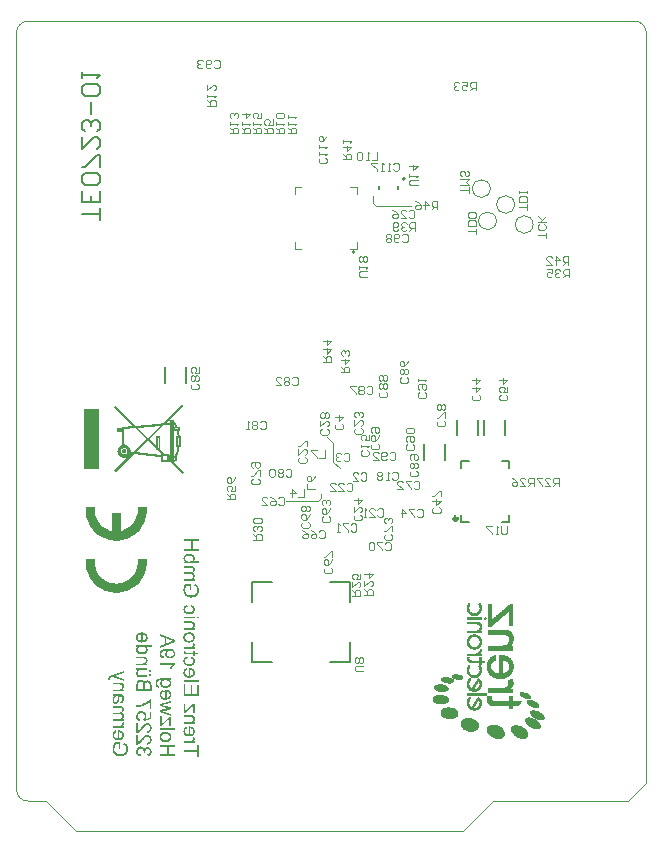
<source format=gbo>
%FSLAX44Y44*%
%MOMM*%
G71*
G01*
G75*
G04 Layer_Color=32896*
%ADD10C,0.1500*%
G04:AMPARAMS|DCode=11|XSize=1.82mm|YSize=1.07mm|CornerRadius=0.107mm|HoleSize=0mm|Usage=FLASHONLY|Rotation=180.000|XOffset=0mm|YOffset=0mm|HoleType=Round|Shape=RoundedRectangle|*
%AMROUNDEDRECTD11*
21,1,1.8200,0.8560,0,0,180.0*
21,1,1.6060,1.0700,0,0,180.0*
1,1,0.2140,-0.8030,0.4280*
1,1,0.2140,0.8030,0.4280*
1,1,0.2140,0.8030,-0.4280*
1,1,0.2140,-0.8030,-0.4280*
%
%ADD11ROUNDEDRECTD11*%
G04:AMPARAMS|DCode=12|XSize=0.8mm|YSize=0.8mm|CornerRadius=0.08mm|HoleSize=0mm|Usage=FLASHONLY|Rotation=0.000|XOffset=0mm|YOffset=0mm|HoleType=Round|Shape=RoundedRectangle|*
%AMROUNDEDRECTD12*
21,1,0.8000,0.6400,0,0,0.0*
21,1,0.6400,0.8000,0,0,0.0*
1,1,0.1600,0.3200,-0.3200*
1,1,0.1600,-0.3200,-0.3200*
1,1,0.1600,-0.3200,0.3200*
1,1,0.1600,0.3200,0.3200*
%
%ADD12ROUNDEDRECTD12*%
G04:AMPARAMS|DCode=13|XSize=2mm|YSize=1.1mm|CornerRadius=0.11mm|HoleSize=0mm|Usage=FLASHONLY|Rotation=0.000|XOffset=0mm|YOffset=0mm|HoleType=Round|Shape=RoundedRectangle|*
%AMROUNDEDRECTD13*
21,1,2.0000,0.8800,0,0,0.0*
21,1,1.7800,1.1000,0,0,0.0*
1,1,0.2200,0.8900,-0.4400*
1,1,0.2200,-0.8900,-0.4400*
1,1,0.2200,-0.8900,0.4400*
1,1,0.2200,0.8900,0.4400*
%
%ADD13ROUNDEDRECTD13*%
G04:AMPARAMS|DCode=14|XSize=0.6mm|YSize=0.5mm|CornerRadius=0.05mm|HoleSize=0mm|Usage=FLASHONLY|Rotation=180.000|XOffset=0mm|YOffset=0mm|HoleType=Round|Shape=RoundedRectangle|*
%AMROUNDEDRECTD14*
21,1,0.6000,0.4000,0,0,180.0*
21,1,0.5000,0.5000,0,0,180.0*
1,1,0.1000,-0.2500,0.2000*
1,1,0.1000,0.2500,0.2000*
1,1,0.1000,0.2500,-0.2000*
1,1,0.1000,-0.2500,-0.2000*
%
%ADD14ROUNDEDRECTD14*%
G04:AMPARAMS|DCode=15|XSize=0.4mm|YSize=0.37mm|CornerRadius=0.037mm|HoleSize=0mm|Usage=FLASHONLY|Rotation=180.000|XOffset=0mm|YOffset=0mm|HoleType=Round|Shape=RoundedRectangle|*
%AMROUNDEDRECTD15*
21,1,0.4000,0.2960,0,0,180.0*
21,1,0.3260,0.3700,0,0,180.0*
1,1,0.0740,-0.1630,0.1480*
1,1,0.0740,0.1630,0.1480*
1,1,0.0740,0.1630,-0.1480*
1,1,0.0740,-0.1630,-0.1480*
%
%ADD15ROUNDEDRECTD15*%
G04:AMPARAMS|DCode=16|XSize=0.4mm|YSize=0.37mm|CornerRadius=0.037mm|HoleSize=0mm|Usage=FLASHONLY|Rotation=90.000|XOffset=0mm|YOffset=0mm|HoleType=Round|Shape=RoundedRectangle|*
%AMROUNDEDRECTD16*
21,1,0.4000,0.2960,0,0,90.0*
21,1,0.3260,0.3700,0,0,90.0*
1,1,0.0740,0.1480,0.1630*
1,1,0.0740,0.1480,-0.1630*
1,1,0.0740,-0.1480,-0.1630*
1,1,0.0740,-0.1480,0.1630*
%
%ADD16ROUNDEDRECTD16*%
G04:AMPARAMS|DCode=17|XSize=1.38mm|YSize=1.05mm|CornerRadius=0.105mm|HoleSize=0mm|Usage=FLASHONLY|Rotation=180.000|XOffset=0mm|YOffset=0mm|HoleType=Round|Shape=RoundedRectangle|*
%AMROUNDEDRECTD17*
21,1,1.3800,0.8400,0,0,180.0*
21,1,1.1700,1.0500,0,0,180.0*
1,1,0.2100,-0.5850,0.4200*
1,1,0.2100,0.5850,0.4200*
1,1,0.2100,0.5850,-0.4200*
1,1,0.2100,-0.5850,-0.4200*
%
%ADD17ROUNDEDRECTD17*%
%ADD18O,1.4000X0.6000*%
G04:AMPARAMS|DCode=19|XSize=1mm|YSize=1mm|CornerRadius=0.25mm|HoleSize=0mm|Usage=FLASHONLY|Rotation=180.000|XOffset=0mm|YOffset=0mm|HoleType=Round|Shape=RoundedRectangle|*
%AMROUNDEDRECTD19*
21,1,1.0000,0.5000,0,0,180.0*
21,1,0.5000,1.0000,0,0,180.0*
1,1,0.5000,-0.2500,0.2500*
1,1,0.5000,0.2500,0.2500*
1,1,0.5000,0.2500,-0.2500*
1,1,0.5000,-0.2500,-0.2500*
%
%ADD19ROUNDEDRECTD19*%
G04:AMPARAMS|DCode=20|XSize=1mm|YSize=1.4mm|CornerRadius=0.25mm|HoleSize=0mm|Usage=FLASHONLY|Rotation=180.000|XOffset=0mm|YOffset=0mm|HoleType=Round|Shape=RoundedRectangle|*
%AMROUNDEDRECTD20*
21,1,1.0000,0.9000,0,0,180.0*
21,1,0.5000,1.4000,0,0,180.0*
1,1,0.5000,-0.2500,0.4500*
1,1,0.5000,0.2500,0.4500*
1,1,0.5000,0.2500,-0.4500*
1,1,0.5000,-0.2500,-0.4500*
%
%ADD20ROUNDEDRECTD20*%
%ADD21O,0.8200X0.2700*%
%ADD22O,0.2700X0.8200*%
%ADD23R,4.4500X4.4500*%
%ADD24R,0.7400X0.5400*%
G04:AMPARAMS|DCode=25|XSize=0.93mm|YSize=0.89mm|CornerRadius=0.089mm|HoleSize=0mm|Usage=FLASHONLY|Rotation=180.000|XOffset=0mm|YOffset=0mm|HoleType=Round|Shape=RoundedRectangle|*
%AMROUNDEDRECTD25*
21,1,0.9300,0.7120,0,0,180.0*
21,1,0.7520,0.8900,0,0,180.0*
1,1,0.1780,-0.3760,0.3560*
1,1,0.1780,0.3760,0.3560*
1,1,0.1780,0.3760,-0.3560*
1,1,0.1780,-0.3760,-0.3560*
%
%ADD25ROUNDEDRECTD25*%
G04:AMPARAMS|DCode=26|XSize=1.9mm|YSize=1.35mm|CornerRadius=0.135mm|HoleSize=0mm|Usage=FLASHONLY|Rotation=180.000|XOffset=0mm|YOffset=0mm|HoleType=Round|Shape=RoundedRectangle|*
%AMROUNDEDRECTD26*
21,1,1.9000,1.0800,0,0,180.0*
21,1,1.6300,1.3500,0,0,180.0*
1,1,0.2700,-0.8150,0.5400*
1,1,0.2700,0.8150,0.5400*
1,1,0.2700,0.8150,-0.5400*
1,1,0.2700,-0.8150,-0.5400*
%
%ADD26ROUNDEDRECTD26*%
G04:AMPARAMS|DCode=27|XSize=1.2mm|YSize=1mm|CornerRadius=0.1mm|HoleSize=0mm|Usage=FLASHONLY|Rotation=180.000|XOffset=0mm|YOffset=0mm|HoleType=Round|Shape=RoundedRectangle|*
%AMROUNDEDRECTD27*
21,1,1.2000,0.8000,0,0,180.0*
21,1,1.0000,1.0000,0,0,180.0*
1,1,0.2000,-0.5000,0.4000*
1,1,0.2000,0.5000,0.4000*
1,1,0.2000,0.5000,-0.4000*
1,1,0.2000,-0.5000,-0.4000*
%
%ADD27ROUNDEDRECTD27*%
G04:AMPARAMS|DCode=28|XSize=0.75mm|YSize=1.1mm|CornerRadius=0.075mm|HoleSize=0mm|Usage=FLASHONLY|Rotation=180.000|XOffset=0mm|YOffset=0mm|HoleType=Round|Shape=RoundedRectangle|*
%AMROUNDEDRECTD28*
21,1,0.7500,0.9500,0,0,180.0*
21,1,0.6000,1.1000,0,0,180.0*
1,1,0.1500,-0.3000,0.4750*
1,1,0.1500,0.3000,0.4750*
1,1,0.1500,0.3000,-0.4750*
1,1,0.1500,-0.3000,-0.4750*
%
%ADD28ROUNDEDRECTD28*%
G04:AMPARAMS|DCode=29|XSize=1.8mm|YSize=1.17mm|CornerRadius=0.117mm|HoleSize=0mm|Usage=FLASHONLY|Rotation=90.000|XOffset=0mm|YOffset=0mm|HoleType=Round|Shape=RoundedRectangle|*
%AMROUNDEDRECTD29*
21,1,1.8000,0.9360,0,0,90.0*
21,1,1.5660,1.1700,0,0,90.0*
1,1,0.2340,0.4680,0.7830*
1,1,0.2340,0.4680,-0.7830*
1,1,0.2340,-0.4680,-0.7830*
1,1,0.2340,-0.4680,0.7830*
%
%ADD29ROUNDEDRECTD29*%
G04:AMPARAMS|DCode=30|XSize=1.55mm|YSize=1.35mm|CornerRadius=0.135mm|HoleSize=0mm|Usage=FLASHONLY|Rotation=180.000|XOffset=0mm|YOffset=0mm|HoleType=Round|Shape=RoundedRectangle|*
%AMROUNDEDRECTD30*
21,1,1.5500,1.0800,0,0,180.0*
21,1,1.2800,1.3500,0,0,180.0*
1,1,0.2700,-0.6400,0.5400*
1,1,0.2700,0.6400,0.5400*
1,1,0.2700,0.6400,-0.5400*
1,1,0.2700,-0.6400,-0.5400*
%
%ADD30ROUNDEDRECTD30*%
%ADD31C,0.3500*%
G04:AMPARAMS|DCode=32|XSize=0.6mm|YSize=0.5mm|CornerRadius=0.05mm|HoleSize=0mm|Usage=FLASHONLY|Rotation=90.000|XOffset=0mm|YOffset=0mm|HoleType=Round|Shape=RoundedRectangle|*
%AMROUNDEDRECTD32*
21,1,0.6000,0.4000,0,0,90.0*
21,1,0.5000,0.5000,0,0,90.0*
1,1,0.1000,0.2000,0.2500*
1,1,0.1000,0.2000,-0.2500*
1,1,0.1000,-0.2000,-0.2500*
1,1,0.1000,-0.2000,0.2500*
%
%ADD32ROUNDEDRECTD32*%
G04:AMPARAMS|DCode=33|XSize=0.41mm|YSize=0.37mm|CornerRadius=0.037mm|HoleSize=0mm|Usage=FLASHONLY|Rotation=180.000|XOffset=0mm|YOffset=0mm|HoleType=Round|Shape=RoundedRectangle|*
%AMROUNDEDRECTD33*
21,1,0.4100,0.2960,0,0,180.0*
21,1,0.3360,0.3700,0,0,180.0*
1,1,0.0740,-0.1680,0.1480*
1,1,0.0740,0.1680,0.1480*
1,1,0.0740,0.1680,-0.1480*
1,1,0.0740,-0.1680,-0.1480*
%
%ADD33ROUNDEDRECTD33*%
G04:AMPARAMS|DCode=34|XSize=0.3mm|YSize=0.6mm|CornerRadius=0.0495mm|HoleSize=0mm|Usage=FLASHONLY|Rotation=90.000|XOffset=0mm|YOffset=0mm|HoleType=Round|Shape=RoundedRectangle|*
%AMROUNDEDRECTD34*
21,1,0.3000,0.5010,0,0,90.0*
21,1,0.2010,0.6000,0,0,90.0*
1,1,0.0990,0.2505,0.1005*
1,1,0.0990,0.2505,-0.1005*
1,1,0.0990,-0.2505,-0.1005*
1,1,0.0990,-0.2505,0.1005*
%
%ADD34ROUNDEDRECTD34*%
G04:AMPARAMS|DCode=35|XSize=0.3mm|YSize=0.6mm|CornerRadius=0.0495mm|HoleSize=0mm|Usage=FLASHONLY|Rotation=0.000|XOffset=0mm|YOffset=0mm|HoleType=Round|Shape=RoundedRectangle|*
%AMROUNDEDRECTD35*
21,1,0.3000,0.5010,0,0,0.0*
21,1,0.2010,0.6000,0,0,0.0*
1,1,0.0990,0.1005,-0.2505*
1,1,0.0990,-0.1005,-0.2505*
1,1,0.0990,-0.1005,0.2505*
1,1,0.0990,0.1005,0.2505*
%
%ADD35ROUNDEDRECTD35*%
%ADD36R,0.9000X2.2500*%
%ADD37R,2.2500X0.9000*%
%ADD38R,1.5500X1.8500*%
%ADD39O,1.4500X0.4500*%
G04:AMPARAMS|DCode=40|XSize=1mm|YSize=1.4mm|CornerRadius=0.25mm|HoleSize=0mm|Usage=FLASHONLY|Rotation=90.000|XOffset=0mm|YOffset=0mm|HoleType=Round|Shape=RoundedRectangle|*
%AMROUNDEDRECTD40*
21,1,1.0000,0.9000,0,0,90.0*
21,1,0.5000,1.4000,0,0,90.0*
1,1,0.5000,0.4500,0.2500*
1,1,0.5000,0.4500,-0.2500*
1,1,0.5000,-0.4500,-0.2500*
1,1,0.5000,-0.4500,0.2500*
%
%ADD40ROUNDEDRECTD40*%
G04:AMPARAMS|DCode=41|XSize=1mm|YSize=1mm|CornerRadius=0.25mm|HoleSize=0mm|Usage=FLASHONLY|Rotation=90.000|XOffset=0mm|YOffset=0mm|HoleType=Round|Shape=RoundedRectangle|*
%AMROUNDEDRECTD41*
21,1,1.0000,0.5000,0,0,90.0*
21,1,0.5000,1.0000,0,0,90.0*
1,1,0.5000,0.2500,0.2500*
1,1,0.5000,0.2500,-0.2500*
1,1,0.5000,-0.2500,-0.2500*
1,1,0.5000,-0.2500,0.2500*
%
%ADD41ROUNDEDRECTD41*%
%ADD42O,0.4000X0.9500*%
%ADD43O,0.6000X1.6000*%
G04:AMPARAMS|DCode=44|XSize=1.82mm|YSize=1.07mm|CornerRadius=0.107mm|HoleSize=0mm|Usage=FLASHONLY|Rotation=270.000|XOffset=0mm|YOffset=0mm|HoleType=Round|Shape=RoundedRectangle|*
%AMROUNDEDRECTD44*
21,1,1.8200,0.8560,0,0,270.0*
21,1,1.6060,1.0700,0,0,270.0*
1,1,0.2140,-0.4280,-0.8030*
1,1,0.2140,-0.4280,0.8030*
1,1,0.2140,0.4280,0.8030*
1,1,0.2140,0.4280,-0.8030*
%
%ADD44ROUNDEDRECTD44*%
%ADD45C,1.0000*%
G04:AMPARAMS|DCode=46|XSize=2.1mm|YSize=1.6mm|CornerRadius=0.4mm|HoleSize=0mm|Usage=FLASHONLY|Rotation=180.000|XOffset=0mm|YOffset=0mm|HoleType=Round|Shape=RoundedRectangle|*
%AMROUNDEDRECTD46*
21,1,2.1000,0.8000,0,0,180.0*
21,1,1.3000,1.6000,0,0,180.0*
1,1,0.8000,-0.6500,0.4000*
1,1,0.8000,0.6500,0.4000*
1,1,0.8000,0.6500,-0.4000*
1,1,0.8000,-0.6500,-0.4000*
%
%ADD46ROUNDEDRECTD46*%
%ADD47O,0.4000X1.3500*%
G04:AMPARAMS|DCode=48|XSize=1.8mm|YSize=1.9mm|CornerRadius=0.45mm|HoleSize=0mm|Usage=FLASHONLY|Rotation=180.000|XOffset=0mm|YOffset=0mm|HoleType=Round|Shape=RoundedRectangle|*
%AMROUNDEDRECTD48*
21,1,1.8000,1.0000,0,0,180.0*
21,1,0.9000,1.9000,0,0,180.0*
1,1,0.9000,-0.4500,0.5000*
1,1,0.9000,0.4500,0.5000*
1,1,0.9000,0.4500,-0.5000*
1,1,0.9000,-0.4500,-0.5000*
%
%ADD48ROUNDEDRECTD48*%
%ADD49R,1.9000X1.9000*%
G04:AMPARAMS|DCode=50|XSize=0.9mm|YSize=0.8mm|CornerRadius=0.08mm|HoleSize=0mm|Usage=FLASHONLY|Rotation=90.000|XOffset=0mm|YOffset=0mm|HoleType=Round|Shape=RoundedRectangle|*
%AMROUNDEDRECTD50*
21,1,0.9000,0.6400,0,0,90.0*
21,1,0.7400,0.8000,0,0,90.0*
1,1,0.1600,0.3200,0.3700*
1,1,0.1600,0.3200,-0.3700*
1,1,0.1600,-0.3200,-0.3700*
1,1,0.1600,-0.3200,0.3700*
%
%ADD50ROUNDEDRECTD50*%
G04:AMPARAMS|DCode=51|XSize=0.9mm|YSize=1mm|CornerRadius=0.09mm|HoleSize=0mm|Usage=FLASHONLY|Rotation=180.000|XOffset=0mm|YOffset=0mm|HoleType=Round|Shape=RoundedRectangle|*
%AMROUNDEDRECTD51*
21,1,0.9000,0.8200,0,0,180.0*
21,1,0.7200,1.0000,0,0,180.0*
1,1,0.1800,-0.3600,0.4100*
1,1,0.1800,0.3600,0.4100*
1,1,0.1800,0.3600,-0.4100*
1,1,0.1800,-0.3600,-0.4100*
%
%ADD51ROUNDEDRECTD51*%
G04:AMPARAMS|DCode=52|XSize=1.7mm|YSize=0.55mm|CornerRadius=0.055mm|HoleSize=0mm|Usage=FLASHONLY|Rotation=180.000|XOffset=0mm|YOffset=0mm|HoleType=Round|Shape=RoundedRectangle|*
%AMROUNDEDRECTD52*
21,1,1.7000,0.4400,0,0,180.0*
21,1,1.5900,0.5500,0,0,180.0*
1,1,0.1100,-0.7950,0.2200*
1,1,0.1100,0.7950,0.2200*
1,1,0.1100,0.7950,-0.2200*
1,1,0.1100,-0.7950,-0.2200*
%
%ADD52ROUNDEDRECTD52*%
%ADD53O,1.5500X0.6000*%
G04:AMPARAMS|DCode=54|XSize=0.93mm|YSize=0.89mm|CornerRadius=0.089mm|HoleSize=0mm|Usage=FLASHONLY|Rotation=90.000|XOffset=0mm|YOffset=0mm|HoleType=Round|Shape=RoundedRectangle|*
%AMROUNDEDRECTD54*
21,1,0.9300,0.7120,0,0,90.0*
21,1,0.7520,0.8900,0,0,90.0*
1,1,0.1780,0.3560,0.3760*
1,1,0.1780,0.3560,-0.3760*
1,1,0.1780,-0.3560,-0.3760*
1,1,0.1780,-0.3560,0.3760*
%
%ADD54ROUNDEDRECTD54*%
%ADD55C,0.1000*%
%ADD56C,0.2000*%
%ADD57C,0.5000*%
%ADD58C,0.3000*%
%ADD59C,0.4000*%
%ADD60C,0.0750*%
%ADD61C,0.0800*%
%ADD62C,0.7000*%
%ADD63C,0.1200*%
%ADD64C,1.5000*%
%ADD65R,1.3500X1.3500*%
%ADD66R,1.5000X1.5000*%
%ADD67R,1.5000X1.5000*%
%ADD68C,0.4500*%
%ADD69C,0.6000*%
G04:AMPARAMS|DCode=70|XSize=1.38mm|YSize=1.05mm|CornerRadius=0.105mm|HoleSize=0mm|Usage=FLASHONLY|Rotation=270.000|XOffset=0mm|YOffset=0mm|HoleType=Round|Shape=RoundedRectangle|*
%AMROUNDEDRECTD70*
21,1,1.3800,0.8400,0,0,270.0*
21,1,1.1700,1.0500,0,0,270.0*
1,1,0.2100,-0.4200,-0.5850*
1,1,0.2100,-0.4200,0.5850*
1,1,0.2100,0.4200,0.5850*
1,1,0.2100,0.4200,-0.5850*
%
%ADD70ROUNDEDRECTD70*%
%ADD71O,0.2600X0.9000*%
%ADD72O,0.9000X0.2600*%
%ADD73R,3.4500X3.4500*%
%ADD74C,0.2500*%
%ADD75C,0.2500*%
%ADD76C,2.0000*%
%ADD77C,0.2000*%
%ADD78C,0.1800*%
%ADD79C,0.0300*%
G36*
X143116Y116403D02*
X147482D01*
Y123468D01*
X148998D01*
Y116403D01*
X152897D01*
Y123951D01*
X154413D01*
Y114703D01*
X141600D01*
Y124251D01*
X143116D01*
Y116403D01*
D02*
G37*
G36*
X134413Y85878D02*
X121600D01*
Y87444D01*
X134413D01*
Y85878D01*
D02*
G37*
G36*
X122950Y92959D02*
X122933Y92259D01*
X122916Y91926D01*
X122900Y91626D01*
X122883Y91360D01*
X122866Y91243D01*
Y91159D01*
Y91076D01*
X122850Y91026D01*
Y90993D01*
Y90976D01*
X123933Y91959D01*
X129815Y96975D01*
X130881D01*
Y89393D01*
X129581D01*
Y93176D01*
Y93476D01*
X129598Y93776D01*
Y94075D01*
X129615Y94342D01*
Y94592D01*
X129631Y94775D01*
Y94842D01*
Y94892D01*
Y94925D01*
Y94942D01*
X122866Y89043D01*
X121600D01*
Y97258D01*
X122950D01*
Y92959D01*
D02*
G37*
G36*
X154413Y245370D02*
X149148D01*
Y238738D01*
X154413D01*
Y237039D01*
X141600D01*
Y238738D01*
X147632D01*
Y245370D01*
X141600D01*
Y247069D01*
X154413D01*
Y245370D01*
D02*
G37*
G36*
X134413Y71631D02*
X129148D01*
Y65000D01*
X134413D01*
Y63300D01*
X121600D01*
Y65000D01*
X127632D01*
Y71631D01*
X121600D01*
Y73331D01*
X134413D01*
Y71631D01*
D02*
G37*
G36*
X126765Y84045D02*
X127149Y84011D01*
X127499Y83945D01*
X127832Y83878D01*
X128148Y83778D01*
X128432Y83678D01*
X128681Y83561D01*
X128915Y83462D01*
X129115Y83345D01*
X129298Y83228D01*
X129465Y83128D01*
X129581Y83028D01*
X129681Y82962D01*
X129765Y82895D01*
X129798Y82862D01*
X129815Y82845D01*
X130031Y82612D01*
X130231Y82362D01*
X130398Y82112D01*
X130548Y81845D01*
X130664Y81579D01*
X130764Y81312D01*
X130864Y81062D01*
X130931Y80829D01*
X130981Y80596D01*
X131014Y80379D01*
X131048Y80196D01*
X131064Y80029D01*
X131081Y79896D01*
Y79796D01*
Y79729D01*
Y79713D01*
X131064Y79396D01*
X131031Y79096D01*
X130981Y78813D01*
X130914Y78529D01*
X130848Y78280D01*
X130748Y78030D01*
X130664Y77813D01*
X130564Y77613D01*
X130464Y77430D01*
X130381Y77263D01*
X130281Y77130D01*
X130215Y77013D01*
X130148Y76913D01*
X130098Y76846D01*
X130064Y76813D01*
X130048Y76796D01*
X129798Y76547D01*
X129531Y76330D01*
X129231Y76147D01*
X128932Y75980D01*
X128615Y75847D01*
X128298Y75730D01*
X127982Y75630D01*
X127665Y75564D01*
X127382Y75497D01*
X127115Y75464D01*
X126865Y75430D01*
X126649Y75397D01*
X126482D01*
X126349Y75380D01*
X126232D01*
X125799Y75397D01*
X125399Y75430D01*
X125033Y75497D01*
X124683Y75564D01*
X124349Y75663D01*
X124066Y75764D01*
X123799Y75863D01*
X123549Y75980D01*
X123333Y76097D01*
X123150Y76197D01*
X123000Y76297D01*
X122866Y76397D01*
X122766Y76463D01*
X122700Y76530D01*
X122650Y76563D01*
X122633Y76580D01*
X122416Y76813D01*
X122233Y77063D01*
X122067Y77313D01*
X121917Y77580D01*
X121800Y77846D01*
X121700Y78096D01*
X121617Y78346D01*
X121550Y78596D01*
X121500Y78829D01*
X121467Y79046D01*
X121433Y79229D01*
X121417Y79396D01*
Y79529D01*
X121400Y79629D01*
Y79696D01*
Y79713D01*
X121417Y80162D01*
X121483Y80579D01*
X121583Y80962D01*
X121683Y81279D01*
X121783Y81562D01*
X121833Y81679D01*
X121883Y81762D01*
X121917Y81845D01*
X121950Y81895D01*
X121967Y81929D01*
Y81945D01*
X122200Y82312D01*
X122450Y82628D01*
X122716Y82895D01*
X122966Y83112D01*
X123200Y83295D01*
X123383Y83412D01*
X123449Y83462D01*
X123499Y83495D01*
X123533Y83511D01*
X123549D01*
X123750Y83611D01*
X123966Y83695D01*
X124433Y83828D01*
X124899Y83928D01*
X125349Y83995D01*
X125549Y84011D01*
X125749Y84028D01*
X125916Y84045D01*
X126066Y84061D01*
X126365D01*
X126765Y84045D01*
D02*
G37*
G36*
X130881Y108888D02*
X125516Y107289D01*
X123716Y106756D01*
X125482Y106306D01*
X130881Y104906D01*
Y103290D01*
X125432Y101824D01*
X125116Y101740D01*
X124849Y101673D01*
X124599Y101607D01*
X124383Y101557D01*
X124199Y101507D01*
X124049Y101474D01*
X123916Y101440D01*
X123816Y101407D01*
X123733Y101390D01*
X123650Y101374D01*
X123566Y101357D01*
X123533Y101340D01*
X123516D01*
X125516Y100807D01*
X130881Y99324D01*
Y97691D01*
X121600Y100507D01*
Y102157D01*
X128731Y104040D01*
X127149Y104406D01*
X121600Y105889D01*
Y107505D01*
X130881Y110421D01*
Y108888D01*
D02*
G37*
G36*
X147998Y98124D02*
X148248Y98108D01*
X148465Y98091D01*
X148615Y98074D01*
X148731Y98058D01*
X148798Y98041D01*
X148815D01*
X149065Y97974D01*
X149281Y97908D01*
X149481Y97824D01*
X149648Y97758D01*
X149798Y97675D01*
X149898Y97608D01*
X149965Y97575D01*
X149981Y97558D01*
X150148Y97408D01*
X150314Y97241D01*
X150448Y97075D01*
X150548Y96908D01*
X150648Y96741D01*
X150714Y96625D01*
X150748Y96541D01*
X150764Y96508D01*
X150864Y96242D01*
X150948Y95975D01*
X150998Y95708D01*
X151048Y95475D01*
X151064Y95258D01*
X151081Y95108D01*
Y95042D01*
Y94992D01*
Y94975D01*
Y94958D01*
X151064Y94609D01*
X151014Y94275D01*
X150948Y93975D01*
X150848Y93692D01*
X150731Y93426D01*
X150598Y93192D01*
X150464Y92976D01*
X150314Y92776D01*
X150164Y92592D01*
X150031Y92443D01*
X149898Y92326D01*
X149781Y92209D01*
X149698Y92126D01*
X149615Y92076D01*
X149565Y92043D01*
X149548Y92026D01*
X150881D01*
Y90610D01*
X141600D01*
Y92176D01*
X146649D01*
X146965Y92192D01*
X147265Y92209D01*
X147532Y92242D01*
X147782Y92292D01*
X147998Y92343D01*
X148198Y92409D01*
X148365Y92476D01*
X148532Y92542D01*
X148665Y92609D01*
X148765Y92659D01*
X148865Y92726D01*
X148932Y92776D01*
X148998Y92826D01*
X149031Y92859D01*
X149065Y92892D01*
X149281Y93176D01*
X149448Y93476D01*
X149565Y93776D01*
X149631Y94042D01*
X149681Y94275D01*
X149698Y94475D01*
X149715Y94542D01*
Y94592D01*
Y94625D01*
Y94642D01*
X149698Y94859D01*
X149665Y95075D01*
X149615Y95258D01*
X149565Y95408D01*
X149515Y95542D01*
X149465Y95642D01*
X149431Y95708D01*
X149415Y95725D01*
X149298Y95892D01*
X149181Y96025D01*
X149048Y96142D01*
X148932Y96225D01*
X148815Y96292D01*
X148731Y96341D01*
X148665Y96375D01*
X148648D01*
X148448Y96441D01*
X148232Y96491D01*
X147998Y96525D01*
X147765Y96558D01*
X147565D01*
X147382Y96575D01*
X141600D01*
Y98141D01*
X147682D01*
X147998Y98124D01*
D02*
G37*
G36*
X134463Y141097D02*
X134147Y140913D01*
X133847Y140697D01*
X133547Y140464D01*
X133297Y140247D01*
X133064Y140030D01*
X132897Y139864D01*
X132830Y139797D01*
X132781Y139747D01*
X132764Y139714D01*
X132747Y139697D01*
X132431Y139314D01*
X132147Y138931D01*
X131881Y138531D01*
X131664Y138181D01*
X131497Y137864D01*
X131414Y137731D01*
X131364Y137614D01*
X131314Y137531D01*
X131281Y137464D01*
X131248Y137414D01*
Y137398D01*
X129715D01*
X129831Y137681D01*
X129965Y137964D01*
X130098Y138247D01*
X130231Y138497D01*
X130348Y138714D01*
X130448Y138897D01*
X130481Y138964D01*
X130514Y139014D01*
X130531Y139031D01*
Y139047D01*
X130731Y139381D01*
X130931Y139664D01*
X131114Y139930D01*
X131281Y140147D01*
X131414Y140314D01*
X131531Y140447D01*
X131597Y140514D01*
X131614Y140547D01*
X121600D01*
Y142113D01*
X134463D01*
Y141097D01*
D02*
G37*
G36*
X129098Y154543D02*
X129465Y154510D01*
X129815Y154477D01*
X130148Y154427D01*
X130431Y154393D01*
X130698Y154343D01*
X130948Y154293D01*
X131164Y154227D01*
X131348Y154177D01*
X131497Y154143D01*
X131631Y154093D01*
X131731Y154060D01*
X131814Y154027D01*
X131847Y154010D01*
X131864D01*
X132314Y153793D01*
X132697Y153544D01*
X133014Y153277D01*
X133297Y153027D01*
X133497Y152794D01*
X133664Y152611D01*
X133714Y152544D01*
X133747Y152494D01*
X133780Y152460D01*
Y152444D01*
X134014Y152044D01*
X134180Y151644D01*
X134297Y151261D01*
X134380Y150911D01*
X134430Y150611D01*
X134447Y150478D01*
Y150378D01*
X134463Y150278D01*
Y150211D01*
Y150178D01*
Y150161D01*
X134447Y149845D01*
X134413Y149545D01*
X134347Y149245D01*
X134280Y148978D01*
X134180Y148728D01*
X134080Y148495D01*
X133980Y148262D01*
X133863Y148078D01*
X133747Y147895D01*
X133647Y147728D01*
X133547Y147595D01*
X133447Y147478D01*
X133380Y147395D01*
X133314Y147329D01*
X133280Y147295D01*
X133264Y147278D01*
X133030Y147079D01*
X132797Y146912D01*
X132530Y146762D01*
X132281Y146629D01*
X132014Y146512D01*
X131747Y146429D01*
X131248Y146295D01*
X131031Y146245D01*
X130814Y146212D01*
X130614Y146179D01*
X130448Y146162D01*
X130314Y146145D01*
X130131D01*
X129781Y146162D01*
X129465Y146195D01*
X129148Y146245D01*
X128865Y146312D01*
X128598Y146395D01*
X128348Y146495D01*
X128115Y146595D01*
X127915Y146695D01*
X127732Y146795D01*
X127565Y146895D01*
X127415Y146995D01*
X127315Y147079D01*
X127215Y147145D01*
X127149Y147195D01*
X127115Y147228D01*
X127099Y147245D01*
X126899Y147462D01*
X126715Y147678D01*
X126565Y147895D01*
X126432Y148128D01*
X126315Y148362D01*
X126232Y148578D01*
X126149Y148795D01*
X126099Y148995D01*
X126049Y149195D01*
X126016Y149361D01*
X125982Y149528D01*
X125966Y149661D01*
X125949Y149778D01*
Y149861D01*
Y149911D01*
Y149928D01*
X125966Y150278D01*
X126016Y150611D01*
X126099Y150911D01*
X126182Y151161D01*
X126265Y151394D01*
X126349Y151544D01*
X126365Y151611D01*
X126399Y151661D01*
X126415Y151677D01*
Y151694D01*
X126599Y151977D01*
X126799Y152244D01*
X126999Y152460D01*
X127199Y152644D01*
X127365Y152794D01*
X127515Y152910D01*
X127598Y152977D01*
X127632Y152994D01*
X127315D01*
X126949Y152977D01*
X126599Y152960D01*
X126265Y152927D01*
X125982Y152877D01*
X125732Y152827D01*
X125632Y152810D01*
X125549Y152794D01*
X125482Y152777D01*
X125432D01*
X125399Y152760D01*
X125382D01*
X125049Y152677D01*
X124749Y152577D01*
X124499Y152477D01*
X124283Y152377D01*
X124116Y152294D01*
X123983Y152244D01*
X123916Y152194D01*
X123883Y152177D01*
X123683Y152044D01*
X123516Y151894D01*
X123366Y151744D01*
X123233Y151594D01*
X123133Y151477D01*
X123066Y151377D01*
X123016Y151294D01*
X123000Y151278D01*
X122900Y151061D01*
X122816Y150844D01*
X122766Y150628D01*
X122716Y150444D01*
X122700Y150261D01*
X122683Y150128D01*
Y150044D01*
Y150028D01*
Y150011D01*
X122700Y149711D01*
X122750Y149428D01*
X122833Y149195D01*
X122916Y148995D01*
X123000Y148828D01*
X123083Y148712D01*
X123133Y148645D01*
X123150Y148611D01*
X123350Y148428D01*
X123583Y148278D01*
X123833Y148145D01*
X124099Y148062D01*
X124316Y147978D01*
X124516Y147928D01*
X124583Y147912D01*
X124633D01*
X124666Y147895D01*
X124683D01*
X124566Y146379D01*
X124283Y146429D01*
X124033Y146479D01*
X123783Y146545D01*
X123566Y146629D01*
X123350Y146729D01*
X123150Y146812D01*
X122983Y146912D01*
X122816Y147012D01*
X122683Y147112D01*
X122566Y147195D01*
X122450Y147278D01*
X122367Y147362D01*
X122300Y147429D01*
X122250Y147478D01*
X122233Y147495D01*
X122217Y147512D01*
X122067Y147695D01*
X121950Y147895D01*
X121833Y148095D01*
X121733Y148295D01*
X121583Y148712D01*
X121483Y149095D01*
X121450Y149278D01*
X121433Y149445D01*
X121417Y149578D01*
X121400Y149711D01*
X121383Y149811D01*
Y149895D01*
Y149944D01*
Y149961D01*
X121400Y150228D01*
X121417Y150478D01*
X121500Y150944D01*
X121617Y151361D01*
X121767Y151727D01*
X121833Y151877D01*
X121900Y152027D01*
X121967Y152144D01*
X122017Y152244D01*
X122067Y152327D01*
X122100Y152377D01*
X122133Y152410D01*
Y152427D01*
X122450Y152810D01*
X122800Y153127D01*
X123166Y153410D01*
X123533Y153627D01*
X123849Y153810D01*
X123983Y153877D01*
X124116Y153927D01*
X124216Y153977D01*
X124283Y154010D01*
X124333Y154027D01*
X124349D01*
X124633Y154127D01*
X124932Y154210D01*
X125566Y154343D01*
X126232Y154427D01*
X126549Y154460D01*
X126849Y154493D01*
X127149Y154510D01*
X127415Y154527D01*
X127648Y154543D01*
X127865Y154560D01*
X128698D01*
X129098Y154543D01*
D02*
G37*
G36*
X126665Y119769D02*
X127065Y119735D01*
X127432Y119669D01*
X127782Y119602D01*
X128098Y119519D01*
X128382Y119419D01*
X128648Y119302D01*
X128898Y119202D01*
X129115Y119086D01*
X129298Y118969D01*
X129448Y118869D01*
X129581Y118786D01*
X129681Y118719D01*
X129748Y118652D01*
X129798Y118619D01*
X129815Y118603D01*
X130031Y118369D01*
X130231Y118136D01*
X130398Y117886D01*
X130548Y117619D01*
X130664Y117369D01*
X130764Y117120D01*
X130864Y116870D01*
X130931Y116636D01*
X130981Y116420D01*
X131014Y116203D01*
X131048Y116020D01*
X131064Y115870D01*
X131081Y115737D01*
Y115637D01*
Y115570D01*
Y115553D01*
X131064Y115203D01*
X131031Y114870D01*
X130964Y114553D01*
X130881Y114254D01*
X130781Y113987D01*
X130664Y113720D01*
X130548Y113487D01*
X130431Y113271D01*
X130314Y113087D01*
X130198Y112921D01*
X130081Y112771D01*
X129981Y112654D01*
X129898Y112554D01*
X129831Y112487D01*
X129798Y112454D01*
X129781Y112437D01*
X129531Y112221D01*
X129265Y112037D01*
X128965Y111888D01*
X128665Y111738D01*
X128365Y111621D01*
X128065Y111538D01*
X127765Y111454D01*
X127482Y111388D01*
X127215Y111338D01*
X126965Y111304D01*
X126732Y111271D01*
X126532Y111254D01*
X126382D01*
X126249Y111238D01*
X126149D01*
X125732Y111254D01*
X125349Y111288D01*
X124999Y111354D01*
X124649Y111421D01*
X124349Y111504D01*
X124049Y111604D01*
X123799Y111721D01*
X123549Y111838D01*
X123350Y111938D01*
X123166Y112054D01*
X123016Y112154D01*
X122883Y112238D01*
X122783Y112304D01*
X122716Y112371D01*
X122666Y112404D01*
X122650Y112421D01*
X122433Y112654D01*
X122233Y112904D01*
X122067Y113171D01*
X121933Y113437D01*
X121800Y113704D01*
X121700Y113970D01*
X121617Y114237D01*
X121550Y114487D01*
X121500Y114720D01*
X121467Y114953D01*
X121433Y115153D01*
X121417Y115320D01*
Y115453D01*
X121400Y115570D01*
Y115637D01*
Y115653D01*
X121417Y115953D01*
X121433Y116236D01*
X121517Y116753D01*
X121583Y116986D01*
X121650Y117203D01*
X121717Y117403D01*
X121800Y117586D01*
X121867Y117753D01*
X121933Y117886D01*
X122000Y118019D01*
X122067Y118119D01*
X122116Y118203D01*
X122150Y118253D01*
X122183Y118286D01*
Y118303D01*
X122500Y118652D01*
X122866Y118952D01*
X123233Y119202D01*
X123583Y119402D01*
X123899Y119536D01*
X124049Y119602D01*
X124166Y119636D01*
X124266Y119686D01*
X124333Y119702D01*
X124383Y119719D01*
X124399D01*
X124616Y118086D01*
X124266Y117953D01*
X123966Y117786D01*
X123700Y117619D01*
X123499Y117470D01*
X123350Y117336D01*
X123233Y117219D01*
X123166Y117153D01*
X123150Y117120D01*
X123000Y116886D01*
X122883Y116636D01*
X122816Y116386D01*
X122750Y116170D01*
X122716Y115953D01*
X122700Y115803D01*
Y115737D01*
Y115687D01*
Y115670D01*
Y115653D01*
X122716Y115437D01*
X122733Y115237D01*
X122833Y114853D01*
X122950Y114520D01*
X123100Y114237D01*
X123250Y114020D01*
X123383Y113837D01*
X123433Y113787D01*
X123466Y113737D01*
X123483Y113720D01*
X123499Y113704D01*
X123666Y113570D01*
X123833Y113454D01*
X124199Y113254D01*
X124583Y113104D01*
X124966Y112987D01*
X125299Y112921D01*
X125449Y112904D01*
X125582Y112887D01*
X125682Y112871D01*
X125766Y112854D01*
X125832D01*
Y119769D01*
X126016Y119785D01*
X126249D01*
X126665Y119769D01*
D02*
G37*
G36*
X142950Y103623D02*
X142933Y102923D01*
X142916Y102590D01*
X142900Y102290D01*
X142883Y102023D01*
X142866Y101907D01*
Y101823D01*
Y101740D01*
X142850Y101690D01*
Y101657D01*
Y101640D01*
X143933Y102623D01*
X149815Y107639D01*
X150881D01*
Y100057D01*
X149581D01*
Y103840D01*
Y104139D01*
X149598Y104439D01*
Y104739D01*
X149615Y105006D01*
Y105256D01*
X149631Y105439D01*
Y105506D01*
Y105556D01*
Y105589D01*
Y105606D01*
X142866Y99707D01*
X141600D01*
Y107922D01*
X142950D01*
Y103623D01*
D02*
G37*
G36*
X130881Y127833D02*
X129731D01*
X129965Y127633D01*
X130181Y127417D01*
X130364Y127184D01*
X130514Y126967D01*
X130648Y126734D01*
X130748Y126501D01*
X130848Y126284D01*
X130914Y126084D01*
X130964Y125884D01*
X131014Y125701D01*
X131048Y125534D01*
X131064Y125401D01*
Y125284D01*
X131081Y125184D01*
Y125134D01*
Y125118D01*
X131048Y124668D01*
X130981Y124268D01*
X130881Y123901D01*
X130781Y123585D01*
X130664Y123318D01*
X130614Y123218D01*
X130564Y123135D01*
X130514Y123068D01*
X130498Y123018D01*
X130464Y122985D01*
Y122968D01*
X130215Y122652D01*
X129931Y122368D01*
X129648Y122135D01*
X129365Y121935D01*
X129115Y121785D01*
X129015Y121718D01*
X128915Y121668D01*
X128832Y121635D01*
X128781Y121602D01*
X128748Y121585D01*
X128731D01*
X128298Y121419D01*
X127882Y121302D01*
X127465Y121219D01*
X127082Y121168D01*
X126915Y121135D01*
X126765D01*
X126632Y121118D01*
X126515Y121102D01*
X126282D01*
X125932Y121118D01*
X125582Y121152D01*
X125266Y121202D01*
X124949Y121269D01*
X124649Y121352D01*
X124383Y121435D01*
X124133Y121535D01*
X123899Y121635D01*
X123700Y121718D01*
X123499Y121818D01*
X123350Y121902D01*
X123216Y121985D01*
X123100Y122052D01*
X123033Y122102D01*
X122983Y122135D01*
X122966Y122152D01*
X122733Y122352D01*
X122516Y122585D01*
X122333Y122818D01*
X122183Y123051D01*
X122050Y123301D01*
X121933Y123551D01*
X121850Y123801D01*
X121767Y124034D01*
X121717Y124251D01*
X121667Y124451D01*
X121650Y124634D01*
X121617Y124801D01*
Y124934D01*
X121600Y125034D01*
Y125101D01*
Y125118D01*
X121617Y125401D01*
X121650Y125667D01*
X121717Y125917D01*
X121783Y126167D01*
X121983Y126601D01*
X122100Y126800D01*
X122217Y126984D01*
X122317Y127134D01*
X122433Y127284D01*
X122533Y127400D01*
X122633Y127500D01*
X122700Y127584D01*
X122766Y127633D01*
X122800Y127667D01*
X122816Y127683D01*
X122067D01*
X121867Y127667D01*
X121683D01*
X121517Y127650D01*
X121367D01*
X121250Y127633D01*
X121133Y127617D01*
X121050D01*
X120917Y127584D01*
X120834Y127567D01*
X120817D01*
X120534Y127484D01*
X120300Y127350D01*
X120084Y127234D01*
X119917Y127100D01*
X119784Y126967D01*
X119684Y126867D01*
X119617Y126800D01*
X119600Y126767D01*
X119451Y126517D01*
X119334Y126250D01*
X119267Y125967D01*
X119201Y125701D01*
X119167Y125451D01*
X119151Y125267D01*
Y125184D01*
Y125134D01*
Y125101D01*
Y125084D01*
X119167Y124718D01*
X119217Y124401D01*
X119301Y124134D01*
X119384Y123901D01*
X119451Y123718D01*
X119534Y123585D01*
X119584Y123518D01*
X119600Y123485D01*
X119734Y123335D01*
X119900Y123218D01*
X120067Y123118D01*
X120250Y123051D01*
X120400Y123001D01*
X120517Y122968D01*
X120600Y122951D01*
X120634D01*
X120850Y121419D01*
X120584D01*
X120317Y121452D01*
X120084Y121502D01*
X119867Y121552D01*
X119667Y121635D01*
X119484Y121718D01*
X119317Y121802D01*
X119167Y121902D01*
X119034Y121985D01*
X118917Y122085D01*
X118817Y122168D01*
X118734Y122252D01*
X118684Y122302D01*
X118634Y122352D01*
X118617Y122385D01*
X118601Y122402D01*
X118468Y122601D01*
X118351Y122818D01*
X118168Y123251D01*
X118034Y123701D01*
X117951Y124134D01*
X117918Y124334D01*
X117884Y124501D01*
X117868Y124668D01*
Y124818D01*
X117851Y124918D01*
Y125017D01*
Y125068D01*
Y125084D01*
X117868Y125584D01*
X117934Y126051D01*
X118018Y126451D01*
X118118Y126784D01*
X118168Y126934D01*
X118217Y127067D01*
X118267Y127167D01*
X118301Y127267D01*
X118334Y127334D01*
X118368Y127384D01*
X118384Y127417D01*
Y127434D01*
X118601Y127767D01*
X118834Y128067D01*
X119067Y128300D01*
X119301Y128500D01*
X119501Y128650D01*
X119667Y128750D01*
X119734Y128783D01*
X119784Y128817D01*
X119801Y128833D01*
X119817D01*
X120000Y128917D01*
X120200Y128983D01*
X120434Y129050D01*
X120667Y129100D01*
X121184Y129166D01*
X121683Y129233D01*
X121917Y129250D01*
X122133Y129266D01*
X122333D01*
X122516Y129283D01*
X130881D01*
Y127833D01*
D02*
G37*
G36*
X146765Y168290D02*
X147149Y168256D01*
X147499Y168190D01*
X147832Y168123D01*
X148148Y168023D01*
X148432Y167923D01*
X148681Y167806D01*
X148915Y167707D01*
X149115Y167590D01*
X149298Y167473D01*
X149465Y167373D01*
X149581Y167273D01*
X149681Y167207D01*
X149765Y167140D01*
X149798Y167107D01*
X149815Y167090D01*
X150031Y166857D01*
X150231Y166607D01*
X150398Y166357D01*
X150548Y166090D01*
X150664Y165824D01*
X150764Y165557D01*
X150864Y165307D01*
X150931Y165074D01*
X150981Y164841D01*
X151014Y164624D01*
X151048Y164441D01*
X151064Y164274D01*
X151081Y164141D01*
Y164041D01*
Y163974D01*
Y163958D01*
X151064Y163641D01*
X151031Y163341D01*
X150981Y163058D01*
X150914Y162775D01*
X150848Y162525D01*
X150748Y162275D01*
X150664Y162058D01*
X150564Y161858D01*
X150464Y161675D01*
X150381Y161508D01*
X150281Y161375D01*
X150215Y161258D01*
X150148Y161158D01*
X150098Y161091D01*
X150064Y161058D01*
X150048Y161042D01*
X149798Y160792D01*
X149531Y160575D01*
X149231Y160392D01*
X148932Y160225D01*
X148615Y160092D01*
X148298Y159975D01*
X147982Y159875D01*
X147665Y159809D01*
X147382Y159742D01*
X147115Y159709D01*
X146865Y159675D01*
X146649Y159642D01*
X146482D01*
X146349Y159625D01*
X146232D01*
X145799Y159642D01*
X145399Y159675D01*
X145033Y159742D01*
X144683Y159809D01*
X144349Y159909D01*
X144066Y160009D01*
X143799Y160109D01*
X143549Y160225D01*
X143333Y160342D01*
X143150Y160442D01*
X143000Y160542D01*
X142866Y160642D01*
X142766Y160708D01*
X142700Y160775D01*
X142650Y160808D01*
X142633Y160825D01*
X142416Y161058D01*
X142233Y161308D01*
X142066Y161558D01*
X141917Y161825D01*
X141800Y162091D01*
X141700Y162341D01*
X141617Y162591D01*
X141550Y162841D01*
X141500Y163074D01*
X141467Y163291D01*
X141433Y163474D01*
X141417Y163641D01*
Y163774D01*
X141400Y163874D01*
Y163941D01*
Y163958D01*
X141417Y164407D01*
X141483Y164824D01*
X141583Y165207D01*
X141683Y165524D01*
X141783Y165807D01*
X141833Y165924D01*
X141883Y166007D01*
X141917Y166090D01*
X141950Y166140D01*
X141967Y166174D01*
Y166190D01*
X142200Y166557D01*
X142450Y166873D01*
X142716Y167140D01*
X142966Y167357D01*
X143200Y167540D01*
X143383Y167656D01*
X143449Y167707D01*
X143499Y167740D01*
X143533Y167757D01*
X143549D01*
X143749Y167857D01*
X143966Y167940D01*
X144433Y168073D01*
X144899Y168173D01*
X145349Y168240D01*
X145549Y168256D01*
X145749Y168273D01*
X145916Y168290D01*
X146066Y168306D01*
X146365D01*
X146765Y168290D01*
D02*
G37*
G36*
X146665Y138381D02*
X147065Y138347D01*
X147432Y138281D01*
X147782Y138214D01*
X148098Y138131D01*
X148382Y138031D01*
X148648Y137914D01*
X148898Y137814D01*
X149115Y137697D01*
X149298Y137581D01*
X149448Y137481D01*
X149581Y137398D01*
X149681Y137331D01*
X149748Y137264D01*
X149798Y137231D01*
X149815Y137214D01*
X150031Y136981D01*
X150231Y136748D01*
X150398Y136498D01*
X150548Y136231D01*
X150664Y135981D01*
X150764Y135731D01*
X150864Y135481D01*
X150931Y135248D01*
X150981Y135032D01*
X151014Y134815D01*
X151048Y134632D01*
X151064Y134482D01*
X151081Y134348D01*
Y134248D01*
Y134182D01*
Y134165D01*
X151064Y133815D01*
X151031Y133482D01*
X150964Y133165D01*
X150881Y132865D01*
X150781Y132599D01*
X150664Y132332D01*
X150548Y132099D01*
X150431Y131882D01*
X150314Y131699D01*
X150198Y131532D01*
X150081Y131383D01*
X149981Y131266D01*
X149898Y131166D01*
X149831Y131099D01*
X149798Y131066D01*
X149781Y131049D01*
X149531Y130833D01*
X149265Y130649D01*
X148965Y130499D01*
X148665Y130349D01*
X148365Y130233D01*
X148065Y130149D01*
X147765Y130066D01*
X147482Y130000D01*
X147215Y129950D01*
X146965Y129916D01*
X146732Y129883D01*
X146532Y129866D01*
X146382D01*
X146249Y129850D01*
X146149D01*
X145732Y129866D01*
X145349Y129900D01*
X144999Y129966D01*
X144649Y130033D01*
X144349Y130116D01*
X144049Y130216D01*
X143799Y130333D01*
X143549Y130449D01*
X143350Y130549D01*
X143166Y130666D01*
X143016Y130766D01*
X142883Y130849D01*
X142783Y130916D01*
X142716Y130983D01*
X142666Y131016D01*
X142650Y131033D01*
X142433Y131266D01*
X142233Y131516D01*
X142066Y131782D01*
X141933Y132049D01*
X141800Y132316D01*
X141700Y132582D01*
X141617Y132849D01*
X141550Y133099D01*
X141500Y133332D01*
X141467Y133565D01*
X141433Y133765D01*
X141417Y133932D01*
Y134065D01*
X141400Y134182D01*
Y134248D01*
Y134265D01*
X141417Y134565D01*
X141433Y134848D01*
X141517Y135365D01*
X141583Y135598D01*
X141650Y135815D01*
X141717Y136015D01*
X141800Y136198D01*
X141867Y136364D01*
X141933Y136498D01*
X142000Y136631D01*
X142066Y136731D01*
X142116Y136814D01*
X142150Y136864D01*
X142183Y136898D01*
Y136914D01*
X142500Y137264D01*
X142866Y137564D01*
X143233Y137814D01*
X143583Y138014D01*
X143899Y138147D01*
X144049Y138214D01*
X144166Y138247D01*
X144266Y138297D01*
X144333Y138314D01*
X144383Y138331D01*
X144399D01*
X144616Y136698D01*
X144266Y136565D01*
X143966Y136398D01*
X143700Y136231D01*
X143499Y136081D01*
X143350Y135948D01*
X143233Y135831D01*
X143166Y135765D01*
X143150Y135731D01*
X143000Y135498D01*
X142883Y135248D01*
X142816Y134998D01*
X142750Y134782D01*
X142716Y134565D01*
X142700Y134415D01*
Y134348D01*
Y134298D01*
Y134282D01*
Y134265D01*
X142716Y134049D01*
X142733Y133848D01*
X142833Y133465D01*
X142950Y133132D01*
X143100Y132849D01*
X143250Y132632D01*
X143383Y132449D01*
X143433Y132399D01*
X143466Y132349D01*
X143483Y132332D01*
X143499Y132316D01*
X143666Y132182D01*
X143833Y132066D01*
X144199Y131866D01*
X144583Y131716D01*
X144966Y131599D01*
X145299Y131532D01*
X145449Y131516D01*
X145582Y131499D01*
X145682Y131482D01*
X145766Y131466D01*
X145832D01*
Y138381D01*
X146016Y138397D01*
X146249D01*
X146665Y138381D01*
D02*
G37*
G36*
X147998Y177671D02*
X148248Y177654D01*
X148465Y177637D01*
X148615Y177621D01*
X148731Y177604D01*
X148798Y177587D01*
X148815D01*
X149065Y177521D01*
X149281Y177454D01*
X149481Y177371D01*
X149648Y177304D01*
X149798Y177221D01*
X149898Y177154D01*
X149965Y177121D01*
X149981Y177104D01*
X150148Y176954D01*
X150314Y176787D01*
X150448Y176621D01*
X150548Y176454D01*
X150648Y176288D01*
X150714Y176171D01*
X150748Y176088D01*
X150764Y176054D01*
X150864Y175788D01*
X150948Y175521D01*
X150998Y175255D01*
X151048Y175021D01*
X151064Y174805D01*
X151081Y174655D01*
Y174588D01*
Y174538D01*
Y174521D01*
Y174505D01*
X151064Y174155D01*
X151014Y173822D01*
X150948Y173522D01*
X150848Y173238D01*
X150731Y172972D01*
X150598Y172739D01*
X150464Y172522D01*
X150314Y172322D01*
X150164Y172139D01*
X150031Y171989D01*
X149898Y171872D01*
X149781Y171756D01*
X149698Y171672D01*
X149615Y171622D01*
X149565Y171589D01*
X149548Y171572D01*
X150881D01*
Y170156D01*
X141600D01*
Y171722D01*
X146649D01*
X146965Y171739D01*
X147265Y171756D01*
X147532Y171789D01*
X147782Y171839D01*
X147998Y171889D01*
X148198Y171955D01*
X148365Y172022D01*
X148532Y172089D01*
X148665Y172155D01*
X148765Y172205D01*
X148865Y172272D01*
X148932Y172322D01*
X148998Y172372D01*
X149031Y172405D01*
X149065Y172439D01*
X149281Y172722D01*
X149448Y173022D01*
X149565Y173322D01*
X149631Y173588D01*
X149681Y173822D01*
X149698Y174022D01*
X149715Y174088D01*
Y174138D01*
Y174172D01*
Y174188D01*
X149698Y174405D01*
X149665Y174621D01*
X149615Y174805D01*
X149565Y174955D01*
X149515Y175088D01*
X149465Y175188D01*
X149431Y175255D01*
X149415Y175271D01*
X149298Y175438D01*
X149181Y175571D01*
X149048Y175688D01*
X148932Y175771D01*
X148815Y175838D01*
X148731Y175888D01*
X148665Y175921D01*
X148648D01*
X148448Y175988D01*
X148232Y176038D01*
X147998Y176071D01*
X147765Y176104D01*
X147565D01*
X147382Y176121D01*
X141600D01*
Y177687D01*
X147682D01*
X147998Y177671D01*
D02*
G37*
G36*
X144999Y146379D02*
X144583Y146295D01*
X144233Y146179D01*
X143933Y146045D01*
X143683Y145912D01*
X143499Y145795D01*
X143350Y145679D01*
X143283Y145612D01*
X143250Y145579D01*
X143066Y145329D01*
X142933Y145079D01*
X142833Y144829D01*
X142766Y144579D01*
X142733Y144362D01*
X142716Y144196D01*
X142700Y144129D01*
Y144079D01*
Y144063D01*
Y144046D01*
X142716Y143829D01*
X142733Y143629D01*
X142833Y143263D01*
X142966Y142946D01*
X143116Y142680D01*
X143266Y142463D01*
X143399Y142313D01*
X143499Y142213D01*
X143516Y142196D01*
X143533Y142180D01*
X143700Y142063D01*
X143899Y141946D01*
X144316Y141780D01*
X144766Y141646D01*
X145216Y141563D01*
X145416Y141547D01*
X145616Y141513D01*
X145782Y141497D01*
X145949D01*
X146066Y141480D01*
X146249D01*
X146582Y141497D01*
X146899Y141513D01*
X147182Y141547D01*
X147449Y141596D01*
X147682Y141646D01*
X147898Y141713D01*
X148098Y141780D01*
X148282Y141847D01*
X148432Y141913D01*
X148565Y141980D01*
X148681Y142046D01*
X148765Y142096D01*
X148848Y142146D01*
X148898Y142180D01*
X148915Y142213D01*
X148932D01*
X149081Y142363D01*
X149215Y142513D01*
X149331Y142663D01*
X149431Y142830D01*
X149581Y143146D01*
X149681Y143446D01*
X149731Y143713D01*
X149748Y143829D01*
X149765Y143929D01*
X149781Y144013D01*
Y144079D01*
Y144113D01*
Y144129D01*
X149765Y144412D01*
X149715Y144662D01*
X149631Y144896D01*
X149548Y145096D01*
X149448Y145246D01*
X149381Y145362D01*
X149315Y145446D01*
X149298Y145462D01*
X149098Y145662D01*
X148882Y145812D01*
X148648Y145945D01*
X148432Y146062D01*
X148232Y146145D01*
X148065Y146195D01*
X147998Y146229D01*
X147948D01*
X147932Y146245D01*
X147915D01*
X148148Y147778D01*
X148648Y147645D01*
X149081Y147462D01*
X149448Y147262D01*
X149765Y147045D01*
X149881Y146945D01*
X149998Y146845D01*
X150098Y146762D01*
X150181Y146679D01*
X150231Y146612D01*
X150281Y146579D01*
X150298Y146545D01*
X150314Y146529D01*
X150448Y146345D01*
X150564Y146145D01*
X150764Y145745D01*
X150898Y145329D01*
X150981Y144946D01*
X151014Y144762D01*
X151048Y144612D01*
X151064Y144462D01*
Y144329D01*
X151081Y144229D01*
Y144146D01*
Y144096D01*
Y144079D01*
X151064Y143646D01*
X150998Y143230D01*
X150898Y142846D01*
X150798Y142530D01*
X150698Y142246D01*
X150648Y142130D01*
X150598Y142046D01*
X150564Y141963D01*
X150531Y141913D01*
X150514Y141880D01*
Y141863D01*
X150281Y141513D01*
X150014Y141197D01*
X149731Y140930D01*
X149448Y140730D01*
X149198Y140563D01*
X148998Y140447D01*
X148932Y140397D01*
X148865Y140364D01*
X148832Y140347D01*
X148815D01*
X148382Y140180D01*
X147932Y140064D01*
X147499Y139980D01*
X147082Y139930D01*
X146899Y139897D01*
X146732D01*
X146582Y139880D01*
X146449Y139864D01*
X146199D01*
X145782Y139880D01*
X145382Y139914D01*
X145016Y139964D01*
X144666Y140047D01*
X144349Y140130D01*
X144049Y140230D01*
X143783Y140330D01*
X143549Y140447D01*
X143333Y140547D01*
X143150Y140647D01*
X143000Y140747D01*
X142866Y140830D01*
X142766Y140913D01*
X142700Y140963D01*
X142650Y140997D01*
X142633Y141013D01*
X142416Y141230D01*
X142233Y141480D01*
X142066Y141730D01*
X141917Y141980D01*
X141800Y142230D01*
X141700Y142480D01*
X141617Y142730D01*
X141550Y142963D01*
X141500Y143196D01*
X141467Y143396D01*
X141433Y143579D01*
X141417Y143746D01*
Y143879D01*
X141400Y143979D01*
Y144046D01*
Y144063D01*
X141417Y144346D01*
X141433Y144612D01*
X141533Y145096D01*
X141683Y145529D01*
X141767Y145729D01*
X141850Y145912D01*
X141917Y146062D01*
X142000Y146212D01*
X142083Y146329D01*
X142150Y146429D01*
X142200Y146512D01*
X142250Y146562D01*
X142267Y146595D01*
X142283Y146612D01*
X142466Y146795D01*
X142650Y146979D01*
X142850Y147128D01*
X143050Y147262D01*
X143466Y147495D01*
X143866Y147662D01*
X144049Y147728D01*
X144233Y147795D01*
X144383Y147828D01*
X144516Y147878D01*
X144633Y147895D01*
X144716Y147912D01*
X144766Y147928D01*
X144782D01*
X144999Y146379D01*
D02*
G37*
G36*
X143000Y152694D02*
X142983Y152544D01*
X142966Y152410D01*
Y152277D01*
X142950Y152177D01*
Y152094D01*
Y152044D01*
Y152010D01*
Y151994D01*
X142966Y151761D01*
X143000Y151594D01*
X143016Y151527D01*
X143033Y151477D01*
X143050Y151461D01*
Y151444D01*
X143150Y151327D01*
X143250Y151244D01*
X143316Y151194D01*
X143350Y151177D01*
X143449Y151161D01*
X143566Y151144D01*
X143716Y151127D01*
X143866D01*
X143999Y151111D01*
X149665D01*
Y152694D01*
X150881D01*
Y151111D01*
X154114D01*
X153164Y149544D01*
X150881D01*
Y148378D01*
X149665D01*
Y149544D01*
X144066D01*
X143833Y149561D01*
X143616D01*
X143433Y149578D01*
X143250Y149594D01*
X143100Y149611D01*
X142966Y149628D01*
X142850Y149644D01*
X142666Y149678D01*
X142550Y149694D01*
X142466Y149728D01*
X142450D01*
X142300Y149811D01*
X142167Y149911D01*
X142033Y150028D01*
X141933Y150144D01*
X141850Y150244D01*
X141800Y150311D01*
X141767Y150378D01*
X141750Y150394D01*
X141667Y150578D01*
X141600Y150794D01*
X141550Y151011D01*
X141517Y151227D01*
X141500Y151411D01*
X141483Y151577D01*
Y151677D01*
Y151694D01*
Y151711D01*
X141500Y152127D01*
X141533Y152327D01*
X141550Y152510D01*
X141583Y152677D01*
X141600Y152794D01*
X141617Y152877D01*
Y152910D01*
X143000Y152694D01*
D02*
G37*
G36*
X150731Y158959D02*
X150864Y158675D01*
X150948Y158392D01*
X151014Y158142D01*
X151048Y157942D01*
X151081Y157776D01*
Y157676D01*
Y157659D01*
Y157642D01*
X151064Y157443D01*
X151031Y157259D01*
X150981Y157076D01*
X150931Y156926D01*
X150864Y156809D01*
X150814Y156709D01*
X150781Y156643D01*
X150764Y156626D01*
X150614Y156459D01*
X150431Y156276D01*
X150215Y156110D01*
X149981Y155960D01*
X149781Y155843D01*
X149615Y155726D01*
X149548Y155693D01*
X149498Y155660D01*
X149465Y155643D01*
X150881D01*
Y154227D01*
X141600D01*
Y155793D01*
X146432D01*
X146799Y155810D01*
X147149Y155826D01*
X147449Y155876D01*
X147732Y155926D01*
X147948Y155960D01*
X148115Y156010D01*
X148182Y156026D01*
X148232D01*
X148248Y156043D01*
X148265D01*
X148465Y156126D01*
X148631Y156209D01*
X148781Y156309D01*
X148898Y156409D01*
X148998Y156493D01*
X149081Y156559D01*
X149115Y156609D01*
X149131Y156626D01*
X149231Y156793D01*
X149315Y156943D01*
X149365Y157109D01*
X149415Y157242D01*
X149431Y157376D01*
X149448Y157476D01*
Y157542D01*
Y157559D01*
X149431Y157776D01*
X149398Y157992D01*
X149348Y158192D01*
X149281Y158359D01*
X149215Y158509D01*
X149165Y158625D01*
X149131Y158692D01*
X149115Y158726D01*
X150564Y159275D01*
X150731Y158959D01*
D02*
G37*
G36*
X150881Y180103D02*
X141600D01*
Y181670D01*
X150881D01*
Y180103D01*
D02*
G37*
G36*
X148515Y224459D02*
X148765Y224425D01*
X148998Y224375D01*
X149215Y224325D01*
X149398Y224259D01*
X149581Y224192D01*
X149731Y224125D01*
X149865Y224042D01*
X149981Y223975D01*
X150081Y223909D01*
X150164Y223859D01*
X150231Y223809D01*
X150281Y223776D01*
X150298Y223759D01*
X150314Y223742D01*
X150448Y223592D01*
X150564Y223442D01*
X150764Y223092D01*
X150898Y222742D01*
X150981Y222409D01*
X151048Y222093D01*
X151064Y221959D01*
Y221843D01*
X151081Y221743D01*
Y221676D01*
Y221626D01*
Y221609D01*
X151064Y221293D01*
X151014Y220976D01*
X150931Y220693D01*
X150831Y220410D01*
X150698Y220160D01*
X150564Y219926D01*
X150414Y219710D01*
X150264Y219510D01*
X150114Y219343D01*
X149965Y219193D01*
X149831Y219060D01*
X149698Y218943D01*
X149598Y218860D01*
X149515Y218793D01*
X149465Y218760D01*
X149448Y218743D01*
X149715Y218627D01*
X149965Y218477D01*
X150164Y218327D01*
X150331Y218160D01*
X150464Y218027D01*
X150564Y217910D01*
X150631Y217827D01*
X150648Y217794D01*
X150798Y217527D01*
X150898Y217260D01*
X150981Y216977D01*
X151031Y216711D01*
X151064Y216477D01*
X151081Y216277D01*
Y216211D01*
Y216161D01*
Y216127D01*
Y216111D01*
X151064Y215777D01*
X151014Y215461D01*
X150948Y215194D01*
X150881Y214944D01*
X150798Y214744D01*
X150731Y214594D01*
X150681Y214494D01*
X150664Y214478D01*
Y214461D01*
X150498Y214211D01*
X150314Y213978D01*
X150131Y213778D01*
X149965Y213611D01*
X149798Y213478D01*
X149681Y213378D01*
X149598Y213312D01*
X149565Y213295D01*
X150881D01*
Y211895D01*
X141600D01*
Y213461D01*
X146399D01*
X146849Y213478D01*
X147232Y213495D01*
X147565Y213545D01*
X147848Y213595D01*
X148048Y213628D01*
X148215Y213678D01*
X148298Y213695D01*
X148332Y213711D01*
X148565Y213828D01*
X148781Y213961D01*
X148965Y214095D01*
X149098Y214228D01*
X149215Y214345D01*
X149298Y214445D01*
X149348Y214528D01*
X149365Y214545D01*
X149481Y214761D01*
X149565Y214978D01*
X149631Y215178D01*
X149665Y215378D01*
X149698Y215544D01*
X149715Y215661D01*
Y215744D01*
Y215777D01*
X149698Y216077D01*
X149631Y216344D01*
X149548Y216561D01*
X149448Y216727D01*
X149348Y216861D01*
X149265Y216961D01*
X149198Y217011D01*
X149181Y217027D01*
X148965Y217160D01*
X148715Y217244D01*
X148465Y217311D01*
X148198Y217360D01*
X147982Y217394D01*
X147782Y217411D01*
X141600D01*
Y218977D01*
X147232D01*
X147482Y219010D01*
X147698Y219043D01*
X147898Y219077D01*
X148082Y219127D01*
X148265Y219177D01*
X148415Y219243D01*
X148548Y219310D01*
X148765Y219427D01*
X148932Y219527D01*
X149015Y219593D01*
X149048Y219627D01*
X149265Y219876D01*
X149431Y220160D01*
X149548Y220426D01*
X149631Y220693D01*
X149681Y220926D01*
X149698Y221110D01*
X149715Y221176D01*
Y221226D01*
Y221259D01*
Y221276D01*
X149698Y221476D01*
X149681Y221643D01*
X149631Y221809D01*
X149581Y221943D01*
X149531Y222059D01*
X149498Y222143D01*
X149465Y222193D01*
X149448Y222209D01*
X149348Y222359D01*
X149231Y222476D01*
X149131Y222576D01*
X149015Y222642D01*
X148932Y222709D01*
X148848Y222742D01*
X148798Y222776D01*
X148781D01*
X148598Y222826D01*
X148398Y222859D01*
X148165Y222892D01*
X147948Y222909D01*
X147748Y222926D01*
X141600D01*
Y224492D01*
X148232D01*
X148515Y224459D01*
D02*
G37*
G36*
X146732Y234823D02*
X147082Y234789D01*
X147415Y234756D01*
X147682Y234706D01*
X147915Y234639D01*
X148098Y234606D01*
X148165Y234589D01*
X148215Y234573D01*
X148232Y234556D01*
X148248D01*
X148565Y234439D01*
X148848Y234323D01*
X149115Y234189D01*
X149331Y234056D01*
X149515Y233940D01*
X149631Y233856D01*
X149715Y233790D01*
X149748Y233773D01*
X149965Y233573D01*
X150164Y233373D01*
X150331Y233173D01*
X150481Y232973D01*
X150581Y232790D01*
X150664Y232657D01*
X150714Y232557D01*
X150731Y232540D01*
Y232523D01*
X150848Y232240D01*
X150931Y231940D01*
X150998Y231674D01*
X151031Y231423D01*
X151064Y231207D01*
X151081Y231040D01*
Y230974D01*
Y230924D01*
Y230907D01*
Y230890D01*
X151064Y230607D01*
X151031Y230340D01*
X150964Y230074D01*
X150881Y229841D01*
X150781Y229624D01*
X150681Y229407D01*
X150564Y229224D01*
X150448Y229041D01*
X150331Y228891D01*
X150215Y228758D01*
X150114Y228641D01*
X150014Y228541D01*
X149931Y228458D01*
X149865Y228408D01*
X149831Y228374D01*
X149815Y228358D01*
X154413D01*
Y226791D01*
X141600D01*
Y228241D01*
X142766D01*
X142533Y228424D01*
X142317Y228624D01*
X142133Y228824D01*
X141983Y229041D01*
X141850Y229257D01*
X141733Y229457D01*
X141650Y229674D01*
X141567Y229874D01*
X141517Y230057D01*
X141467Y230240D01*
X141450Y230407D01*
X141417Y230540D01*
Y230657D01*
X141400Y230740D01*
Y230790D01*
Y230807D01*
X141417Y231107D01*
X141450Y231407D01*
X141517Y231690D01*
X141600Y231957D01*
X141700Y232207D01*
X141800Y232440D01*
X141917Y232657D01*
X142050Y232857D01*
X142167Y233040D01*
X142283Y233190D01*
X142383Y233340D01*
X142483Y233440D01*
X142566Y233540D01*
X142633Y233606D01*
X142666Y233640D01*
X142683Y233656D01*
X142933Y233873D01*
X143216Y234039D01*
X143499Y234206D01*
X143799Y234340D01*
X144116Y234456D01*
X144416Y234556D01*
X144716Y234623D01*
X145016Y234689D01*
X145282Y234739D01*
X145549Y234773D01*
X145766Y234806D01*
X145965Y234823D01*
X146132Y234839D01*
X146365D01*
X146732Y234823D01*
D02*
G37*
G36*
X154413Y126367D02*
X141600D01*
Y127933D01*
X154413D01*
Y126367D01*
D02*
G37*
G36*
Y180103D02*
X152614D01*
Y181670D01*
X154413D01*
Y180103D01*
D02*
G37*
G36*
X144999Y190134D02*
X144583Y190051D01*
X144233Y189934D01*
X143933Y189801D01*
X143683Y189668D01*
X143499Y189551D01*
X143350Y189434D01*
X143283Y189368D01*
X143250Y189334D01*
X143066Y189084D01*
X142933Y188834D01*
X142833Y188584D01*
X142766Y188335D01*
X142733Y188118D01*
X142716Y187951D01*
X142700Y187885D01*
Y187835D01*
Y187818D01*
Y187801D01*
X142716Y187585D01*
X142733Y187385D01*
X142833Y187018D01*
X142966Y186702D01*
X143116Y186435D01*
X143266Y186218D01*
X143399Y186068D01*
X143499Y185968D01*
X143516Y185952D01*
X143533Y185935D01*
X143700Y185819D01*
X143899Y185702D01*
X144316Y185535D01*
X144766Y185402D01*
X145216Y185319D01*
X145416Y185302D01*
X145616Y185269D01*
X145782Y185252D01*
X145949D01*
X146066Y185235D01*
X146249D01*
X146582Y185252D01*
X146899Y185269D01*
X147182Y185302D01*
X147449Y185352D01*
X147682Y185402D01*
X147898Y185469D01*
X148098Y185535D01*
X148282Y185602D01*
X148432Y185669D01*
X148565Y185735D01*
X148681Y185802D01*
X148765Y185852D01*
X148848Y185902D01*
X148898Y185935D01*
X148915Y185968D01*
X148932D01*
X149081Y186119D01*
X149215Y186268D01*
X149331Y186418D01*
X149431Y186585D01*
X149581Y186902D01*
X149681Y187201D01*
X149731Y187468D01*
X149748Y187585D01*
X149765Y187685D01*
X149781Y187768D01*
Y187835D01*
Y187868D01*
Y187885D01*
X149765Y188168D01*
X149715Y188418D01*
X149631Y188651D01*
X149548Y188851D01*
X149448Y189001D01*
X149381Y189118D01*
X149315Y189201D01*
X149298Y189218D01*
X149098Y189418D01*
X148882Y189568D01*
X148648Y189701D01*
X148432Y189818D01*
X148232Y189901D01*
X148065Y189951D01*
X147998Y189984D01*
X147948D01*
X147932Y190001D01*
X147915D01*
X148148Y191534D01*
X148648Y191401D01*
X149081Y191217D01*
X149448Y191017D01*
X149765Y190801D01*
X149881Y190701D01*
X149998Y190601D01*
X150098Y190517D01*
X150181Y190434D01*
X150231Y190367D01*
X150281Y190334D01*
X150298Y190301D01*
X150314Y190284D01*
X150448Y190101D01*
X150564Y189901D01*
X150764Y189501D01*
X150898Y189084D01*
X150981Y188701D01*
X151014Y188518D01*
X151048Y188368D01*
X151064Y188218D01*
Y188085D01*
X151081Y187985D01*
Y187901D01*
Y187851D01*
Y187835D01*
X151064Y187402D01*
X150998Y186985D01*
X150898Y186602D01*
X150798Y186285D01*
X150698Y186002D01*
X150648Y185885D01*
X150598Y185802D01*
X150564Y185719D01*
X150531Y185669D01*
X150514Y185635D01*
Y185619D01*
X150281Y185269D01*
X150014Y184952D01*
X149731Y184685D01*
X149448Y184486D01*
X149198Y184319D01*
X148998Y184202D01*
X148932Y184152D01*
X148865Y184119D01*
X148832Y184102D01*
X148815D01*
X148382Y183936D01*
X147932Y183819D01*
X147499Y183736D01*
X147082Y183686D01*
X146899Y183652D01*
X146732D01*
X146582Y183636D01*
X146449Y183619D01*
X146199D01*
X145782Y183636D01*
X145382Y183669D01*
X145016Y183719D01*
X144666Y183802D01*
X144349Y183886D01*
X144049Y183986D01*
X143783Y184086D01*
X143549Y184202D01*
X143333Y184302D01*
X143150Y184402D01*
X143000Y184502D01*
X142866Y184585D01*
X142766Y184669D01*
X142700Y184719D01*
X142650Y184752D01*
X142633Y184769D01*
X142416Y184985D01*
X142233Y185235D01*
X142066Y185485D01*
X141917Y185735D01*
X141800Y185985D01*
X141700Y186235D01*
X141617Y186485D01*
X141550Y186718D01*
X141500Y186952D01*
X141467Y187152D01*
X141433Y187335D01*
X141417Y187502D01*
Y187635D01*
X141400Y187735D01*
Y187801D01*
Y187818D01*
X141417Y188101D01*
X141433Y188368D01*
X141533Y188851D01*
X141683Y189284D01*
X141767Y189484D01*
X141850Y189668D01*
X141917Y189818D01*
X142000Y189967D01*
X142083Y190084D01*
X142150Y190184D01*
X142200Y190267D01*
X142250Y190317D01*
X142267Y190351D01*
X142283Y190367D01*
X142466Y190551D01*
X142650Y190734D01*
X142850Y190884D01*
X143050Y191017D01*
X143466Y191250D01*
X143866Y191417D01*
X144049Y191484D01*
X144233Y191550D01*
X144383Y191584D01*
X144516Y191634D01*
X144633Y191650D01*
X144716Y191667D01*
X144766Y191684D01*
X144782D01*
X144999Y190134D01*
D02*
G37*
G36*
X148132Y204181D02*
X146615D01*
Y207946D01*
X144216D01*
X144033Y207713D01*
X143866Y207463D01*
X143716Y207196D01*
X143583Y206947D01*
X143466Y206713D01*
X143383Y206513D01*
X143366Y206447D01*
X143333Y206397D01*
X143316Y206363D01*
Y206347D01*
X143183Y205947D01*
X143083Y205564D01*
X143000Y205214D01*
X142950Y204880D01*
X142916Y204597D01*
Y204480D01*
X142900Y204380D01*
Y204314D01*
Y204247D01*
Y204214D01*
Y204197D01*
X142916Y203731D01*
X142983Y203281D01*
X143066Y202881D01*
X143183Y202531D01*
X143233Y202364D01*
X143283Y202231D01*
X143316Y202098D01*
X143366Y201998D01*
X143399Y201914D01*
X143433Y201848D01*
X143449Y201814D01*
Y201798D01*
X143683Y201398D01*
X143949Y201065D01*
X144249Y200765D01*
X144516Y200532D01*
X144766Y200348D01*
X144882Y200265D01*
X144983Y200215D01*
X145049Y200165D01*
X145116Y200132D01*
X145149Y200098D01*
X145166D01*
X145616Y199898D01*
X146099Y199765D01*
X146582Y199665D01*
X147032Y199582D01*
X147232Y199565D01*
X147432Y199548D01*
X147598Y199532D01*
X147748D01*
X147865Y199515D01*
X148032D01*
X148548Y199532D01*
X149031Y199598D01*
X149465Y199665D01*
X149848Y199765D01*
X150014Y199798D01*
X150164Y199848D01*
X150298Y199882D01*
X150414Y199932D01*
X150498Y199948D01*
X150564Y199982D01*
X150598Y199998D01*
X150614D01*
X150864Y200115D01*
X151114Y200248D01*
X151331Y200382D01*
X151514Y200498D01*
X151664Y200615D01*
X151781Y200715D01*
X151847Y200781D01*
X151881Y200798D01*
X152081Y200998D01*
X152281Y201231D01*
X152431Y201465D01*
X152564Y201681D01*
X152681Y201864D01*
X152747Y202031D01*
X152797Y202131D01*
X152814Y202148D01*
Y202164D01*
X152930Y202498D01*
X153030Y202831D01*
X153097Y203181D01*
X153130Y203497D01*
X153164Y203764D01*
Y203881D01*
X153180Y203981D01*
Y204064D01*
Y204130D01*
Y204164D01*
Y204181D01*
X153164Y204530D01*
X153130Y204864D01*
X153064Y205164D01*
X153014Y205413D01*
X152947Y205630D01*
X152880Y205797D01*
X152847Y205897D01*
X152830Y205913D01*
Y205930D01*
X152697Y206213D01*
X152547Y206463D01*
X152397Y206680D01*
X152264Y206847D01*
X152131Y206980D01*
X152031Y207080D01*
X151964Y207146D01*
X151931Y207163D01*
X151714Y207313D01*
X151464Y207463D01*
X151198Y207580D01*
X150964Y207680D01*
X150731Y207763D01*
X150564Y207830D01*
X150498Y207846D01*
X150448Y207863D01*
X150414Y207880D01*
X150398D01*
X150814Y209412D01*
X151281Y209279D01*
X151697Y209113D01*
X152047Y208963D01*
X152347Y208796D01*
X152597Y208646D01*
X152697Y208596D01*
X152764Y208529D01*
X152830Y208496D01*
X152880Y208463D01*
X152897Y208429D01*
X152914D01*
X153197Y208179D01*
X153447Y207896D01*
X153664Y207596D01*
X153847Y207313D01*
X153980Y207063D01*
X154030Y206963D01*
X154080Y206863D01*
X154114Y206780D01*
X154147Y206730D01*
X154163Y206696D01*
Y206680D01*
X154313Y206247D01*
X154430Y205813D01*
X154513Y205397D01*
X154580Y204997D01*
X154597Y204830D01*
X154613Y204664D01*
Y204530D01*
X154630Y204397D01*
Y204297D01*
Y204230D01*
Y204181D01*
Y204164D01*
X154613Y203814D01*
X154597Y203481D01*
X154513Y202831D01*
X154447Y202531D01*
X154380Y202264D01*
X154313Y201998D01*
X154230Y201765D01*
X154163Y201548D01*
X154080Y201348D01*
X154014Y201181D01*
X153963Y201048D01*
X153897Y200931D01*
X153863Y200848D01*
X153847Y200798D01*
X153830Y200781D01*
X153680Y200515D01*
X153497Y200265D01*
X153130Y199815D01*
X152930Y199615D01*
X152731Y199432D01*
X152530Y199265D01*
X152331Y199115D01*
X152147Y198982D01*
X151981Y198865D01*
X151831Y198765D01*
X151697Y198682D01*
X151581Y198615D01*
X151497Y198565D01*
X151447Y198549D01*
X151431Y198532D01*
X151131Y198399D01*
X150814Y198282D01*
X150198Y198082D01*
X149615Y197949D01*
X149331Y197899D01*
X149081Y197866D01*
X148832Y197832D01*
X148615Y197799D01*
X148415Y197782D01*
X148248D01*
X148115Y197766D01*
X147932D01*
X147582Y197782D01*
X147248Y197799D01*
X146599Y197882D01*
X146299Y197949D01*
X146032Y198015D01*
X145766Y198082D01*
X145516Y198165D01*
X145299Y198232D01*
X145099Y198299D01*
X144932Y198365D01*
X144782Y198432D01*
X144666Y198482D01*
X144583Y198515D01*
X144533Y198549D01*
X144516D01*
X144233Y198699D01*
X143983Y198865D01*
X143733Y199049D01*
X143516Y199248D01*
X143300Y199432D01*
X143116Y199632D01*
X142933Y199815D01*
X142783Y199998D01*
X142650Y200182D01*
X142516Y200331D01*
X142416Y200481D01*
X142333Y200615D01*
X142267Y200715D01*
X142217Y200798D01*
X142200Y200848D01*
X142183Y200865D01*
X142050Y201165D01*
X141917Y201465D01*
X141717Y202048D01*
X141583Y202631D01*
X141533Y202897D01*
X141483Y203164D01*
X141450Y203397D01*
X141433Y203614D01*
X141400Y203814D01*
Y203981D01*
X141383Y204114D01*
Y204214D01*
Y204280D01*
Y204297D01*
X141400Y204814D01*
X141467Y205314D01*
X141550Y205780D01*
X141633Y206197D01*
X141683Y206363D01*
X141733Y206530D01*
X141767Y206680D01*
X141800Y206796D01*
X141833Y206896D01*
X141867Y206963D01*
X141883Y207013D01*
Y207030D01*
X142083Y207530D01*
X142333Y207996D01*
X142566Y208429D01*
X142816Y208829D01*
X142933Y208996D01*
X143033Y209146D01*
X143116Y209279D01*
X143200Y209396D01*
X143266Y209496D01*
X143316Y209562D01*
X143350Y209596D01*
X143366Y209613D01*
X148132D01*
Y204181D01*
D02*
G37*
G36*
X134413Y162058D02*
Y160208D01*
X121600Y155326D01*
Y157109D01*
X125482Y158509D01*
Y163874D01*
X121600Y165357D01*
Y167273D01*
X134413Y162058D01*
D02*
G37*
G36*
X70047Y357418D02*
Y357168D01*
Y356918D01*
Y356585D01*
Y356168D01*
Y355668D01*
Y355001D01*
Y354252D01*
Y353335D01*
Y352252D01*
Y351086D01*
Y349670D01*
Y349586D01*
Y349336D01*
Y348836D01*
Y348253D01*
Y347503D01*
Y346670D01*
Y345671D01*
Y344504D01*
Y343255D01*
Y341922D01*
Y340505D01*
Y339006D01*
Y335756D01*
Y332257D01*
Y332174D01*
Y331841D01*
Y331341D01*
Y330674D01*
Y329758D01*
Y328842D01*
Y327675D01*
Y326509D01*
Y325176D01*
Y323759D01*
Y320844D01*
Y317761D01*
Y314762D01*
Y314678D01*
Y314429D01*
Y314012D01*
Y313512D01*
Y312929D01*
Y312262D01*
Y310763D01*
Y309263D01*
Y308597D01*
Y308014D01*
Y307514D01*
Y307097D01*
Y306847D01*
Y306764D01*
X57300D01*
Y306847D01*
Y307180D01*
Y307430D01*
Y307764D01*
Y308180D01*
Y308680D01*
Y309347D01*
Y310096D01*
Y311013D01*
Y312096D01*
Y313346D01*
Y314762D01*
Y314845D01*
Y315095D01*
Y315512D01*
Y316178D01*
Y316928D01*
Y317761D01*
Y318761D01*
Y319927D01*
Y321177D01*
Y322510D01*
Y323926D01*
Y325509D01*
Y328758D01*
Y332257D01*
Y332341D01*
Y332674D01*
Y333174D01*
Y333840D01*
Y334673D01*
Y335673D01*
Y336756D01*
Y338006D01*
Y339339D01*
Y340672D01*
Y343588D01*
Y346670D01*
Y349670D01*
Y349753D01*
Y350003D01*
Y350419D01*
Y350919D01*
Y351502D01*
Y352169D01*
Y353585D01*
Y355085D01*
Y355751D01*
Y356334D01*
Y356834D01*
Y357251D01*
Y357501D01*
Y357584D01*
X70047D01*
Y357418D01*
D02*
G37*
G36*
X88132Y69715D02*
X86615D01*
Y73481D01*
X84216D01*
X84033Y73247D01*
X83866Y72997D01*
X83716Y72731D01*
X83583Y72481D01*
X83466Y72248D01*
X83383Y72048D01*
X83366Y71981D01*
X83333Y71931D01*
X83316Y71898D01*
Y71881D01*
X83183Y71481D01*
X83083Y71098D01*
X83000Y70748D01*
X82950Y70415D01*
X82916Y70132D01*
Y70015D01*
X82900Y69915D01*
Y69848D01*
Y69782D01*
Y69748D01*
Y69732D01*
X82916Y69265D01*
X82983Y68815D01*
X83066Y68415D01*
X83183Y68065D01*
X83233Y67899D01*
X83283Y67765D01*
X83316Y67632D01*
X83366Y67532D01*
X83399Y67449D01*
X83433Y67382D01*
X83449Y67349D01*
Y67332D01*
X83683Y66932D01*
X83949Y66599D01*
X84249Y66299D01*
X84516Y66066D01*
X84766Y65883D01*
X84882Y65799D01*
X84983Y65749D01*
X85049Y65699D01*
X85116Y65666D01*
X85149Y65633D01*
X85166D01*
X85616Y65433D01*
X86099Y65300D01*
X86582Y65199D01*
X87032Y65116D01*
X87232Y65100D01*
X87432Y65083D01*
X87598Y65066D01*
X87748D01*
X87865Y65050D01*
X88032D01*
X88548Y65066D01*
X89031Y65133D01*
X89465Y65199D01*
X89848Y65300D01*
X90014Y65333D01*
X90164Y65383D01*
X90298Y65416D01*
X90414Y65466D01*
X90498Y65483D01*
X90564Y65516D01*
X90598Y65533D01*
X90614D01*
X90864Y65649D01*
X91114Y65783D01*
X91331Y65916D01*
X91514Y66033D01*
X91664Y66149D01*
X91781Y66249D01*
X91847Y66316D01*
X91881Y66333D01*
X92081Y66533D01*
X92281Y66766D01*
X92430Y66999D01*
X92564Y67216D01*
X92681Y67399D01*
X92747Y67566D01*
X92797Y67666D01*
X92814Y67682D01*
Y67699D01*
X92930Y68032D01*
X93030Y68365D01*
X93097Y68715D01*
X93130Y69032D01*
X93164Y69299D01*
Y69415D01*
X93180Y69515D01*
Y69598D01*
Y69665D01*
Y69698D01*
Y69715D01*
X93164Y70065D01*
X93130Y70398D01*
X93064Y70698D01*
X93014Y70948D01*
X92947Y71165D01*
X92880Y71331D01*
X92847Y71431D01*
X92830Y71448D01*
Y71465D01*
X92697Y71748D01*
X92547Y71998D01*
X92397Y72214D01*
X92264Y72381D01*
X92131Y72514D01*
X92031Y72614D01*
X91964Y72681D01*
X91931Y72698D01*
X91714Y72848D01*
X91464Y72997D01*
X91198Y73114D01*
X90964Y73214D01*
X90731Y73297D01*
X90564Y73364D01*
X90498Y73381D01*
X90448Y73397D01*
X90414Y73414D01*
X90398D01*
X90814Y74947D01*
X91281Y74814D01*
X91697Y74647D01*
X92047Y74497D01*
X92347Y74331D01*
X92597Y74180D01*
X92697Y74131D01*
X92764Y74064D01*
X92830Y74031D01*
X92880Y73997D01*
X92897Y73964D01*
X92914D01*
X93197Y73714D01*
X93447Y73431D01*
X93664Y73131D01*
X93847Y72848D01*
X93980Y72598D01*
X94030Y72498D01*
X94080Y72398D01*
X94114Y72314D01*
X94147Y72264D01*
X94163Y72231D01*
Y72214D01*
X94313Y71781D01*
X94430Y71348D01*
X94513Y70931D01*
X94580Y70532D01*
X94597Y70365D01*
X94613Y70198D01*
Y70065D01*
X94630Y69932D01*
Y69832D01*
Y69765D01*
Y69715D01*
Y69698D01*
X94613Y69349D01*
X94597Y69015D01*
X94513Y68365D01*
X94447Y68065D01*
X94380Y67799D01*
X94313Y67532D01*
X94230Y67299D01*
X94163Y67082D01*
X94080Y66882D01*
X94014Y66716D01*
X93963Y66582D01*
X93897Y66466D01*
X93863Y66382D01*
X93847Y66333D01*
X93830Y66316D01*
X93680Y66049D01*
X93497Y65799D01*
X93130Y65349D01*
X92930Y65149D01*
X92731Y64966D01*
X92530Y64800D01*
X92331Y64650D01*
X92147Y64516D01*
X91981Y64400D01*
X91831Y64300D01*
X91697Y64216D01*
X91581Y64150D01*
X91497Y64100D01*
X91447Y64083D01*
X91431Y64067D01*
X91131Y63933D01*
X90814Y63816D01*
X90198Y63617D01*
X89615Y63483D01*
X89331Y63433D01*
X89081Y63400D01*
X88832Y63367D01*
X88615Y63333D01*
X88415Y63317D01*
X88248D01*
X88115Y63300D01*
X87932D01*
X87582Y63317D01*
X87248Y63333D01*
X86599Y63417D01*
X86299Y63483D01*
X86032Y63550D01*
X85766Y63617D01*
X85516Y63700D01*
X85299Y63766D01*
X85099Y63833D01*
X84932Y63900D01*
X84782Y63966D01*
X84666Y64016D01*
X84583Y64050D01*
X84533Y64083D01*
X84516D01*
X84233Y64233D01*
X83983Y64400D01*
X83733Y64583D01*
X83516Y64783D01*
X83300Y64966D01*
X83116Y65166D01*
X82933Y65349D01*
X82783Y65533D01*
X82650Y65716D01*
X82516Y65866D01*
X82416Y66016D01*
X82333Y66149D01*
X82267Y66249D01*
X82217Y66333D01*
X82200Y66382D01*
X82183Y66399D01*
X82050Y66699D01*
X81917Y66999D01*
X81717Y67582D01*
X81583Y68165D01*
X81533Y68432D01*
X81483Y68699D01*
X81450Y68932D01*
X81433Y69149D01*
X81400Y69349D01*
Y69515D01*
X81383Y69648D01*
Y69748D01*
Y69815D01*
Y69832D01*
X81400Y70348D01*
X81467Y70848D01*
X81550Y71315D01*
X81633Y71731D01*
X81683Y71898D01*
X81733Y72064D01*
X81767Y72214D01*
X81800Y72331D01*
X81833Y72431D01*
X81867Y72498D01*
X81883Y72548D01*
Y72564D01*
X82083Y73064D01*
X82333Y73531D01*
X82566Y73964D01*
X82816Y74364D01*
X82933Y74531D01*
X83033Y74680D01*
X83116Y74814D01*
X83200Y74930D01*
X83266Y75030D01*
X83316Y75097D01*
X83350Y75130D01*
X83366Y75147D01*
X88132D01*
Y69715D01*
D02*
G37*
G36*
X86665Y85444D02*
X87065Y85411D01*
X87432Y85344D01*
X87782Y85278D01*
X88098Y85194D01*
X88382Y85094D01*
X88648Y84978D01*
X88898Y84878D01*
X89115Y84761D01*
X89298Y84644D01*
X89448Y84545D01*
X89581Y84461D01*
X89681Y84395D01*
X89748Y84328D01*
X89798Y84295D01*
X89815Y84278D01*
X90031Y84045D01*
X90231Y83811D01*
X90398Y83561D01*
X90548Y83295D01*
X90664Y83045D01*
X90764Y82795D01*
X90864Y82545D01*
X90931Y82312D01*
X90981Y82095D01*
X91014Y81879D01*
X91048Y81695D01*
X91064Y81545D01*
X91081Y81412D01*
Y81312D01*
Y81245D01*
Y81229D01*
X91064Y80879D01*
X91031Y80546D01*
X90964Y80229D01*
X90881Y79929D01*
X90781Y79662D01*
X90664Y79396D01*
X90548Y79163D01*
X90431Y78946D01*
X90314Y78763D01*
X90198Y78596D01*
X90081Y78446D01*
X89981Y78330D01*
X89898Y78229D01*
X89831Y78163D01*
X89798Y78130D01*
X89781Y78113D01*
X89531Y77896D01*
X89265Y77713D01*
X88965Y77563D01*
X88665Y77413D01*
X88365Y77296D01*
X88065Y77213D01*
X87765Y77130D01*
X87482Y77063D01*
X87215Y77013D01*
X86965Y76980D01*
X86732Y76947D01*
X86532Y76930D01*
X86382D01*
X86249Y76913D01*
X86149D01*
X85732Y76930D01*
X85349Y76963D01*
X84999Y77030D01*
X84649Y77097D01*
X84349Y77180D01*
X84049Y77280D01*
X83799Y77396D01*
X83549Y77513D01*
X83350Y77613D01*
X83166Y77730D01*
X83016Y77830D01*
X82883Y77913D01*
X82783Y77980D01*
X82716Y78046D01*
X82666Y78080D01*
X82650Y78096D01*
X82433Y78330D01*
X82233Y78579D01*
X82066Y78846D01*
X81933Y79113D01*
X81800Y79379D01*
X81700Y79646D01*
X81617Y79912D01*
X81550Y80162D01*
X81500Y80396D01*
X81467Y80629D01*
X81433Y80829D01*
X81417Y80996D01*
Y81129D01*
X81400Y81245D01*
Y81312D01*
Y81329D01*
X81417Y81629D01*
X81433Y81912D01*
X81517Y82428D01*
X81583Y82662D01*
X81650Y82878D01*
X81717Y83078D01*
X81800Y83262D01*
X81867Y83428D01*
X81933Y83561D01*
X82000Y83695D01*
X82066Y83795D01*
X82116Y83878D01*
X82150Y83928D01*
X82183Y83961D01*
Y83978D01*
X82500Y84328D01*
X82866Y84628D01*
X83233Y84878D01*
X83583Y85078D01*
X83899Y85211D01*
X84049Y85278D01*
X84166Y85311D01*
X84266Y85361D01*
X84333Y85378D01*
X84383Y85394D01*
X84399D01*
X84616Y83761D01*
X84266Y83628D01*
X83966Y83462D01*
X83700Y83295D01*
X83499Y83145D01*
X83350Y83012D01*
X83233Y82895D01*
X83166Y82828D01*
X83150Y82795D01*
X83000Y82562D01*
X82883Y82312D01*
X82816Y82062D01*
X82750Y81845D01*
X82716Y81629D01*
X82700Y81479D01*
Y81412D01*
Y81362D01*
Y81345D01*
Y81329D01*
X82716Y81112D01*
X82733Y80912D01*
X82833Y80529D01*
X82950Y80196D01*
X83100Y79912D01*
X83250Y79696D01*
X83383Y79513D01*
X83433Y79462D01*
X83466Y79412D01*
X83483Y79396D01*
X83499Y79379D01*
X83666Y79246D01*
X83833Y79129D01*
X84199Y78929D01*
X84583Y78779D01*
X84966Y78663D01*
X85299Y78596D01*
X85449Y78579D01*
X85582Y78563D01*
X85682Y78546D01*
X85766Y78529D01*
X85832D01*
Y85444D01*
X86016Y85461D01*
X86249D01*
X86665Y85444D01*
D02*
G37*
G36*
X114413Y156160D02*
X109798D01*
X109998Y155993D01*
X110181Y155810D01*
X110331Y155626D01*
X110464Y155460D01*
X110581Y155310D01*
X110648Y155193D01*
X110698Y155110D01*
X110714Y155077D01*
X110831Y154827D01*
X110931Y154577D01*
X110998Y154327D01*
X111031Y154093D01*
X111064Y153893D01*
X111081Y153727D01*
Y153627D01*
Y153610D01*
Y153594D01*
X111048Y153177D01*
X110981Y152777D01*
X110881Y152427D01*
X110781Y152127D01*
X110664Y151861D01*
X110614Y151761D01*
X110564Y151677D01*
X110514Y151611D01*
X110498Y151561D01*
X110464Y151527D01*
Y151511D01*
X110215Y151194D01*
X109948Y150911D01*
X109648Y150678D01*
X109381Y150478D01*
X109115Y150328D01*
X109015Y150261D01*
X108915Y150211D01*
X108848Y150178D01*
X108781Y150144D01*
X108748Y150128D01*
X108731D01*
X108298Y149978D01*
X107865Y149861D01*
X107449Y149795D01*
X107049Y149728D01*
X106882Y149711D01*
X106715Y149694D01*
X106582D01*
X106449Y149678D01*
X106215D01*
X105699Y149694D01*
X105232Y149761D01*
X104799Y149845D01*
X104433Y149928D01*
X104266Y149978D01*
X104116Y150028D01*
X103999Y150061D01*
X103899Y150094D01*
X103816Y150128D01*
X103749Y150161D01*
X103716Y150178D01*
X103700D01*
X103316Y150394D01*
X102983Y150628D01*
X102683Y150861D01*
X102450Y151094D01*
X102250Y151294D01*
X102116Y151461D01*
X102066Y151527D01*
X102033Y151577D01*
X102000Y151594D01*
Y151611D01*
X101800Y151961D01*
X101650Y152327D01*
X101550Y152677D01*
X101483Y152994D01*
X101433Y153260D01*
X101417Y153377D01*
Y153477D01*
X101400Y153544D01*
Y153610D01*
Y153644D01*
Y153660D01*
X101417Y153977D01*
X101467Y154260D01*
X101533Y154543D01*
X101617Y154793D01*
X101717Y155027D01*
X101833Y155243D01*
X101967Y155426D01*
X102100Y155610D01*
X102217Y155760D01*
X102350Y155893D01*
X102466Y156010D01*
X102566Y156093D01*
X102650Y156160D01*
X102716Y156226D01*
X102766Y156243D01*
X102783Y156259D01*
X101600D01*
Y157726D01*
X114413D01*
Y156160D01*
D02*
G37*
G36*
X141695Y359917D02*
X126699Y345421D01*
X130365Y345837D01*
Y348337D01*
X133197D01*
Y346087D01*
X133864Y346171D01*
X134197Y346004D01*
X134530Y345671D01*
X134864Y345337D01*
X135280Y344837D01*
X135697Y344254D01*
X136113Y343588D01*
X136363Y343005D01*
X136613Y342505D01*
X138446D01*
Y338672D01*
X137696D01*
X137863Y337506D01*
X138029Y336256D01*
X138196Y335090D01*
Y334423D01*
X139362D01*
Y325509D01*
X138029D01*
X137863Y324343D01*
X137613Y323010D01*
X137363Y321677D01*
X136946Y320427D01*
X136530Y319177D01*
X136030Y318344D01*
X135613Y317594D01*
X135197Y317178D01*
X135530Y316928D01*
X135780Y316511D01*
X136030Y315928D01*
X136113Y315262D01*
X136030Y314678D01*
X135780Y314012D01*
X135280Y313596D01*
X134697Y313179D01*
X134364Y313012D01*
X133780Y312929D01*
X133280Y313012D01*
X132864Y313096D01*
X132531Y313262D01*
X132198Y313512D01*
X131864Y313845D01*
X131698Y314095D01*
X131531Y314345D01*
X130698D01*
X141695Y303681D01*
X140612Y302515D01*
X128948Y313845D01*
Y312596D01*
X122700D01*
Y317095D01*
X112869Y317928D01*
X99456Y319177D01*
X83960Y304181D01*
X82794Y305348D01*
X97290Y319261D01*
X96373Y319427D01*
X96123Y318761D01*
X95624Y318094D01*
X95040Y317428D01*
X94374Y316928D01*
X93541Y316511D01*
X92874Y316261D01*
X92124Y316095D01*
X91125Y316012D01*
X90375Y316095D01*
X89375Y316345D01*
X88375Y316845D01*
X87376Y317511D01*
X86792Y318178D01*
X86209Y319011D01*
X85876Y319927D01*
X85626Y320760D01*
X85543Y321927D01*
X85709Y323093D01*
X86043Y324176D01*
X86792Y325259D01*
X87626Y326092D01*
X88375Y326592D01*
X89125Y326925D01*
Y337923D01*
X85293D01*
Y341422D01*
X89125D01*
Y341922D01*
X99123Y342921D01*
X82794Y358751D01*
X83876Y359917D01*
X101289Y343005D01*
X109037Y343838D01*
X119701Y344837D01*
X124116Y345254D01*
X140612Y361000D01*
X141695Y359917D01*
D02*
G37*
G36*
X106665Y168207D02*
X107065Y168173D01*
X107432Y168106D01*
X107782Y168040D01*
X108098Y167957D01*
X108382Y167857D01*
X108648Y167740D01*
X108898Y167640D01*
X109115Y167523D01*
X109298Y167407D01*
X109448Y167307D01*
X109581Y167223D01*
X109681Y167157D01*
X109748Y167090D01*
X109798Y167057D01*
X109815Y167040D01*
X110031Y166807D01*
X110231Y166574D01*
X110398Y166324D01*
X110548Y166057D01*
X110664Y165807D01*
X110764Y165557D01*
X110864Y165307D01*
X110931Y165074D01*
X110981Y164857D01*
X111014Y164641D01*
X111048Y164457D01*
X111064Y164307D01*
X111081Y164174D01*
Y164074D01*
Y164007D01*
Y163991D01*
X111064Y163641D01*
X111031Y163308D01*
X110964Y162991D01*
X110881Y162691D01*
X110781Y162425D01*
X110664Y162158D01*
X110548Y161925D01*
X110431Y161708D01*
X110314Y161525D01*
X110198Y161358D01*
X110081Y161208D01*
X109981Y161092D01*
X109898Y160992D01*
X109831Y160925D01*
X109798Y160892D01*
X109781Y160875D01*
X109531Y160658D01*
X109265Y160475D01*
X108965Y160325D01*
X108665Y160175D01*
X108365Y160059D01*
X108065Y159975D01*
X107765Y159892D01*
X107482Y159825D01*
X107215Y159775D01*
X106965Y159742D01*
X106732Y159709D01*
X106532Y159692D01*
X106382D01*
X106249Y159675D01*
X106149D01*
X105732Y159692D01*
X105349Y159725D01*
X104999Y159792D01*
X104649Y159859D01*
X104349Y159942D01*
X104049Y160042D01*
X103799Y160159D01*
X103549Y160275D01*
X103350Y160375D01*
X103166Y160492D01*
X103016Y160592D01*
X102883Y160675D01*
X102783Y160742D01*
X102716Y160808D01*
X102666Y160842D01*
X102650Y160858D01*
X102433Y161092D01*
X102233Y161342D01*
X102066Y161608D01*
X101933Y161875D01*
X101800Y162141D01*
X101700Y162408D01*
X101617Y162675D01*
X101550Y162924D01*
X101500Y163158D01*
X101467Y163391D01*
X101433Y163591D01*
X101417Y163758D01*
Y163891D01*
X101400Y164007D01*
Y164074D01*
Y164091D01*
X101417Y164391D01*
X101433Y164674D01*
X101517Y165191D01*
X101583Y165424D01*
X101650Y165641D01*
X101717Y165840D01*
X101800Y166024D01*
X101867Y166190D01*
X101933Y166324D01*
X102000Y166457D01*
X102066Y166557D01*
X102116Y166640D01*
X102150Y166690D01*
X102183Y166723D01*
Y166740D01*
X102500Y167090D01*
X102866Y167390D01*
X103233Y167640D01*
X103583Y167840D01*
X103899Y167973D01*
X104049Y168040D01*
X104166Y168073D01*
X104266Y168123D01*
X104333Y168140D01*
X104383Y168157D01*
X104399D01*
X104616Y166524D01*
X104266Y166390D01*
X103966Y166224D01*
X103700Y166057D01*
X103499Y165907D01*
X103350Y165774D01*
X103233Y165657D01*
X103166Y165590D01*
X103150Y165557D01*
X103000Y165324D01*
X102883Y165074D01*
X102816Y164824D01*
X102750Y164607D01*
X102716Y164391D01*
X102700Y164241D01*
Y164174D01*
Y164124D01*
Y164107D01*
Y164091D01*
X102716Y163874D01*
X102733Y163674D01*
X102833Y163291D01*
X102950Y162958D01*
X103100Y162675D01*
X103250Y162458D01*
X103383Y162275D01*
X103433Y162225D01*
X103466Y162175D01*
X103483Y162158D01*
X103499Y162141D01*
X103666Y162008D01*
X103833Y161891D01*
X104199Y161691D01*
X104583Y161542D01*
X104966Y161425D01*
X105299Y161358D01*
X105449Y161342D01*
X105582Y161325D01*
X105682Y161308D01*
X105766Y161292D01*
X105832D01*
Y168207D01*
X106016Y168223D01*
X106249D01*
X106665Y168207D01*
D02*
G37*
G36*
X110417Y274381D02*
Y274215D01*
Y273965D01*
Y273632D01*
X110500Y272799D01*
Y271882D01*
Y271799D01*
Y271382D01*
X110417Y270882D01*
Y270049D01*
X110250Y269133D01*
X110083Y268050D01*
X109833Y266883D01*
X109584Y265550D01*
X109167Y264134D01*
X108667Y262718D01*
X108001Y261135D01*
X107334Y259635D01*
X106418Y258052D01*
X105418Y256553D01*
X104252Y254970D01*
X102919Y253553D01*
X102835Y253470D01*
X102585Y253220D01*
X102169Y252887D01*
X101586Y252387D01*
X100836Y251804D01*
X99919Y251137D01*
X98920Y250471D01*
X97753Y249804D01*
X96504Y249055D01*
X95087Y248388D01*
X93588Y247722D01*
X92005Y247138D01*
X90255Y246639D01*
X88422Y246305D01*
X86589Y246055D01*
X84590Y245972D01*
X84090D01*
X83507Y246055D01*
X82757D01*
X81841Y246222D01*
X80758Y246389D01*
X79591Y246639D01*
X78258Y246889D01*
X76842Y247305D01*
X75426Y247805D01*
X73843Y248471D01*
X72343Y249138D01*
X70760Y250054D01*
X69261Y251054D01*
X67678Y252220D01*
X66261Y253553D01*
X66178Y253637D01*
X65928Y253887D01*
X65595Y254303D01*
X65095Y254886D01*
X64512Y255636D01*
X63845Y256553D01*
X63179Y257552D01*
X62429Y258719D01*
X61762Y259968D01*
X61096Y261385D01*
X60430Y262884D01*
X59846Y264467D01*
X59346Y266217D01*
X59013Y268050D01*
X58763Y269883D01*
X58680Y271882D01*
Y271965D01*
Y272049D01*
Y272299D01*
Y272632D01*
Y273465D01*
X58763Y274465D01*
X66595D01*
Y274381D01*
Y274215D01*
X66511Y273965D01*
Y273715D01*
X66428Y272882D01*
Y271882D01*
Y271799D01*
Y271632D01*
Y271299D01*
X66511Y270799D01*
Y270216D01*
X66595Y269633D01*
X66928Y268050D01*
X67428Y266300D01*
X68094Y264384D01*
X69094Y262384D01*
X69760Y261385D01*
X70427Y260468D01*
X70510Y260385D01*
X70594Y260218D01*
X70844Y259968D01*
X71177Y259635D01*
X71510Y259302D01*
X72010Y258802D01*
X73176Y257802D01*
X74676Y256719D01*
X76425Y255720D01*
X78425Y254803D01*
X79508Y254470D01*
X80674Y254137D01*
Y269299D01*
X88506D01*
Y254137D01*
X88589D01*
X88756Y254220D01*
X89089Y254303D01*
X89505Y254387D01*
X90089Y254636D01*
X90672Y254803D01*
X92088Y255470D01*
X93754Y256303D01*
X95421Y257386D01*
X97170Y258802D01*
X98003Y259552D01*
X98753Y260468D01*
X98836Y260552D01*
X98920Y260718D01*
X99086Y260968D01*
X99336Y261385D01*
X99669Y261801D01*
X100003Y262384D01*
X100336Y263051D01*
X100752Y263801D01*
X101502Y265467D01*
X102086Y267383D01*
X102585Y269549D01*
X102669Y270716D01*
X102752Y271882D01*
Y271965D01*
Y272132D01*
Y272382D01*
Y272715D01*
X102669Y273548D01*
X102585Y274465D01*
X110417D01*
Y274381D01*
D02*
G37*
G36*
Y230309D02*
Y230143D01*
Y229893D01*
Y229560D01*
X110500Y228726D01*
Y227810D01*
Y227727D01*
Y227310D01*
X110417Y226810D01*
Y225977D01*
X110250Y225061D01*
X110083Y223978D01*
X109833Y222811D01*
X109584Y221478D01*
X109167Y220062D01*
X108667Y218562D01*
X108001Y217063D01*
X107334Y215480D01*
X106418Y213980D01*
X105418Y212397D01*
X104252Y210898D01*
X102919Y209398D01*
X102835Y209315D01*
X102585Y209065D01*
X102169Y208732D01*
X101586Y208232D01*
X100836Y207649D01*
X99919Y206982D01*
X98920Y206315D01*
X97753Y205649D01*
X96504Y204899D01*
X95087Y204233D01*
X93588Y203566D01*
X92005Y202983D01*
X90255Y202483D01*
X88422Y202150D01*
X86589Y201900D01*
X84590Y201817D01*
X84090D01*
X83507Y201900D01*
X82757D01*
X81841Y202067D01*
X80758Y202233D01*
X79591Y202483D01*
X78258Y202733D01*
X76842Y203150D01*
X75426Y203650D01*
X73843Y204316D01*
X72343Y204982D01*
X70760Y205899D01*
X69261Y206899D01*
X67678Y208065D01*
X66261Y209398D01*
X66178Y209481D01*
X65928Y209731D01*
X65595Y210148D01*
X65095Y210731D01*
X64512Y211481D01*
X63845Y212397D01*
X63179Y213397D01*
X62429Y214563D01*
X61762Y215896D01*
X61096Y217229D01*
X60430Y218812D01*
X59846Y220395D01*
X59346Y222145D01*
X59013Y223894D01*
X58763Y225811D01*
X58680Y227810D01*
Y227893D01*
Y228060D01*
Y228310D01*
Y228643D01*
Y229476D01*
X58763Y230393D01*
X66595D01*
Y230309D01*
Y230143D01*
X66511Y229893D01*
Y229560D01*
X66428Y228726D01*
Y227810D01*
Y227727D01*
Y227477D01*
Y227060D01*
X66511Y226560D01*
X66595Y225894D01*
X66678Y225144D01*
X66845Y224311D01*
X67094Y223395D01*
X67761Y221312D01*
X68177Y220229D01*
X68677Y219146D01*
X69261Y218062D01*
X70010Y216979D01*
X70844Y215896D01*
X71760Y214897D01*
X71843Y214813D01*
X72010Y214647D01*
X72260Y214397D01*
X72676Y214063D01*
X73260Y213647D01*
X73843Y213230D01*
X74592Y212731D01*
X75342Y212314D01*
X76259Y211814D01*
X77259Y211314D01*
X79425Y210481D01*
X80591Y210148D01*
X81924Y209898D01*
X83174Y209731D01*
X84590Y209648D01*
X85340D01*
X85840Y209731D01*
X86506Y209815D01*
X87256Y209898D01*
X88089Y210065D01*
X89005Y210315D01*
X91005Y210898D01*
X92088Y211397D01*
X93171Y211897D01*
X94254Y212481D01*
X95337Y213147D01*
X96420Y213980D01*
X97420Y214897D01*
X97503Y214980D01*
X97670Y215147D01*
X97920Y215480D01*
X98253Y215813D01*
X98670Y216396D01*
X99086Y216979D01*
X99586Y217729D01*
X100086Y218479D01*
X100586Y219396D01*
X101086Y220395D01*
X101919Y222561D01*
X102252Y223811D01*
X102502Y225061D01*
X102669Y226394D01*
X102752Y227810D01*
Y227893D01*
Y228060D01*
Y228310D01*
Y228643D01*
X102669Y229476D01*
X102585Y230393D01*
X110417D01*
Y230309D01*
D02*
G37*
G36*
X87998Y125734D02*
X88248Y125717D01*
X88465Y125701D01*
X88615Y125684D01*
X88731Y125667D01*
X88798Y125651D01*
X88815D01*
X89065Y125584D01*
X89281Y125517D01*
X89481Y125434D01*
X89648Y125367D01*
X89798Y125284D01*
X89898Y125218D01*
X89965Y125184D01*
X89981Y125168D01*
X90148Y125017D01*
X90314Y124851D01*
X90448Y124684D01*
X90548Y124518D01*
X90648Y124351D01*
X90714Y124234D01*
X90748Y124151D01*
X90764Y124118D01*
X90864Y123851D01*
X90948Y123585D01*
X90998Y123318D01*
X91048Y123085D01*
X91064Y122868D01*
X91081Y122718D01*
Y122652D01*
Y122601D01*
Y122585D01*
Y122568D01*
X91064Y122218D01*
X91014Y121885D01*
X90948Y121585D01*
X90848Y121302D01*
X90731Y121035D01*
X90598Y120802D01*
X90464Y120585D01*
X90314Y120385D01*
X90164Y120202D01*
X90031Y120052D01*
X89898Y119936D01*
X89781Y119819D01*
X89698Y119735D01*
X89615Y119686D01*
X89565Y119652D01*
X89548Y119636D01*
X90881D01*
Y118219D01*
X81600D01*
Y119785D01*
X86649D01*
X86965Y119802D01*
X87265Y119819D01*
X87532Y119852D01*
X87782Y119902D01*
X87998Y119952D01*
X88198Y120019D01*
X88365Y120085D01*
X88532Y120152D01*
X88665Y120219D01*
X88765Y120269D01*
X88865Y120335D01*
X88931Y120385D01*
X88998Y120435D01*
X89031Y120469D01*
X89065Y120502D01*
X89281Y120785D01*
X89448Y121085D01*
X89565Y121385D01*
X89631Y121652D01*
X89681Y121885D01*
X89698Y122085D01*
X89715Y122152D01*
Y122202D01*
Y122235D01*
Y122252D01*
X89698Y122468D01*
X89665Y122685D01*
X89615Y122868D01*
X89565Y123018D01*
X89515Y123151D01*
X89465Y123251D01*
X89431Y123318D01*
X89415Y123335D01*
X89298Y123501D01*
X89181Y123635D01*
X89048Y123751D01*
X88931Y123834D01*
X88815Y123901D01*
X88731Y123951D01*
X88665Y123984D01*
X88648D01*
X88448Y124051D01*
X88232Y124101D01*
X87998Y124134D01*
X87765Y124168D01*
X87565D01*
X87382Y124184D01*
X81600D01*
Y125751D01*
X87682D01*
X87998Y125734D01*
D02*
G37*
G36*
X90881Y134199D02*
X85466Y132216D01*
X85082Y132082D01*
X84699Y131949D01*
X84349Y131833D01*
X84033Y131733D01*
X83766Y131666D01*
X83650Y131632D01*
X83549Y131599D01*
X83466Y131582D01*
X83416Y131566D01*
X83383Y131549D01*
X83366D01*
X83783Y131433D01*
X84183Y131316D01*
X84549Y131199D01*
X84866Y131099D01*
X85132Y131016D01*
X85249Y130983D01*
X85332Y130949D01*
X85416Y130916D01*
X85466Y130899D01*
X85499Y130883D01*
X85516D01*
X90881Y128933D01*
Y127267D01*
X81600Y130799D01*
X81433Y130733D01*
X81317Y130683D01*
X81233Y130666D01*
X81217Y130649D01*
X81050Y130583D01*
X80900Y130533D01*
X80634Y130433D01*
X80434Y130350D01*
X80267Y130283D01*
X80150Y130233D01*
X80084Y130199D01*
X80050Y130166D01*
X80034D01*
X79817Y130000D01*
X79667Y129833D01*
X79617Y129766D01*
X79584Y129700D01*
X79550Y129666D01*
Y129650D01*
X79484Y129533D01*
X79450Y129400D01*
X79384Y129116D01*
Y129000D01*
X79367Y128900D01*
Y128833D01*
Y128817D01*
X79384Y128517D01*
X79417Y128367D01*
X79450Y128233D01*
X79467Y128117D01*
X79500Y128017D01*
X79517Y127950D01*
Y127933D01*
X78051Y128100D01*
X77984Y128300D01*
X77934Y128483D01*
X77901Y128667D01*
X77884Y128817D01*
X77868Y128933D01*
X77851Y129033D01*
Y129100D01*
Y129116D01*
X77868Y129383D01*
X77901Y129633D01*
X77968Y129850D01*
X78034Y130033D01*
X78101Y130199D01*
X78168Y130300D01*
X78201Y130383D01*
X78218Y130400D01*
X78368Y130599D01*
X78551Y130783D01*
X78734Y130949D01*
X78917Y131083D01*
X79084Y131199D01*
X79234Y131299D01*
X79317Y131349D01*
X79351Y131366D01*
X79467Y131433D01*
X79601Y131499D01*
X79917Y131632D01*
X80267Y131783D01*
X80617Y131932D01*
X80934Y132049D01*
X81083Y132116D01*
X81200Y132149D01*
X81300Y132199D01*
X81383Y132232D01*
X81433Y132249D01*
X81450D01*
X90881Y135765D01*
Y134199D01*
D02*
G37*
G36*
X90731Y92109D02*
X90864Y91826D01*
X90948Y91543D01*
X91014Y91293D01*
X91048Y91093D01*
X91081Y90926D01*
Y90826D01*
Y90810D01*
Y90793D01*
X91064Y90593D01*
X91031Y90410D01*
X90981Y90226D01*
X90931Y90077D01*
X90864Y89960D01*
X90814Y89860D01*
X90781Y89793D01*
X90764Y89777D01*
X90614Y89610D01*
X90431Y89427D01*
X90214Y89260D01*
X89981Y89110D01*
X89781Y88993D01*
X89615Y88877D01*
X89548Y88843D01*
X89498Y88810D01*
X89465Y88793D01*
X90881D01*
Y87377D01*
X81600D01*
Y88943D01*
X86432D01*
X86799Y88960D01*
X87149Y88977D01*
X87449Y89027D01*
X87732Y89077D01*
X87948Y89110D01*
X88115Y89160D01*
X88182Y89177D01*
X88232D01*
X88248Y89193D01*
X88265D01*
X88465Y89277D01*
X88631Y89360D01*
X88781Y89460D01*
X88898Y89560D01*
X88998Y89643D01*
X89081Y89710D01*
X89115Y89760D01*
X89131Y89777D01*
X89231Y89943D01*
X89315Y90093D01*
X89365Y90260D01*
X89415Y90393D01*
X89431Y90526D01*
X89448Y90626D01*
Y90693D01*
Y90710D01*
X89431Y90926D01*
X89398Y91143D01*
X89348Y91343D01*
X89281Y91509D01*
X89215Y91659D01*
X89165Y91776D01*
X89131Y91843D01*
X89115Y91876D01*
X90564Y92426D01*
X90731Y92109D01*
D02*
G37*
G36*
X88515Y105906D02*
X88765Y105872D01*
X88998Y105822D01*
X89215Y105772D01*
X89398Y105706D01*
X89581Y105639D01*
X89731Y105573D01*
X89865Y105489D01*
X89981Y105422D01*
X90081Y105356D01*
X90164Y105306D01*
X90231Y105256D01*
X90281Y105223D01*
X90298Y105206D01*
X90314Y105189D01*
X90448Y105039D01*
X90564Y104889D01*
X90764Y104539D01*
X90898Y104190D01*
X90981Y103856D01*
X91048Y103540D01*
X91064Y103406D01*
Y103290D01*
X91081Y103190D01*
Y103123D01*
Y103073D01*
Y103056D01*
X91064Y102740D01*
X91014Y102423D01*
X90931Y102140D01*
X90831Y101857D01*
X90698Y101607D01*
X90564Y101374D01*
X90414Y101157D01*
X90264Y100957D01*
X90114Y100790D01*
X89965Y100640D01*
X89831Y100507D01*
X89698Y100391D01*
X89598Y100307D01*
X89515Y100240D01*
X89465Y100207D01*
X89448Y100191D01*
X89715Y100074D01*
X89965Y99924D01*
X90164Y99774D01*
X90331Y99607D01*
X90464Y99474D01*
X90564Y99357D01*
X90631Y99274D01*
X90648Y99241D01*
X90798Y98974D01*
X90898Y98708D01*
X90981Y98424D01*
X91031Y98158D01*
X91064Y97924D01*
X91081Y97725D01*
Y97658D01*
Y97608D01*
Y97575D01*
Y97558D01*
X91064Y97225D01*
X91014Y96908D01*
X90948Y96642D01*
X90881Y96391D01*
X90798Y96192D01*
X90731Y96042D01*
X90681Y95942D01*
X90664Y95925D01*
Y95908D01*
X90498Y95658D01*
X90314Y95425D01*
X90131Y95225D01*
X89965Y95058D01*
X89798Y94925D01*
X89681Y94825D01*
X89598Y94759D01*
X89565Y94742D01*
X90881D01*
Y93342D01*
X81600D01*
Y94909D01*
X86399D01*
X86849Y94925D01*
X87232Y94942D01*
X87565Y94992D01*
X87848Y95042D01*
X88048Y95075D01*
X88215Y95125D01*
X88298Y95142D01*
X88332Y95159D01*
X88565Y95275D01*
X88781Y95408D01*
X88965Y95542D01*
X89098Y95675D01*
X89215Y95792D01*
X89298Y95892D01*
X89348Y95975D01*
X89365Y95992D01*
X89481Y96208D01*
X89565Y96425D01*
X89631Y96625D01*
X89665Y96825D01*
X89698Y96991D01*
X89715Y97108D01*
Y97191D01*
Y97225D01*
X89698Y97525D01*
X89631Y97791D01*
X89548Y98008D01*
X89448Y98174D01*
X89348Y98308D01*
X89265Y98408D01*
X89198Y98458D01*
X89181Y98474D01*
X88965Y98608D01*
X88715Y98691D01*
X88465Y98758D01*
X88198Y98808D01*
X87982Y98841D01*
X87782Y98858D01*
X81600D01*
Y100424D01*
X87232D01*
X87482Y100457D01*
X87698Y100491D01*
X87898Y100524D01*
X88082Y100574D01*
X88265Y100624D01*
X88415Y100690D01*
X88548Y100757D01*
X88765Y100874D01*
X88931Y100974D01*
X89015Y101040D01*
X89048Y101074D01*
X89265Y101324D01*
X89431Y101607D01*
X89548Y101874D01*
X89631Y102140D01*
X89681Y102373D01*
X89698Y102557D01*
X89715Y102623D01*
Y102673D01*
Y102707D01*
Y102723D01*
X89698Y102923D01*
X89681Y103090D01*
X89631Y103256D01*
X89581Y103390D01*
X89531Y103506D01*
X89498Y103590D01*
X89465Y103640D01*
X89448Y103656D01*
X89348Y103806D01*
X89231Y103923D01*
X89131Y104023D01*
X89015Y104090D01*
X88931Y104156D01*
X88848Y104190D01*
X88798Y104223D01*
X88781D01*
X88598Y104273D01*
X88398Y104306D01*
X88165Y104340D01*
X87948Y104356D01*
X87748Y104373D01*
X81600D01*
Y105939D01*
X88232D01*
X88515Y105906D01*
D02*
G37*
G36*
X81800Y116170D02*
X82000Y116087D01*
X82183Y116020D01*
X82367Y115953D01*
X82500Y115920D01*
X82616Y115886D01*
X82683Y115870D01*
X82716D01*
X82850Y115853D01*
X83000Y115836D01*
X83183D01*
X83399Y115820D01*
X83849Y115803D01*
X84316D01*
X84549Y115787D01*
X87948D01*
X88248Y115770D01*
X88498Y115753D01*
X88698D01*
X88848Y115737D01*
X88948Y115720D01*
X89015Y115703D01*
X89031D01*
X89265Y115637D01*
X89465Y115570D01*
X89648Y115487D01*
X89798Y115403D01*
X89915Y115320D01*
X90014Y115253D01*
X90064Y115220D01*
X90081Y115203D01*
X90231Y115053D01*
X90381Y114887D01*
X90498Y114704D01*
X90598Y114520D01*
X90681Y114354D01*
X90748Y114220D01*
X90781Y114137D01*
X90798Y114120D01*
Y114104D01*
X90898Y113804D01*
X90964Y113504D01*
X91014Y113171D01*
X91048Y112871D01*
X91064Y112604D01*
X91081Y112487D01*
Y112387D01*
Y112304D01*
Y112238D01*
Y112204D01*
Y112188D01*
X91064Y111754D01*
X91031Y111354D01*
X90981Y110988D01*
X90914Y110688D01*
X90848Y110421D01*
X90831Y110321D01*
X90798Y110238D01*
X90781Y110171D01*
X90764Y110121D01*
X90748Y110088D01*
Y110071D01*
X90614Y109755D01*
X90464Y109472D01*
X90314Y109238D01*
X90164Y109038D01*
X90014Y108888D01*
X89915Y108772D01*
X89848Y108705D01*
X89815Y108688D01*
X89581Y108522D01*
X89315Y108372D01*
X89048Y108255D01*
X88798Y108172D01*
X88581Y108089D01*
X88398Y108039D01*
X88332Y108022D01*
X88282D01*
X88248Y108005D01*
X88232D01*
X88015Y109538D01*
X88348Y109638D01*
X88648Y109771D01*
X88882Y109888D01*
X89065Y110021D01*
X89215Y110121D01*
X89315Y110221D01*
X89365Y110288D01*
X89381Y110305D01*
X89515Y110521D01*
X89615Y110788D01*
X89681Y111054D01*
X89731Y111338D01*
X89765Y111571D01*
X89781Y111771D01*
Y111854D01*
Y111904D01*
Y111938D01*
Y111954D01*
X89765Y112371D01*
X89698Y112737D01*
X89615Y113037D01*
X89515Y113304D01*
X89415Y113504D01*
X89331Y113637D01*
X89265Y113720D01*
X89248Y113754D01*
X89081Y113904D01*
X88865Y114020D01*
X88648Y114087D01*
X88415Y114154D01*
X88215Y114187D01*
X88032Y114204D01*
X87648D01*
X87582Y114187D01*
X87482D01*
X87432Y114004D01*
X87365Y113804D01*
X87265Y113371D01*
X87165Y112904D01*
X87082Y112454D01*
X87049Y112238D01*
X87015Y112037D01*
X86999Y111854D01*
X86982Y111704D01*
X86949Y111571D01*
Y111471D01*
X86932Y111404D01*
Y111388D01*
X86882Y111054D01*
X86849Y110771D01*
X86815Y110538D01*
X86765Y110338D01*
X86749Y110188D01*
X86715Y110071D01*
X86699Y110005D01*
Y109988D01*
X86632Y109755D01*
X86549Y109538D01*
X86465Y109355D01*
X86382Y109188D01*
X86299Y109055D01*
X86232Y108938D01*
X86199Y108872D01*
X86182Y108855D01*
X86049Y108672D01*
X85899Y108522D01*
X85749Y108372D01*
X85616Y108255D01*
X85482Y108172D01*
X85382Y108089D01*
X85316Y108055D01*
X85282Y108039D01*
X85066Y107939D01*
X84849Y107872D01*
X84633Y107805D01*
X84449Y107772D01*
X84283Y107755D01*
X84149Y107739D01*
X84033D01*
X83816Y107755D01*
X83616Y107772D01*
X83250Y107872D01*
X82933Y108005D01*
X82650Y108155D01*
X82433Y108305D01*
X82267Y108422D01*
X82167Y108522D01*
X82150Y108538D01*
X82133Y108555D01*
X82000Y108722D01*
X81900Y108888D01*
X81717Y109272D01*
X81583Y109655D01*
X81500Y110038D01*
X81433Y110371D01*
X81417Y110521D01*
Y110654D01*
X81400Y110754D01*
Y110838D01*
Y110888D01*
Y110905D01*
X81417Y111238D01*
X81450Y111554D01*
X81500Y111854D01*
X81550Y112104D01*
X81600Y112321D01*
X81650Y112487D01*
X81667Y112537D01*
X81683Y112587D01*
X81700Y112604D01*
Y112621D01*
X81833Y112921D01*
X82000Y113237D01*
X82183Y113520D01*
X82350Y113770D01*
X82516Y114004D01*
X82650Y114170D01*
X82700Y114237D01*
X82733Y114287D01*
X82766Y114304D01*
Y114320D01*
X82516Y114354D01*
X82300Y114404D01*
X82100Y114437D01*
X81933Y114504D01*
X81783Y114537D01*
X81683Y114587D01*
X81617Y114604D01*
X81600Y114620D01*
Y116270D01*
X81800Y116170D01*
D02*
G37*
G36*
X107998Y147828D02*
X108248Y147812D01*
X108465Y147795D01*
X108615Y147778D01*
X108731Y147762D01*
X108798Y147745D01*
X108815D01*
X109065Y147678D01*
X109281Y147612D01*
X109481Y147528D01*
X109648Y147462D01*
X109798Y147379D01*
X109898Y147312D01*
X109965Y147278D01*
X109981Y147262D01*
X110148Y147112D01*
X110314Y146945D01*
X110448Y146779D01*
X110548Y146612D01*
X110648Y146445D01*
X110714Y146329D01*
X110748Y146245D01*
X110764Y146212D01*
X110864Y145946D01*
X110948Y145679D01*
X110998Y145412D01*
X111048Y145179D01*
X111064Y144962D01*
X111081Y144812D01*
Y144746D01*
Y144696D01*
Y144679D01*
Y144663D01*
X111064Y144313D01*
X111014Y143979D01*
X110948Y143679D01*
X110848Y143396D01*
X110731Y143130D01*
X110598Y142896D01*
X110464Y142680D01*
X110314Y142480D01*
X110164Y142296D01*
X110031Y142147D01*
X109898Y142030D01*
X109781Y141913D01*
X109698Y141830D01*
X109615Y141780D01*
X109565Y141747D01*
X109548Y141730D01*
X110881D01*
Y140314D01*
X101600D01*
Y141880D01*
X106649D01*
X106965Y141896D01*
X107265Y141913D01*
X107532Y141946D01*
X107782Y141996D01*
X107998Y142046D01*
X108198Y142113D01*
X108365Y142180D01*
X108532Y142247D01*
X108665Y142313D01*
X108765Y142363D01*
X108865Y142430D01*
X108932Y142480D01*
X108998Y142530D01*
X109031Y142563D01*
X109065Y142596D01*
X109281Y142880D01*
X109448Y143180D01*
X109565Y143479D01*
X109631Y143746D01*
X109681Y143979D01*
X109698Y144179D01*
X109715Y144246D01*
Y144296D01*
Y144329D01*
Y144346D01*
X109698Y144563D01*
X109665Y144779D01*
X109615Y144962D01*
X109565Y145112D01*
X109515Y145246D01*
X109465Y145346D01*
X109431Y145412D01*
X109415Y145429D01*
X109298Y145596D01*
X109181Y145729D01*
X109048Y145845D01*
X108932Y145929D01*
X108815Y145996D01*
X108731Y146046D01*
X108665Y146079D01*
X108648D01*
X108448Y146145D01*
X108232Y146195D01*
X107998Y146229D01*
X107765Y146262D01*
X107565D01*
X107382Y146279D01*
X101600D01*
Y147845D01*
X107682D01*
X107998Y147828D01*
D02*
G37*
G36*
X103116Y85144D02*
X103416Y85361D01*
X103566Y85478D01*
X103683Y85578D01*
X103799Y85678D01*
X103883Y85744D01*
X103933Y85794D01*
X103949Y85811D01*
X104033Y85894D01*
X104149Y86011D01*
X104266Y86128D01*
X104383Y86261D01*
X104649Y86561D01*
X104916Y86877D01*
X105166Y87161D01*
X105282Y87294D01*
X105382Y87394D01*
X105449Y87494D01*
X105516Y87561D01*
X105549Y87610D01*
X105566Y87627D01*
X105832Y87927D01*
X106082Y88227D01*
X106299Y88477D01*
X106515Y88727D01*
X106715Y88943D01*
X106915Y89143D01*
X107082Y89327D01*
X107232Y89477D01*
X107365Y89627D01*
X107482Y89743D01*
X107582Y89843D01*
X107665Y89927D01*
X107732Y89977D01*
X107782Y90027D01*
X107798Y90060D01*
X107815D01*
X108115Y90310D01*
X108415Y90526D01*
X108681Y90710D01*
X108915Y90860D01*
X109098Y90976D01*
X109248Y91043D01*
X109348Y91093D01*
X109381Y91110D01*
X109665Y91209D01*
X109931Y91293D01*
X110198Y91343D01*
X110414Y91393D01*
X110614Y91410D01*
X110764Y91426D01*
X110898D01*
X111181Y91410D01*
X111447Y91376D01*
X111697Y91326D01*
X111931Y91259D01*
X112364Y91076D01*
X112564Y90993D01*
X112731Y90893D01*
X112897Y90776D01*
X113030Y90693D01*
X113147Y90593D01*
X113247Y90510D01*
X113330Y90443D01*
X113380Y90393D01*
X113414Y90360D01*
X113430Y90343D01*
X113614Y90126D01*
X113764Y89910D01*
X113913Y89677D01*
X114030Y89427D01*
X114130Y89177D01*
X114213Y88943D01*
X114330Y88477D01*
X114380Y88260D01*
X114413Y88060D01*
X114430Y87877D01*
X114447Y87710D01*
X114463Y87594D01*
Y87494D01*
Y87427D01*
Y87410D01*
X114447Y87077D01*
X114430Y86761D01*
X114380Y86461D01*
X114313Y86194D01*
X114247Y85927D01*
X114163Y85694D01*
X114080Y85478D01*
X113997Y85278D01*
X113897Y85094D01*
X113813Y84944D01*
X113730Y84811D01*
X113664Y84694D01*
X113597Y84611D01*
X113547Y84545D01*
X113530Y84511D01*
X113514Y84495D01*
X113330Y84295D01*
X113130Y84128D01*
X112914Y83978D01*
X112681Y83845D01*
X112464Y83728D01*
X112231Y83628D01*
X111781Y83478D01*
X111581Y83412D01*
X111381Y83362D01*
X111214Y83328D01*
X111064Y83295D01*
X110931Y83278D01*
X110848D01*
X110781Y83262D01*
X110764D01*
X110598Y84878D01*
X111031Y84911D01*
X111397Y84978D01*
X111714Y85094D01*
X111997Y85228D01*
X112197Y85344D01*
X112364Y85461D01*
X112447Y85528D01*
X112480Y85561D01*
X112714Y85828D01*
X112880Y86128D01*
X112997Y86444D01*
X113080Y86727D01*
X113130Y86977D01*
X113147Y87094D01*
Y87194D01*
X113164Y87261D01*
Y87327D01*
Y87360D01*
Y87377D01*
X113130Y87760D01*
X113064Y88110D01*
X112964Y88410D01*
X112847Y88660D01*
X112714Y88860D01*
X112614Y89010D01*
X112547Y89093D01*
X112514Y89127D01*
X112264Y89360D01*
X111997Y89527D01*
X111747Y89643D01*
X111497Y89727D01*
X111281Y89777D01*
X111098Y89793D01*
X111031Y89810D01*
X110781D01*
X110614Y89777D01*
X110264Y89693D01*
X109948Y89577D01*
X109665Y89443D01*
X109415Y89293D01*
X109315Y89227D01*
X109215Y89177D01*
X109148Y89127D01*
X109098Y89093D01*
X109065Y89077D01*
X109048Y89060D01*
X108848Y88910D01*
X108648Y88727D01*
X108432Y88527D01*
X108198Y88310D01*
X107748Y87844D01*
X107315Y87377D01*
X107115Y87161D01*
X106932Y86944D01*
X106765Y86744D01*
X106615Y86577D01*
X106499Y86444D01*
X106415Y86327D01*
X106349Y86261D01*
X106332Y86244D01*
X105932Y85761D01*
X105566Y85344D01*
X105232Y84994D01*
X104949Y84711D01*
X104716Y84478D01*
X104533Y84311D01*
X104466Y84261D01*
X104416Y84211D01*
X104399Y84195D01*
X104383Y84178D01*
X104066Y83928D01*
X103766Y83711D01*
X103483Y83545D01*
X103216Y83395D01*
X103000Y83278D01*
X102833Y83212D01*
X102766Y83178D01*
X102716Y83162D01*
X102700Y83145D01*
X102683D01*
X102483Y83078D01*
X102300Y83028D01*
X102116Y82995D01*
X101950Y82978D01*
X101800Y82962D01*
X101600D01*
Y91443D01*
X103116D01*
Y85144D01*
D02*
G37*
G36*
X106265Y101607D02*
X106582Y101573D01*
X106882Y101524D01*
X107182Y101440D01*
X107449Y101357D01*
X107682Y101257D01*
X107915Y101157D01*
X108115Y101040D01*
X108298Y100940D01*
X108465Y100824D01*
X108598Y100724D01*
X108715Y100640D01*
X108815Y100557D01*
X108882Y100507D01*
X108915Y100474D01*
X108932Y100457D01*
X109131Y100240D01*
X109315Y100007D01*
X109465Y99774D01*
X109615Y99541D01*
X109715Y99291D01*
X109815Y99058D01*
X109898Y98841D01*
X109948Y98624D01*
X109998Y98408D01*
X110031Y98224D01*
X110064Y98058D01*
X110081Y97924D01*
X110098Y97808D01*
Y97708D01*
Y97658D01*
Y97641D01*
X110081Y97408D01*
X110064Y97175D01*
X109965Y96725D01*
X109848Y96325D01*
X109698Y95958D01*
X109615Y95792D01*
X109548Y95658D01*
X109465Y95525D01*
X109415Y95425D01*
X109365Y95342D01*
X109315Y95275D01*
X109298Y95242D01*
X109281Y95225D01*
X112747Y95908D01*
Y101024D01*
X114247D01*
Y94659D01*
X107665Y93426D01*
X107449Y94909D01*
X107648Y95042D01*
X107815Y95192D01*
X107982Y95358D01*
X108098Y95508D01*
X108215Y95642D01*
X108282Y95742D01*
X108332Y95808D01*
X108348Y95842D01*
X108465Y96075D01*
X108565Y96325D01*
X108631Y96558D01*
X108665Y96758D01*
X108698Y96958D01*
X108715Y97091D01*
Y97191D01*
Y97225D01*
Y97458D01*
X108681Y97658D01*
X108598Y98058D01*
X108465Y98391D01*
X108332Y98674D01*
X108182Y98907D01*
X108048Y99074D01*
X107998Y99124D01*
X107965Y99174D01*
X107948Y99207D01*
X107932D01*
X107782Y99341D01*
X107615Y99457D01*
X107265Y99641D01*
X106915Y99774D01*
X106565Y99857D01*
X106265Y99924D01*
X106132Y99941D01*
X106016D01*
X105932Y99957D01*
X105532D01*
X105299Y99924D01*
X104849Y99841D01*
X104466Y99707D01*
X104133Y99574D01*
X103999Y99491D01*
X103883Y99424D01*
X103766Y99357D01*
X103683Y99291D01*
X103616Y99241D01*
X103566Y99207D01*
X103549Y99191D01*
X103533Y99174D01*
X103383Y99024D01*
X103250Y98874D01*
X103133Y98708D01*
X103050Y98541D01*
X102883Y98224D01*
X102783Y97908D01*
X102733Y97641D01*
X102716Y97525D01*
X102700Y97441D01*
X102683Y97358D01*
Y97291D01*
Y97258D01*
Y97241D01*
X102716Y96891D01*
X102783Y96592D01*
X102866Y96308D01*
X102983Y96075D01*
X103083Y95892D01*
X103183Y95742D01*
X103250Y95658D01*
X103266Y95625D01*
X103516Y95408D01*
X103799Y95225D01*
X104099Y95075D01*
X104399Y94959D01*
X104649Y94892D01*
X104766Y94859D01*
X104866Y94825D01*
X104949Y94809D01*
X105016D01*
X105049Y94792D01*
X105066D01*
X104949Y93142D01*
X104649Y93176D01*
X104366Y93242D01*
X104116Y93309D01*
X103866Y93409D01*
X103633Y93492D01*
X103416Y93609D01*
X103216Y93709D01*
X103050Y93826D01*
X102883Y93926D01*
X102750Y94042D01*
X102633Y94125D01*
X102533Y94225D01*
X102450Y94292D01*
X102400Y94342D01*
X102367Y94375D01*
X102350Y94392D01*
X102183Y94609D01*
X102033Y94825D01*
X101900Y95058D01*
X101800Y95309D01*
X101700Y95542D01*
X101617Y95775D01*
X101500Y96225D01*
X101467Y96441D01*
X101433Y96625D01*
X101417Y96808D01*
X101400Y96958D01*
X101383Y97075D01*
Y97158D01*
Y97225D01*
Y97241D01*
X101400Y97625D01*
X101450Y97991D01*
X101533Y98341D01*
X101633Y98674D01*
X101750Y98974D01*
X101867Y99241D01*
X102017Y99491D01*
X102167Y99724D01*
X102300Y99924D01*
X102450Y100107D01*
X102566Y100257D01*
X102700Y100374D01*
X102783Y100474D01*
X102866Y100557D01*
X102916Y100590D01*
X102933Y100607D01*
X103183Y100790D01*
X103433Y100940D01*
X103683Y101074D01*
X103933Y101190D01*
X104183Y101290D01*
X104433Y101374D01*
X104916Y101490D01*
X105116Y101540D01*
X105316Y101573D01*
X105499Y101590D01*
X105649Y101607D01*
X105766Y101623D01*
X105932D01*
X106265Y101607D01*
D02*
G37*
G36*
X114247Y103190D02*
X112731D01*
Y109455D01*
X112197Y109022D01*
X111631Y108588D01*
X111064Y108205D01*
X110531Y107872D01*
X110298Y107722D01*
X110064Y107589D01*
X109865Y107472D01*
X109698Y107372D01*
X109565Y107289D01*
X109448Y107239D01*
X109381Y107205D01*
X109365Y107189D01*
X108615Y106822D01*
X107882Y106489D01*
X107182Y106222D01*
X106865Y106089D01*
X106549Y105989D01*
X106265Y105889D01*
X106016Y105806D01*
X105799Y105739D01*
X105599Y105673D01*
X105449Y105639D01*
X105332Y105606D01*
X105266Y105573D01*
X105232D01*
X104832Y105472D01*
X104466Y105389D01*
X104099Y105306D01*
X103766Y105239D01*
X103449Y105189D01*
X103150Y105139D01*
X102866Y105106D01*
X102616Y105073D01*
X102383Y105039D01*
X102183Y105023D01*
X102017Y105006D01*
X101867D01*
X101750Y104989D01*
X101600D01*
Y106606D01*
X102300Y106672D01*
X102950Y106756D01*
X103250Y106789D01*
X103549Y106839D01*
X103816Y106905D01*
X104066Y106955D01*
X104299Y107006D01*
X104499Y107039D01*
X104683Y107089D01*
X104832Y107122D01*
X104949Y107155D01*
X105049Y107189D01*
X105099Y107205D01*
X105116D01*
X105965Y107472D01*
X106765Y107772D01*
X107149Y107922D01*
X107515Y108072D01*
X107865Y108222D01*
X108182Y108372D01*
X108482Y108505D01*
X108748Y108638D01*
X108981Y108738D01*
X109181Y108838D01*
X109331Y108922D01*
X109448Y108988D01*
X109531Y109022D01*
X109548Y109038D01*
X109948Y109272D01*
X110314Y109488D01*
X110681Y109705D01*
X110998Y109921D01*
X111314Y110138D01*
X111597Y110338D01*
X111864Y110521D01*
X112097Y110704D01*
X112297Y110871D01*
X112480Y111021D01*
X112647Y111154D01*
X112781Y111254D01*
X112880Y111354D01*
X112947Y111421D01*
X112997Y111454D01*
X113014Y111471D01*
X114247D01*
Y103190D01*
D02*
G37*
G36*
X146665Y88660D02*
X147065Y88627D01*
X147432Y88560D01*
X147782Y88493D01*
X148098Y88410D01*
X148382Y88310D01*
X148648Y88194D01*
X148898Y88094D01*
X149115Y87977D01*
X149298Y87860D01*
X149448Y87760D01*
X149581Y87677D01*
X149681Y87610D01*
X149748Y87544D01*
X149798Y87510D01*
X149815Y87494D01*
X150031Y87261D01*
X150231Y87027D01*
X150398Y86777D01*
X150548Y86511D01*
X150664Y86261D01*
X150764Y86011D01*
X150864Y85761D01*
X150931Y85528D01*
X150981Y85311D01*
X151014Y85094D01*
X151048Y84911D01*
X151064Y84761D01*
X151081Y84628D01*
Y84528D01*
Y84461D01*
Y84445D01*
X151064Y84095D01*
X151031Y83761D01*
X150964Y83445D01*
X150881Y83145D01*
X150781Y82878D01*
X150664Y82612D01*
X150548Y82378D01*
X150431Y82162D01*
X150314Y81979D01*
X150198Y81812D01*
X150081Y81662D01*
X149981Y81545D01*
X149898Y81445D01*
X149831Y81379D01*
X149798Y81345D01*
X149781Y81329D01*
X149531Y81112D01*
X149265Y80929D01*
X148965Y80779D01*
X148665Y80629D01*
X148365Y80512D01*
X148065Y80429D01*
X147765Y80346D01*
X147482Y80279D01*
X147215Y80229D01*
X146965Y80196D01*
X146732Y80162D01*
X146532Y80146D01*
X146382D01*
X146249Y80129D01*
X146149D01*
X145732Y80146D01*
X145349Y80179D01*
X144999Y80246D01*
X144649Y80312D01*
X144349Y80395D01*
X144049Y80496D01*
X143799Y80612D01*
X143549Y80729D01*
X143350Y80829D01*
X143166Y80945D01*
X143016Y81045D01*
X142883Y81129D01*
X142783Y81195D01*
X142716Y81262D01*
X142666Y81295D01*
X142650Y81312D01*
X142433Y81545D01*
X142233Y81795D01*
X142066Y82062D01*
X141933Y82328D01*
X141800Y82595D01*
X141700Y82862D01*
X141617Y83128D01*
X141550Y83378D01*
X141500Y83611D01*
X141467Y83845D01*
X141433Y84045D01*
X141417Y84211D01*
Y84345D01*
X141400Y84461D01*
Y84528D01*
Y84544D01*
X141417Y84844D01*
X141433Y85128D01*
X141517Y85644D01*
X141583Y85878D01*
X141650Y86094D01*
X141717Y86294D01*
X141800Y86477D01*
X141867Y86644D01*
X141933Y86777D01*
X142000Y86910D01*
X142066Y87010D01*
X142116Y87094D01*
X142150Y87144D01*
X142183Y87177D01*
Y87194D01*
X142500Y87544D01*
X142866Y87844D01*
X143233Y88094D01*
X143583Y88294D01*
X143899Y88427D01*
X144049Y88493D01*
X144166Y88527D01*
X144266Y88577D01*
X144333Y88593D01*
X144383Y88610D01*
X144399D01*
X144616Y86977D01*
X144266Y86844D01*
X143966Y86677D01*
X143700Y86511D01*
X143499Y86361D01*
X143350Y86227D01*
X143233Y86111D01*
X143166Y86044D01*
X143150Y86011D01*
X143000Y85778D01*
X142883Y85528D01*
X142816Y85278D01*
X142750Y85061D01*
X142716Y84844D01*
X142700Y84694D01*
Y84628D01*
Y84578D01*
Y84561D01*
Y84544D01*
X142716Y84328D01*
X142733Y84128D01*
X142833Y83745D01*
X142950Y83411D01*
X143100Y83128D01*
X143250Y82912D01*
X143383Y82728D01*
X143433Y82678D01*
X143466Y82628D01*
X143483Y82612D01*
X143499Y82595D01*
X143666Y82462D01*
X143833Y82345D01*
X144199Y82145D01*
X144583Y81995D01*
X144966Y81878D01*
X145299Y81812D01*
X145449Y81795D01*
X145582Y81778D01*
X145682Y81762D01*
X145766Y81745D01*
X145832D01*
Y88660D01*
X146016Y88677D01*
X146249D01*
X146665Y88660D01*
D02*
G37*
G36*
X105832Y71648D02*
X106215Y71581D01*
X106565Y71481D01*
X106865Y71365D01*
X107115Y71248D01*
X107199Y71198D01*
X107282Y71148D01*
X107348Y71115D01*
X107399Y71081D01*
X107415Y71048D01*
X107432D01*
X107715Y70798D01*
X107948Y70498D01*
X108148Y70215D01*
X108298Y69932D01*
X108398Y69682D01*
X108448Y69565D01*
X108482Y69465D01*
X108498Y69398D01*
X108515Y69332D01*
X108532Y69299D01*
Y69282D01*
X108698Y69582D01*
X108865Y69848D01*
X109048Y70082D01*
X109231Y70265D01*
X109381Y70415D01*
X109498Y70515D01*
X109581Y70581D01*
X109615Y70598D01*
X109881Y70748D01*
X110148Y70865D01*
X110398Y70931D01*
X110631Y70998D01*
X110831Y71031D01*
X110998Y71048D01*
X111131D01*
X111447Y71031D01*
X111747Y70981D01*
X112031Y70898D01*
X112281Y70815D01*
X112480Y70715D01*
X112647Y70648D01*
X112747Y70581D01*
X112764Y70565D01*
X112781D01*
X113064Y70381D01*
X113297Y70165D01*
X113514Y69932D01*
X113697Y69715D01*
X113830Y69515D01*
X113930Y69365D01*
X113963Y69299D01*
X113997Y69248D01*
X114014Y69232D01*
Y69215D01*
X114163Y68882D01*
X114280Y68549D01*
X114347Y68232D01*
X114413Y67932D01*
X114447Y67682D01*
Y67566D01*
X114463Y67482D01*
Y67399D01*
Y67349D01*
Y67316D01*
Y67299D01*
X114447Y67016D01*
X114430Y66749D01*
X114330Y66249D01*
X114180Y65816D01*
X114097Y65633D01*
X114030Y65449D01*
X113947Y65300D01*
X113863Y65149D01*
X113780Y65033D01*
X113714Y64933D01*
X113664Y64850D01*
X113614Y64800D01*
X113597Y64766D01*
X113580Y64750D01*
X113414Y64566D01*
X113230Y64400D01*
X112830Y64117D01*
X112431Y63900D01*
X112047Y63717D01*
X111864Y63650D01*
X111697Y63600D01*
X111531Y63550D01*
X111414Y63517D01*
X111298Y63483D01*
X111214Y63467D01*
X111164Y63450D01*
X111148D01*
X110864Y65016D01*
X111264Y65100D01*
X111614Y65199D01*
X111914Y65333D01*
X112147Y65466D01*
X112347Y65583D01*
X112480Y65683D01*
X112547Y65749D01*
X112580Y65783D01*
X112781Y66033D01*
X112914Y66283D01*
X113014Y66549D01*
X113097Y66782D01*
X113130Y66999D01*
X113147Y67182D01*
X113164Y67249D01*
Y67299D01*
Y67316D01*
Y67332D01*
X113147Y67666D01*
X113080Y67949D01*
X112980Y68215D01*
X112880Y68432D01*
X112764Y68599D01*
X112681Y68732D01*
X112614Y68799D01*
X112580Y68832D01*
X112364Y69032D01*
X112114Y69182D01*
X111881Y69282D01*
X111664Y69365D01*
X111464Y69398D01*
X111314Y69415D01*
X111198Y69432D01*
X111164D01*
X110964Y69415D01*
X110781Y69398D01*
X110448Y69299D01*
X110164Y69182D01*
X109931Y69032D01*
X109765Y68882D01*
X109631Y68749D01*
X109565Y68649D01*
X109531Y68632D01*
Y68615D01*
X109365Y68315D01*
X109231Y67999D01*
X109148Y67699D01*
X109081Y67416D01*
X109048Y67182D01*
X109031Y66982D01*
X109015Y66916D01*
Y66866D01*
Y66832D01*
Y66816D01*
Y66733D01*
X109031Y66649D01*
X109048Y66599D01*
Y66566D01*
X107665Y66382D01*
X107715Y66616D01*
X107765Y66832D01*
X107798Y67032D01*
X107815Y67199D01*
X107832Y67316D01*
Y67416D01*
Y67482D01*
Y67499D01*
X107798Y67899D01*
X107715Y68249D01*
X107615Y68549D01*
X107482Y68815D01*
X107348Y69015D01*
X107249Y69165D01*
X107165Y69265D01*
X107132Y69299D01*
X106999Y69432D01*
X106849Y69532D01*
X106565Y69715D01*
X106265Y69848D01*
X105982Y69932D01*
X105732Y69982D01*
X105616Y69998D01*
X105532D01*
X105449Y70015D01*
X105149D01*
X104949Y69982D01*
X104583Y69898D01*
X104249Y69765D01*
X103983Y69632D01*
X103749Y69498D01*
X103583Y69365D01*
X103533Y69315D01*
X103483Y69282D01*
X103466Y69265D01*
X103449Y69248D01*
X103316Y69099D01*
X103200Y68949D01*
X103000Y68632D01*
X102866Y68315D01*
X102783Y68015D01*
X102716Y67765D01*
X102700Y67649D01*
Y67549D01*
X102683Y67482D01*
Y67416D01*
Y67382D01*
Y67366D01*
X102716Y67032D01*
X102783Y66716D01*
X102866Y66449D01*
X102983Y66216D01*
X103083Y66016D01*
X103183Y65883D01*
X103250Y65799D01*
X103266Y65766D01*
X103383Y65649D01*
X103516Y65549D01*
X103833Y65366D01*
X104149Y65199D01*
X104466Y65083D01*
X104766Y64983D01*
X104882Y64950D01*
X104999Y64916D01*
X105082Y64900D01*
X105149Y64883D01*
X105199Y64866D01*
X105216D01*
X104999Y63300D01*
X104699Y63333D01*
X104416Y63400D01*
X104166Y63467D01*
X103916Y63567D01*
X103683Y63667D01*
X103466Y63766D01*
X103266Y63883D01*
X103083Y63983D01*
X102933Y64100D01*
X102783Y64200D01*
X102666Y64300D01*
X102566Y64383D01*
X102483Y64466D01*
X102433Y64516D01*
X102400Y64550D01*
X102383Y64566D01*
X102200Y64783D01*
X102050Y65000D01*
X101917Y65233D01*
X101800Y65483D01*
X101717Y65716D01*
X101633Y65949D01*
X101517Y66382D01*
X101467Y66582D01*
X101433Y66782D01*
X101417Y66949D01*
X101400Y67082D01*
X101383Y67199D01*
Y67299D01*
Y67349D01*
Y67366D01*
X101400Y67716D01*
X101433Y68032D01*
X101483Y68349D01*
X101567Y68632D01*
X101650Y68915D01*
X101750Y69165D01*
X101850Y69398D01*
X101967Y69615D01*
X102066Y69798D01*
X102167Y69965D01*
X102267Y70115D01*
X102350Y70232D01*
X102433Y70332D01*
X102483Y70398D01*
X102516Y70431D01*
X102533Y70448D01*
X102750Y70665D01*
X102983Y70848D01*
X103233Y71015D01*
X103466Y71165D01*
X103716Y71281D01*
X103949Y71381D01*
X104183Y71465D01*
X104399Y71531D01*
X104599Y71581D01*
X104782Y71614D01*
X104949Y71648D01*
X105099Y71665D01*
X105216Y71681D01*
X105382D01*
X105832Y71648D01*
D02*
G37*
G36*
X103116Y75197D02*
X103416Y75414D01*
X103566Y75530D01*
X103683Y75630D01*
X103799Y75730D01*
X103883Y75797D01*
X103933Y75847D01*
X103949Y75863D01*
X104033Y75947D01*
X104149Y76063D01*
X104266Y76180D01*
X104383Y76313D01*
X104649Y76613D01*
X104916Y76930D01*
X105166Y77213D01*
X105282Y77346D01*
X105382Y77446D01*
X105449Y77546D01*
X105516Y77613D01*
X105549Y77663D01*
X105566Y77680D01*
X105832Y77980D01*
X106082Y78280D01*
X106299Y78529D01*
X106515Y78779D01*
X106715Y78996D01*
X106915Y79196D01*
X107082Y79379D01*
X107232Y79529D01*
X107365Y79679D01*
X107482Y79796D01*
X107582Y79896D01*
X107665Y79979D01*
X107732Y80029D01*
X107782Y80079D01*
X107798Y80112D01*
X107815D01*
X108115Y80362D01*
X108415Y80579D01*
X108681Y80762D01*
X108915Y80912D01*
X109098Y81029D01*
X109248Y81095D01*
X109348Y81145D01*
X109381Y81162D01*
X109665Y81262D01*
X109931Y81345D01*
X110198Y81395D01*
X110414Y81445D01*
X110614Y81462D01*
X110764Y81479D01*
X110898D01*
X111181Y81462D01*
X111447Y81429D01*
X111697Y81379D01*
X111931Y81312D01*
X112364Y81129D01*
X112564Y81046D01*
X112731Y80946D01*
X112897Y80829D01*
X113030Y80745D01*
X113147Y80646D01*
X113247Y80562D01*
X113330Y80496D01*
X113380Y80446D01*
X113414Y80412D01*
X113430Y80396D01*
X113614Y80179D01*
X113764Y79962D01*
X113913Y79729D01*
X114030Y79479D01*
X114130Y79229D01*
X114213Y78996D01*
X114330Y78529D01*
X114380Y78313D01*
X114413Y78113D01*
X114430Y77930D01*
X114447Y77763D01*
X114463Y77646D01*
Y77546D01*
Y77480D01*
Y77463D01*
X114447Y77130D01*
X114430Y76813D01*
X114380Y76513D01*
X114313Y76247D01*
X114247Y75980D01*
X114163Y75747D01*
X114080Y75530D01*
X113997Y75330D01*
X113897Y75147D01*
X113813Y74997D01*
X113730Y74864D01*
X113664Y74747D01*
X113597Y74664D01*
X113547Y74597D01*
X113530Y74564D01*
X113514Y74547D01*
X113330Y74347D01*
X113130Y74180D01*
X112914Y74031D01*
X112681Y73897D01*
X112464Y73781D01*
X112231Y73681D01*
X111781Y73531D01*
X111581Y73464D01*
X111381Y73414D01*
X111214Y73381D01*
X111064Y73347D01*
X110931Y73331D01*
X110848D01*
X110781Y73314D01*
X110764D01*
X110598Y74930D01*
X111031Y74964D01*
X111397Y75030D01*
X111714Y75147D01*
X111997Y75280D01*
X112197Y75397D01*
X112364Y75514D01*
X112447Y75580D01*
X112480Y75613D01*
X112714Y75880D01*
X112880Y76180D01*
X112997Y76497D01*
X113080Y76780D01*
X113130Y77030D01*
X113147Y77147D01*
Y77246D01*
X113164Y77313D01*
Y77380D01*
Y77413D01*
Y77430D01*
X113130Y77813D01*
X113064Y78163D01*
X112964Y78463D01*
X112847Y78713D01*
X112714Y78913D01*
X112614Y79063D01*
X112547Y79146D01*
X112514Y79179D01*
X112264Y79412D01*
X111997Y79579D01*
X111747Y79696D01*
X111497Y79779D01*
X111281Y79829D01*
X111098Y79846D01*
X111031Y79862D01*
X110781D01*
X110614Y79829D01*
X110264Y79746D01*
X109948Y79629D01*
X109665Y79496D01*
X109415Y79346D01*
X109315Y79279D01*
X109215Y79229D01*
X109148Y79179D01*
X109098Y79146D01*
X109065Y79129D01*
X109048Y79113D01*
X108848Y78963D01*
X108648Y78779D01*
X108432Y78579D01*
X108198Y78363D01*
X107748Y77896D01*
X107315Y77430D01*
X107115Y77213D01*
X106932Y76996D01*
X106765Y76796D01*
X106615Y76630D01*
X106499Y76497D01*
X106415Y76380D01*
X106349Y76313D01*
X106332Y76297D01*
X105932Y75813D01*
X105566Y75397D01*
X105232Y75047D01*
X104949Y74764D01*
X104716Y74531D01*
X104533Y74364D01*
X104466Y74314D01*
X104416Y74264D01*
X104399Y74247D01*
X104383Y74230D01*
X104066Y73981D01*
X103766Y73764D01*
X103483Y73597D01*
X103216Y73447D01*
X103000Y73331D01*
X102833Y73264D01*
X102766Y73231D01*
X102716Y73214D01*
X102700Y73197D01*
X102683D01*
X102483Y73131D01*
X102300Y73081D01*
X102116Y73047D01*
X101950Y73031D01*
X101800Y73014D01*
X101600D01*
Y81495D01*
X103116D01*
Y75197D01*
D02*
G37*
G36*
X110881Y136281D02*
X105899D01*
X105482Y136265D01*
X105116Y136248D01*
X104799Y136198D01*
X104549Y136148D01*
X104349Y136098D01*
X104199Y136065D01*
X104116Y136031D01*
X104083Y136015D01*
X103866Y135898D01*
X103666Y135765D01*
X103499Y135632D01*
X103366Y135482D01*
X103250Y135348D01*
X103166Y135232D01*
X103116Y135165D01*
X103100Y135132D01*
X102983Y134898D01*
X102900Y134665D01*
X102833Y134432D01*
X102800Y134232D01*
X102766Y134065D01*
X102750Y133915D01*
Y133832D01*
Y133815D01*
Y133799D01*
X102766Y133549D01*
X102800Y133315D01*
X102866Y133116D01*
X102933Y132949D01*
X102983Y132799D01*
X103050Y132699D01*
X103083Y132632D01*
X103100Y132616D01*
X103250Y132449D01*
X103399Y132316D01*
X103566Y132199D01*
X103716Y132116D01*
X103849Y132049D01*
X103966Y132016D01*
X104033Y131982D01*
X104066D01*
X104149Y131966D01*
X104266Y131949D01*
X104516Y131932D01*
X104782Y131916D01*
X105066D01*
X105316Y131899D01*
X110881D01*
Y130333D01*
X104782D01*
X104483Y130350D01*
X104233Y130366D01*
X104033Y130383D01*
X103866D01*
X103749Y130400D01*
X103683Y130416D01*
X103666D01*
X103416Y130483D01*
X103183Y130549D01*
X102983Y130633D01*
X102816Y130716D01*
X102666Y130783D01*
X102566Y130849D01*
X102500Y130883D01*
X102483Y130899D01*
X102317Y131049D01*
X102167Y131216D01*
X102033Y131399D01*
X101917Y131566D01*
X101833Y131716D01*
X101750Y131849D01*
X101717Y131932D01*
X101700Y131966D01*
X101600Y132232D01*
X101533Y132516D01*
X101467Y132766D01*
X101433Y132999D01*
X101417Y133199D01*
X101400Y133365D01*
Y133465D01*
Y133482D01*
Y133499D01*
X101417Y133832D01*
X101467Y134165D01*
X101550Y134465D01*
X101650Y134748D01*
X101767Y134998D01*
X101900Y135248D01*
X102033Y135465D01*
X102183Y135665D01*
X102333Y135848D01*
X102466Y135998D01*
X102600Y136131D01*
X102716Y136248D01*
X102816Y136331D01*
X102900Y136398D01*
X102950Y136431D01*
X102966Y136448D01*
X101600D01*
Y137848D01*
X110881D01*
Y136281D01*
D02*
G37*
G36*
X113830Y131599D02*
X112031D01*
Y133249D01*
X113830D01*
Y131599D01*
D02*
G37*
G36*
Y134865D02*
X112031D01*
Y136515D01*
X113830D01*
Y134865D01*
D02*
G37*
G36*
X105699Y128200D02*
X106066Y128133D01*
X106399Y128033D01*
X106682Y127917D01*
X106915Y127800D01*
X107082Y127700D01*
X107149Y127667D01*
X107199Y127633D01*
X107215Y127600D01*
X107232D01*
X107515Y127350D01*
X107765Y127067D01*
X107965Y126767D01*
X108132Y126484D01*
X108265Y126217D01*
X108315Y126101D01*
X108348Y126017D01*
X108382Y125934D01*
X108398Y125867D01*
X108415Y125834D01*
Y125817D01*
X108581Y126134D01*
X108781Y126400D01*
X108965Y126634D01*
X109148Y126834D01*
X109315Y126984D01*
X109448Y127084D01*
X109531Y127150D01*
X109565Y127167D01*
X109848Y127317D01*
X110114Y127434D01*
X110381Y127500D01*
X110631Y127567D01*
X110831Y127600D01*
X110998Y127617D01*
X111131D01*
X111464Y127600D01*
X111764Y127534D01*
X112047Y127450D01*
X112297Y127367D01*
X112514Y127267D01*
X112681Y127184D01*
X112781Y127117D01*
X112797Y127100D01*
X112814D01*
X113097Y126900D01*
X113347Y126667D01*
X113547Y126451D01*
X113714Y126217D01*
X113847Y126017D01*
X113947Y125867D01*
X113980Y125801D01*
X113997Y125751D01*
X114014Y125734D01*
Y125717D01*
X114147Y125367D01*
X114247Y124984D01*
X114313Y124584D01*
X114363Y124218D01*
X114397Y123884D01*
Y123735D01*
X114413Y123618D01*
Y123518D01*
Y123435D01*
Y123385D01*
Y123368D01*
Y118569D01*
X101600D01*
Y123435D01*
X101617Y123884D01*
X101633Y124284D01*
X101667Y124634D01*
X101700Y124934D01*
X101733Y125168D01*
X101750Y125267D01*
X101767Y125351D01*
X101783Y125417D01*
X101800Y125467D01*
Y125484D01*
Y125501D01*
X101883Y125801D01*
X101983Y126084D01*
X102100Y126317D01*
X102200Y126517D01*
X102283Y126684D01*
X102367Y126800D01*
X102416Y126884D01*
X102433Y126900D01*
X102616Y127100D01*
X102800Y127284D01*
X103000Y127450D01*
X103200Y127584D01*
X103366Y127700D01*
X103499Y127783D01*
X103600Y127833D01*
X103633Y127850D01*
X103933Y127983D01*
X104216Y128067D01*
X104499Y128133D01*
X104749Y128183D01*
X104983Y128217D01*
X105149Y128233D01*
X105299D01*
X105699Y128200D01*
D02*
G37*
G36*
X150731Y79412D02*
X150864Y79129D01*
X150948Y78846D01*
X151014Y78596D01*
X151048Y78396D01*
X151081Y78229D01*
Y78130D01*
Y78113D01*
Y78096D01*
X151064Y77896D01*
X151031Y77713D01*
X150981Y77530D01*
X150931Y77380D01*
X150864Y77263D01*
X150814Y77163D01*
X150781Y77096D01*
X150764Y77080D01*
X150614Y76913D01*
X150431Y76730D01*
X150215Y76563D01*
X149981Y76413D01*
X149781Y76297D01*
X149615Y76180D01*
X149548Y76147D01*
X149498Y76113D01*
X149465Y76097D01*
X150881D01*
Y74680D01*
X141600D01*
Y76247D01*
X146432D01*
X146799Y76263D01*
X147149Y76280D01*
X147449Y76330D01*
X147732Y76380D01*
X147948Y76413D01*
X148115Y76463D01*
X148182Y76480D01*
X148232D01*
X148248Y76497D01*
X148265D01*
X148465Y76580D01*
X148631Y76663D01*
X148781Y76763D01*
X148898Y76863D01*
X148998Y76946D01*
X149081Y77013D01*
X149115Y77063D01*
X149131Y77080D01*
X149231Y77246D01*
X149315Y77396D01*
X149365Y77563D01*
X149415Y77696D01*
X149431Y77829D01*
X149448Y77930D01*
Y77996D01*
Y78013D01*
X149431Y78229D01*
X149398Y78446D01*
X149348Y78646D01*
X149281Y78813D01*
X149215Y78963D01*
X149165Y79079D01*
X149131Y79146D01*
X149115Y79179D01*
X150564Y79729D01*
X150731Y79412D01*
D02*
G37*
G36*
X154413Y63000D02*
X152897D01*
Y67216D01*
X141600D01*
Y68915D01*
X152897D01*
Y73131D01*
X154413D01*
Y63000D01*
D02*
G37*
%LPC*%
G36*
X136863Y340922D02*
X134697D01*
Y340255D01*
X136863D01*
Y340922D01*
D02*
G37*
G36*
X89125Y339839D02*
X86876D01*
Y339506D01*
X89125D01*
Y339839D01*
D02*
G37*
G36*
X130365Y344171D02*
X124866Y343671D01*
X112703Y331924D01*
X118284Y326509D01*
Y334590D01*
X121950D01*
Y322843D01*
X125949Y319011D01*
X128948D01*
Y318261D01*
X130365Y318094D01*
Y344171D01*
D02*
G37*
G36*
X111536Y330758D02*
X100955Y320677D01*
X122700Y318761D01*
Y319011D01*
X123616D01*
X119617Y322843D01*
X118284D01*
Y324176D01*
X111536Y330758D01*
D02*
G37*
G36*
X135947Y338672D02*
X133197D01*
Y317928D01*
X133614D01*
X134197Y318511D01*
X134697Y319427D01*
X135197Y320510D01*
X135613Y321927D01*
X136030Y323593D01*
X136280Y325509D01*
X135197D01*
Y334423D01*
X136446D01*
X136363Y336006D01*
X136196Y337339D01*
X135947Y338672D01*
D02*
G37*
G36*
X127365Y317344D02*
X124283D01*
Y314262D01*
X127365D01*
Y317344D01*
D02*
G37*
G36*
X133697Y316178D02*
X133531D01*
X133280Y316095D01*
X133031Y315845D01*
X132864Y315345D01*
Y315262D01*
X132947Y314928D01*
X133197Y314678D01*
X133697Y314595D01*
X133780D01*
X134114Y314678D01*
X134364Y314928D01*
X134447Y315345D01*
Y315512D01*
X134364Y315762D01*
X134114Y316012D01*
X133697Y316178D01*
D02*
G37*
G36*
X137779Y332757D02*
X136863D01*
Y327092D01*
X137779D01*
Y332757D01*
D02*
G37*
G36*
X122283Y343421D02*
X102705Y341588D01*
X111536Y333007D01*
X122283Y343421D01*
D02*
G37*
G36*
X120367Y333007D02*
X119784D01*
Y324593D01*
X120367D01*
Y333007D01*
D02*
G37*
G36*
X91291Y324509D02*
X91208D01*
X90875Y324426D01*
X90375Y324343D01*
X89875Y324176D01*
X89375Y323843D01*
X88875Y323343D01*
X88542Y322677D01*
X88459Y321760D01*
Y321677D01*
X88542Y321343D01*
X88625Y320844D01*
X88792Y320344D01*
X89125Y319844D01*
X89625Y319344D01*
X90375Y319011D01*
X91291Y318927D01*
X91708D01*
X92124Y319094D01*
X92708Y319261D01*
X93208Y319594D01*
X93624Y320094D01*
X93957Y320844D01*
X94041Y321760D01*
Y321843D01*
Y322177D01*
X93874Y322593D01*
X93707Y323093D01*
X93374Y323676D01*
X92874Y324093D01*
X92208Y324426D01*
X91291Y324509D01*
D02*
G37*
G36*
X100622Y341422D02*
X90791Y340505D01*
Y327342D01*
X91624Y327425D01*
X92874Y327175D01*
X93957Y326675D01*
X94874Y326009D01*
X95540Y325342D01*
X96040Y324593D01*
X96540Y323593D01*
X96873Y322593D01*
Y321760D01*
Y321010D01*
X98873Y320844D01*
X110370Y331924D01*
X100622Y341422D01*
D02*
G37*
G36*
X133447Y344504D02*
X133197Y344421D01*
Y342505D01*
X134780D01*
X134364Y343421D01*
X133947Y344004D01*
X133447Y344504D01*
D02*
G37*
G36*
X105432Y126484D02*
X105316D01*
X105099Y126467D01*
X104882Y126451D01*
X104699Y126400D01*
X104549Y126350D01*
X104416Y126300D01*
X104316Y126267D01*
X104249Y126234D01*
X104233Y126217D01*
X104066Y126117D01*
X103933Y126017D01*
X103799Y125901D01*
X103700Y125801D01*
X103616Y125701D01*
X103566Y125634D01*
X103533Y125584D01*
X103516Y125567D01*
X103433Y125417D01*
X103350Y125251D01*
X103300Y125101D01*
X103250Y124934D01*
X103216Y124801D01*
X103183Y124701D01*
X103166Y124634D01*
Y124601D01*
X103150Y124451D01*
X103133Y124284D01*
X103116Y123901D01*
Y123735D01*
Y123585D01*
Y123485D01*
Y123468D01*
Y123451D01*
Y120269D01*
X107515D01*
Y123218D01*
X107499Y123651D01*
X107482Y124018D01*
X107449Y124351D01*
X107415Y124601D01*
X107365Y124818D01*
X107332Y124967D01*
X107315Y125051D01*
X107298Y125084D01*
X107199Y125317D01*
X107099Y125517D01*
X106965Y125684D01*
X106849Y125834D01*
X106732Y125951D01*
X106632Y126034D01*
X106565Y126084D01*
X106549Y126101D01*
X106349Y126234D01*
X106132Y126317D01*
X105932Y126384D01*
X105732Y126434D01*
X105566Y126467D01*
X105432Y126484D01*
D02*
G37*
G36*
X111031Y125951D02*
X110931D01*
X110681Y125934D01*
X110464Y125901D01*
X110264Y125851D01*
X110114Y125784D01*
X109981Y125717D01*
X109881Y125667D01*
X109815Y125634D01*
X109798Y125617D01*
X109648Y125484D01*
X109515Y125317D01*
X109415Y125168D01*
X109315Y125001D01*
X109248Y124851D01*
X109198Y124734D01*
X109181Y124668D01*
X109165Y124634D01*
X109115Y124434D01*
X109081Y124184D01*
X109065Y123918D01*
X109048Y123651D01*
X109031Y123418D01*
Y123218D01*
Y123135D01*
Y123085D01*
Y123051D01*
Y123035D01*
Y120269D01*
X112897D01*
Y122818D01*
Y123068D01*
Y123301D01*
X112880Y123518D01*
X112864Y123701D01*
X112847Y123884D01*
Y124051D01*
X112830Y124184D01*
X112814Y124318D01*
X112781Y124518D01*
X112747Y124651D01*
X112731Y124734D01*
X112714Y124768D01*
X112631Y124967D01*
X112530Y125151D01*
X112431Y125284D01*
X112314Y125417D01*
X112214Y125517D01*
X112131Y125584D01*
X112064Y125617D01*
X112047Y125634D01*
X111864Y125734D01*
X111664Y125817D01*
X111481Y125867D01*
X111314Y125917D01*
X111164Y125934D01*
X111031Y125951D01*
D02*
G37*
G36*
X130348Y152810D02*
X129965D01*
X129731Y152777D01*
X129298Y152694D01*
X128932Y152577D01*
X128631Y152460D01*
X128398Y152327D01*
X128298Y152261D01*
X128232Y152211D01*
X128165Y152161D01*
X128115Y152127D01*
X128098Y152111D01*
X128082Y152094D01*
X127948Y151961D01*
X127832Y151811D01*
X127648Y151527D01*
X127515Y151228D01*
X127432Y150944D01*
X127365Y150694D01*
X127348Y150578D01*
Y150494D01*
X127332Y150411D01*
Y150361D01*
Y150328D01*
Y150311D01*
X127348Y150111D01*
X127365Y149911D01*
X127449Y149561D01*
X127565Y149245D01*
X127715Y148978D01*
X127848Y148761D01*
X127965Y148611D01*
X128048Y148511D01*
X128082Y148495D01*
Y148478D01*
X128232Y148345D01*
X128382Y148245D01*
X128715Y148062D01*
X129048Y147945D01*
X129365Y147845D01*
X129648Y147795D01*
X129765Y147778D01*
X129881D01*
X129965Y147762D01*
X130081D01*
X130331Y147778D01*
X130564Y147795D01*
X130998Y147878D01*
X131381Y148012D01*
X131697Y148145D01*
X131831Y148212D01*
X131964Y148278D01*
X132064Y148345D01*
X132147Y148412D01*
X132214Y148462D01*
X132264Y148495D01*
X132281Y148528D01*
X132297D01*
X132447Y148678D01*
X132580Y148828D01*
X132697Y148978D01*
X132797Y149128D01*
X132947Y149445D01*
X133064Y149728D01*
X133114Y149978D01*
X133130Y150078D01*
X133147Y150161D01*
X133164Y150244D01*
Y150294D01*
Y150328D01*
Y150344D01*
X133147Y150528D01*
X133130Y150711D01*
X133047Y151061D01*
X132914Y151361D01*
X132764Y151611D01*
X132614Y151811D01*
X132497Y151961D01*
X132397Y152061D01*
X132381Y152094D01*
X132364D01*
X132214Y152227D01*
X132047Y152327D01*
X131697Y152510D01*
X131331Y152644D01*
X130998Y152727D01*
X130681Y152777D01*
X130548Y152794D01*
X130431D01*
X130348Y152810D01*
D02*
G37*
G36*
X126865Y163341D02*
Y158992D01*
X130614Y160392D01*
X131064Y160558D01*
X131514Y160692D01*
X131931Y160808D01*
X132297Y160908D01*
X132464Y160958D01*
X132614Y160992D01*
X132747Y161025D01*
X132864Y161042D01*
X132964Y161058D01*
X133030Y161075D01*
X133064Y161092D01*
X133080D01*
X132664Y161225D01*
X132214Y161358D01*
X131764Y161508D01*
X131348Y161658D01*
X131148Y161725D01*
X130964Y161791D01*
X130798Y161858D01*
X130664Y161908D01*
X130548Y161941D01*
X130464Y161975D01*
X130414Y162008D01*
X130398D01*
X126865Y163341D01*
D02*
G37*
G36*
X87182Y83795D02*
X87132D01*
Y78613D01*
X87565Y78663D01*
X87932Y78763D01*
X88265Y78896D01*
X88548Y79046D01*
X88765Y79179D01*
X88915Y79296D01*
X89015Y79379D01*
X89048Y79412D01*
X89181Y79563D01*
X89298Y79713D01*
X89465Y80012D01*
X89598Y80329D01*
X89698Y80612D01*
X89748Y80862D01*
X89765Y80979D01*
Y81062D01*
X89781Y81145D01*
Y81195D01*
Y81229D01*
Y81245D01*
X89765Y81462D01*
X89748Y81679D01*
X89631Y82062D01*
X89498Y82395D01*
X89331Y82678D01*
X89148Y82895D01*
X89015Y83062D01*
X88948Y83112D01*
X88898Y83162D01*
X88882Y83195D01*
X88865D01*
X88631Y83362D01*
X88348Y83495D01*
X88065Y83595D01*
X87782Y83678D01*
X87532Y83728D01*
X87415Y83761D01*
X87315D01*
X87248Y83778D01*
X87182Y83795D01*
D02*
G37*
G36*
X86249Y114187D02*
X85666D01*
X85299Y114170D01*
X84983Y114154D01*
X84716Y114104D01*
X84499Y114070D01*
X84316Y114020D01*
X84199Y113970D01*
X84133Y113954D01*
X84099Y113937D01*
X83849Y113804D01*
X83650Y113637D01*
X83449Y113454D01*
X83300Y113287D01*
X83183Y113137D01*
X83083Y113004D01*
X83033Y112921D01*
X83016Y112904D01*
Y112887D01*
X82883Y112621D01*
X82800Y112337D01*
X82733Y112071D01*
X82683Y111821D01*
X82650Y111604D01*
X82633Y111438D01*
Y111371D01*
Y111321D01*
Y111304D01*
Y111288D01*
X82650Y110971D01*
X82700Y110688D01*
X82766Y110438D01*
X82850Y110238D01*
X82916Y110088D01*
X82983Y109971D01*
X83033Y109905D01*
X83050Y109888D01*
X83216Y109738D01*
X83383Y109621D01*
X83566Y109538D01*
X83716Y109488D01*
X83866Y109455D01*
X83983Y109422D01*
X84083D01*
X84233Y109438D01*
X84383Y109455D01*
X84499Y109488D01*
X84616Y109538D01*
X84699Y109572D01*
X84782Y109605D01*
X84816Y109621D01*
X84832Y109638D01*
X84949Y109721D01*
X85049Y109821D01*
X85216Y110021D01*
X85266Y110121D01*
X85299Y110188D01*
X85332Y110238D01*
Y110255D01*
X85399Y110421D01*
X85466Y110638D01*
X85516Y110871D01*
X85566Y111088D01*
X85599Y111288D01*
X85632Y111471D01*
Y111538D01*
X85649Y111571D01*
Y111604D01*
Y111621D01*
X85699Y111938D01*
X85749Y112221D01*
X85799Y112487D01*
X85849Y112737D01*
X85899Y112971D01*
X85949Y113187D01*
X85999Y113371D01*
X86049Y113537D01*
X86082Y113687D01*
X86132Y113820D01*
X86166Y113937D01*
X86199Y114020D01*
X86215Y114104D01*
X86232Y114154D01*
X86249Y114170D01*
Y114187D01*
D02*
G37*
G36*
X106282Y156309D02*
X105782D01*
X105499Y156276D01*
X105216Y156243D01*
X104966Y156193D01*
X104733Y156143D01*
X104533Y156076D01*
X104333Y156010D01*
X104166Y155943D01*
X104016Y155876D01*
X103883Y155810D01*
X103783Y155743D01*
X103683Y155693D01*
X103616Y155643D01*
X103566Y155610D01*
X103549Y155593D01*
X103533Y155576D01*
X103383Y155443D01*
X103266Y155293D01*
X103150Y155143D01*
X103050Y154993D01*
X102900Y154710D01*
X102800Y154427D01*
X102750Y154193D01*
X102716Y153993D01*
X102700Y153927D01*
Y153877D01*
Y153843D01*
Y153827D01*
X102716Y153644D01*
X102733Y153460D01*
X102833Y153110D01*
X102966Y152810D01*
X103133Y152544D01*
X103300Y152344D01*
X103433Y152177D01*
X103533Y152077D01*
X103549Y152061D01*
X103566Y152044D01*
X103749Y151911D01*
X103933Y151794D01*
X104349Y151611D01*
X104799Y151477D01*
X105232Y151394D01*
X105432Y151361D01*
X105616Y151327D01*
X105799Y151311D01*
X105932D01*
X106066Y151294D01*
X106232D01*
X106565Y151311D01*
X106882Y151327D01*
X107165Y151361D01*
X107432Y151411D01*
X107665Y151461D01*
X107882Y151511D01*
X108082Y151577D01*
X108265Y151644D01*
X108415Y151711D01*
X108548Y151777D01*
X108665Y151827D01*
X108748Y151877D01*
X108832Y151927D01*
X108882Y151961D01*
X108898Y151994D01*
X108915D01*
X109065Y152127D01*
X109198Y152277D01*
X109315Y152410D01*
X109415Y152561D01*
X109565Y152860D01*
X109681Y153127D01*
X109731Y153377D01*
X109765Y153577D01*
X109781Y153644D01*
Y153694D01*
Y153727D01*
Y153743D01*
X109765Y153944D01*
X109748Y154127D01*
X109648Y154477D01*
X109498Y154793D01*
X109331Y155060D01*
X109165Y155276D01*
X109015Y155426D01*
X108915Y155526D01*
X108898Y155560D01*
X108882D01*
X108698Y155693D01*
X108515Y155810D01*
X108082Y155993D01*
X107615Y156126D01*
X107165Y156209D01*
X106949Y156243D01*
X106749Y156276D01*
X106565Y156293D01*
X106415D01*
X106282Y156309D01*
D02*
G37*
G36*
X107182Y166557D02*
X107132D01*
Y161375D01*
X107565Y161425D01*
X107932Y161525D01*
X108265Y161658D01*
X108548Y161808D01*
X108765Y161941D01*
X108915Y162058D01*
X109015Y162141D01*
X109048Y162175D01*
X109181Y162325D01*
X109298Y162475D01*
X109465Y162775D01*
X109598Y163091D01*
X109698Y163374D01*
X109748Y163624D01*
X109765Y163741D01*
Y163824D01*
X109781Y163908D01*
Y163958D01*
Y163991D01*
Y164007D01*
X109765Y164224D01*
X109748Y164441D01*
X109631Y164824D01*
X109498Y165157D01*
X109331Y165441D01*
X109148Y165657D01*
X109015Y165824D01*
X108948Y165874D01*
X108898Y165924D01*
X108882Y165957D01*
X108865D01*
X108631Y166124D01*
X108348Y166257D01*
X108065Y166357D01*
X107782Y166440D01*
X107532Y166490D01*
X107415Y166524D01*
X107315D01*
X107249Y166540D01*
X107182Y166557D01*
D02*
G37*
G36*
X126515Y127817D02*
X126032D01*
X125732Y127783D01*
X125449Y127750D01*
X125182Y127700D01*
X124949Y127650D01*
X124733Y127584D01*
X124549Y127517D01*
X124366Y127450D01*
X124216Y127384D01*
X124083Y127317D01*
X123983Y127250D01*
X123899Y127200D01*
X123816Y127150D01*
X123766Y127117D01*
X123750Y127100D01*
X123733Y127084D01*
X123583Y126950D01*
X123466Y126800D01*
X123350Y126650D01*
X123250Y126484D01*
X123100Y126184D01*
X123000Y125901D01*
X122950Y125651D01*
X122933Y125534D01*
X122916Y125451D01*
X122900Y125367D01*
Y125317D01*
Y125284D01*
Y125267D01*
X122916Y125068D01*
X122933Y124868D01*
X123033Y124518D01*
X123166Y124201D01*
X123316Y123934D01*
X123466Y123718D01*
X123600Y123568D01*
X123700Y123468D01*
X123716Y123451D01*
X123733Y123435D01*
X123899Y123301D01*
X124083Y123201D01*
X124499Y123018D01*
X124949Y122901D01*
X125382Y122801D01*
X125582Y122785D01*
X125782Y122751D01*
X125949Y122735D01*
X126099D01*
X126232Y122718D01*
X126399D01*
X126699Y122735D01*
X126982Y122751D01*
X127249Y122785D01*
X127499Y122835D01*
X127715Y122885D01*
X127932Y122951D01*
X128115Y123018D01*
X128282Y123085D01*
X128432Y123151D01*
X128565Y123218D01*
X128665Y123285D01*
X128765Y123335D01*
X128832Y123385D01*
X128882Y123418D01*
X128898Y123451D01*
X128915D01*
X129065Y123585D01*
X129198Y123735D01*
X129315Y123884D01*
X129415Y124034D01*
X129565Y124334D01*
X129681Y124618D01*
X129731Y124868D01*
X129765Y125068D01*
X129781Y125134D01*
Y125184D01*
Y125218D01*
Y125234D01*
X129765Y125434D01*
X129748Y125617D01*
X129648Y125967D01*
X129515Y126284D01*
X129348Y126551D01*
X129181Y126750D01*
X129048Y126917D01*
X128948Y127017D01*
X128932Y127050D01*
X128915D01*
X128748Y127184D01*
X128548Y127300D01*
X128148Y127500D01*
X127715Y127633D01*
X127315Y127717D01*
X127115Y127750D01*
X126932Y127783D01*
X126765Y127800D01*
X126632D01*
X126515Y127817D01*
D02*
G37*
G36*
X146449Y166690D02*
X145949D01*
X145649Y166657D01*
X145366Y166623D01*
X145099Y166574D01*
X144849Y166507D01*
X144633Y166440D01*
X144433Y166374D01*
X144249Y166307D01*
X144099Y166224D01*
X143966Y166157D01*
X143849Y166090D01*
X143749Y166024D01*
X143683Y165974D01*
X143633Y165940D01*
X143600Y165924D01*
X143583Y165907D01*
X143433Y165757D01*
X143300Y165607D01*
X143166Y165440D01*
X143066Y165274D01*
X142916Y164941D01*
X142816Y164641D01*
X142750Y164374D01*
X142733Y164257D01*
X142716Y164157D01*
X142700Y164074D01*
Y164007D01*
Y163974D01*
Y163958D01*
X142716Y163741D01*
X142733Y163541D01*
X142833Y163158D01*
X142983Y162824D01*
X143150Y162541D01*
X143300Y162325D01*
X143449Y162141D01*
X143499Y162091D01*
X143549Y162041D01*
X143566Y162025D01*
X143583Y162008D01*
X143766Y161875D01*
X143949Y161758D01*
X144366Y161558D01*
X144816Y161425D01*
X145232Y161341D01*
X145432Y161308D01*
X145632Y161275D01*
X145799Y161258D01*
X145949D01*
X146066Y161241D01*
X146232D01*
X146549Y161258D01*
X146865Y161275D01*
X147149Y161308D01*
X147399Y161358D01*
X147648Y161425D01*
X147865Y161491D01*
X148065Y161558D01*
X148232Y161625D01*
X148398Y161691D01*
X148532Y161758D01*
X148631Y161825D01*
X148731Y161891D01*
X148798Y161941D01*
X148865Y161975D01*
X148882Y162008D01*
X148898D01*
X149048Y162158D01*
X149198Y162325D01*
X149315Y162474D01*
X149415Y162641D01*
X149565Y162974D01*
X149665Y163274D01*
X149731Y163541D01*
X149748Y163658D01*
X149765Y163757D01*
X149781Y163841D01*
Y163908D01*
Y163941D01*
Y163958D01*
X149765Y164174D01*
X149748Y164374D01*
X149648Y164757D01*
X149498Y165091D01*
X149331Y165374D01*
X149165Y165590D01*
X149015Y165774D01*
X148965Y165824D01*
X148915Y165874D01*
X148898Y165890D01*
X148882Y165907D01*
X148715Y166040D01*
X148515Y166174D01*
X148098Y166357D01*
X147665Y166507D01*
X147248Y166590D01*
X147049Y166623D01*
X146865Y166657D01*
X146715Y166674D01*
X146565D01*
X146449Y166690D01*
D02*
G37*
G36*
X146415Y233223D02*
X145932D01*
X145632Y233190D01*
X145349Y233156D01*
X145082Y233106D01*
X144849Y233040D01*
X144633Y232973D01*
X144433Y232906D01*
X144249Y232840D01*
X144099Y232773D01*
X143966Y232707D01*
X143849Y232640D01*
X143749Y232573D01*
X143683Y232523D01*
X143633Y232490D01*
X143600Y232473D01*
X143583Y232457D01*
X143433Y232307D01*
X143300Y232173D01*
X143166Y232007D01*
X143066Y231857D01*
X142916Y231557D01*
X142816Y231290D01*
X142750Y231040D01*
X142716Y230840D01*
X142700Y230774D01*
Y230724D01*
Y230690D01*
Y230674D01*
X142716Y230441D01*
X142750Y230224D01*
X142816Y230024D01*
X142883Y229824D01*
X143083Y229491D01*
X143300Y229207D01*
X143516Y228974D01*
X143716Y228808D01*
X143783Y228758D01*
X143849Y228708D01*
X143883Y228691D01*
X143899Y228674D01*
X144049Y228591D01*
X144216Y228524D01*
X144583Y228408D01*
X144983Y228341D01*
X145382Y228274D01*
X145732Y228241D01*
X145882D01*
X146032Y228224D01*
X146299D01*
X146599Y228241D01*
X146899Y228258D01*
X147165Y228291D01*
X147415Y228341D01*
X147648Y228391D01*
X147848Y228458D01*
X148048Y228524D01*
X148215Y228608D01*
X148382Y228674D01*
X148515Y228741D01*
X148615Y228808D01*
X148715Y228857D01*
X148781Y228908D01*
X148848Y228941D01*
X148865Y228974D01*
X148882D01*
X149048Y229124D01*
X149181Y229274D01*
X149298Y229424D01*
X149398Y229574D01*
X149565Y229874D01*
X149665Y230140D01*
X149731Y230390D01*
X149765Y230590D01*
X149781Y230657D01*
Y230707D01*
Y230740D01*
Y230757D01*
X149765Y230940D01*
X149748Y231124D01*
X149648Y231457D01*
X149515Y231757D01*
X149348Y232007D01*
X149181Y232207D01*
X149048Y232357D01*
X148948Y232457D01*
X148932Y232490D01*
X148915D01*
X148748Y232623D01*
X148548Y232740D01*
X148132Y232906D01*
X147698Y233040D01*
X147265Y233140D01*
X147049Y233156D01*
X146865Y233190D01*
X146699Y233206D01*
X146549D01*
X146415Y233223D01*
D02*
G37*
G36*
X147182Y87010D02*
X147132D01*
Y81828D01*
X147565Y81878D01*
X147932Y81979D01*
X148265Y82112D01*
X148548Y82262D01*
X148765Y82395D01*
X148915Y82512D01*
X149015Y82595D01*
X149048Y82628D01*
X149181Y82778D01*
X149298Y82928D01*
X149465Y83228D01*
X149598Y83545D01*
X149698Y83828D01*
X149748Y84078D01*
X149765Y84195D01*
Y84278D01*
X149781Y84361D01*
Y84411D01*
Y84445D01*
Y84461D01*
X149765Y84678D01*
X149748Y84894D01*
X149631Y85278D01*
X149498Y85611D01*
X149331Y85894D01*
X149148Y86111D01*
X149015Y86277D01*
X148948Y86327D01*
X148898Y86377D01*
X148882Y86411D01*
X148865D01*
X148631Y86577D01*
X148348Y86711D01*
X148065Y86811D01*
X147782Y86894D01*
X147532Y86944D01*
X147415Y86977D01*
X147315D01*
X147248Y86994D01*
X147182Y87010D01*
D02*
G37*
G36*
Y136731D02*
X147132D01*
Y131549D01*
X147565Y131599D01*
X147932Y131699D01*
X148265Y131832D01*
X148548Y131982D01*
X148765Y132116D01*
X148915Y132232D01*
X149015Y132316D01*
X149048Y132349D01*
X149181Y132499D01*
X149298Y132649D01*
X149465Y132949D01*
X149598Y133265D01*
X149698Y133549D01*
X149748Y133799D01*
X149765Y133915D01*
Y133998D01*
X149781Y134082D01*
Y134132D01*
Y134165D01*
Y134182D01*
X149765Y134398D01*
X149748Y134615D01*
X149631Y134998D01*
X149498Y135331D01*
X149331Y135615D01*
X149148Y135831D01*
X149015Y135998D01*
X148948Y136048D01*
X148898Y136098D01*
X148882Y136131D01*
X148865D01*
X148631Y136298D01*
X148348Y136431D01*
X148065Y136531D01*
X147782Y136615D01*
X147532Y136664D01*
X147415Y136698D01*
X147315D01*
X147248Y136714D01*
X147182Y136731D01*
D02*
G37*
G36*
X127182Y118119D02*
X127132D01*
Y112937D01*
X127565Y112987D01*
X127932Y113087D01*
X128265Y113221D01*
X128548Y113371D01*
X128765Y113504D01*
X128915Y113620D01*
X129015Y113704D01*
X129048Y113737D01*
X129181Y113887D01*
X129298Y114037D01*
X129465Y114337D01*
X129598Y114654D01*
X129698Y114937D01*
X129748Y115187D01*
X129765Y115303D01*
Y115387D01*
X129781Y115470D01*
Y115520D01*
Y115553D01*
Y115570D01*
X129765Y115787D01*
X129748Y116003D01*
X129631Y116386D01*
X129498Y116720D01*
X129331Y117003D01*
X129148Y117219D01*
X129015Y117386D01*
X128948Y117436D01*
X128898Y117486D01*
X128882Y117519D01*
X128865D01*
X128631Y117686D01*
X128348Y117819D01*
X128065Y117919D01*
X127782Y118003D01*
X127532Y118053D01*
X127415Y118086D01*
X127315D01*
X127249Y118103D01*
X127182Y118119D01*
D02*
G37*
G36*
X126449Y82445D02*
X125949D01*
X125649Y82412D01*
X125366Y82378D01*
X125099Y82329D01*
X124849Y82262D01*
X124633Y82195D01*
X124433Y82128D01*
X124249Y82062D01*
X124099Y81979D01*
X123966Y81912D01*
X123849Y81845D01*
X123750Y81779D01*
X123683Y81729D01*
X123633Y81695D01*
X123600Y81679D01*
X123583Y81662D01*
X123433Y81512D01*
X123300Y81362D01*
X123166Y81195D01*
X123066Y81029D01*
X122916Y80695D01*
X122816Y80396D01*
X122750Y80129D01*
X122733Y80012D01*
X122716Y79912D01*
X122700Y79829D01*
Y79763D01*
Y79729D01*
Y79713D01*
X122716Y79496D01*
X122733Y79296D01*
X122833Y78913D01*
X122983Y78579D01*
X123150Y78296D01*
X123300Y78080D01*
X123449Y77896D01*
X123499Y77846D01*
X123549Y77796D01*
X123566Y77780D01*
X123583Y77763D01*
X123766Y77630D01*
X123949Y77513D01*
X124366Y77313D01*
X124816Y77180D01*
X125232Y77097D01*
X125432Y77063D01*
X125632Y77030D01*
X125799Y77013D01*
X125949D01*
X126066Y76996D01*
X126232D01*
X126549Y77013D01*
X126865Y77030D01*
X127149Y77063D01*
X127399Y77113D01*
X127648Y77180D01*
X127865Y77246D01*
X128065Y77313D01*
X128232Y77380D01*
X128398Y77446D01*
X128532Y77513D01*
X128631Y77580D01*
X128731Y77646D01*
X128798Y77696D01*
X128865Y77730D01*
X128882Y77763D01*
X128898D01*
X129048Y77913D01*
X129198Y78080D01*
X129315Y78229D01*
X129415Y78396D01*
X129565Y78729D01*
X129665Y79029D01*
X129731Y79296D01*
X129748Y79412D01*
X129765Y79513D01*
X129781Y79596D01*
Y79662D01*
Y79696D01*
Y79713D01*
X129765Y79929D01*
X129748Y80129D01*
X129648Y80512D01*
X129498Y80845D01*
X129331Y81129D01*
X129165Y81345D01*
X129015Y81529D01*
X128965Y81579D01*
X128915Y81629D01*
X128898Y81645D01*
X128882Y81662D01*
X128715Y81795D01*
X128515Y81929D01*
X128098Y82112D01*
X127665Y82262D01*
X127249Y82345D01*
X127049Y82378D01*
X126865Y82412D01*
X126715Y82428D01*
X126565D01*
X126449Y82445D01*
D02*
G37*
%LPD*%
G36*
X91875Y323510D02*
X92208Y323343D01*
X92541Y323176D01*
X92874Y322843D01*
X93041Y322343D01*
X93124Y321760D01*
Y321677D01*
Y321427D01*
X93041Y321177D01*
X92874Y320760D01*
X92708Y320427D01*
X92374Y320177D01*
X91875Y319927D01*
X91291Y319844D01*
X90958D01*
X90708Y319927D01*
X90375Y320094D01*
X89958Y320344D01*
X89708Y320677D01*
X89458Y321093D01*
X89375Y321760D01*
Y321843D01*
Y322010D01*
X89458Y322343D01*
X89625Y322677D01*
X89875Y323010D01*
X90208Y323343D01*
X90625Y323510D01*
X91291Y323593D01*
X91541D01*
X91875Y323510D01*
D02*
G37*
%LPC*%
G36*
X91291Y322010D02*
X91125D01*
X91041Y321927D01*
X90958Y321760D01*
Y321677D01*
X91041Y321593D01*
X91125Y321510D01*
X91291Y321427D01*
X91458D01*
X91541Y321593D01*
Y321760D01*
Y321843D01*
X91458Y321927D01*
X91291Y322010D01*
D02*
G37*
%LPD*%
D55*
X406410Y516680D02*
G03*
X406410Y516680I-7500J0D01*
G01*
X401200Y544040D02*
G03*
X401200Y544040I-7500J0D01*
G01*
X437550Y513620D02*
G03*
X437550Y513620I-7500J0D01*
G01*
X421720Y530570D02*
G03*
X421720Y530570I-7500J0D01*
G01*
X267900Y312800D02*
X273600Y307100D01*
X267900Y312800D02*
Y328900D01*
X263100Y333700D02*
X267900Y328900D01*
X302200Y531700D02*
Y537900D01*
Y531700D02*
X304400Y529500D01*
X333900D01*
X228000Y279700D02*
X255400D01*
X258100Y282400D02*
Y285700D01*
X255400Y279700D02*
X258100Y282400D01*
X209900Y590900D02*
X216898D01*
Y594399D01*
X215731Y595565D01*
X213399D01*
X212233Y594399D01*
Y590900D01*
Y593233D02*
X209900Y595565D01*
X216898Y602563D02*
Y597898D01*
X213399D01*
X214565Y600230D01*
Y601397D01*
X213399Y602563D01*
X211066D01*
X209900Y601397D01*
Y599064D01*
X211066Y597898D01*
X219900Y590900D02*
X226898D01*
Y594399D01*
X225732Y595565D01*
X223399D01*
X222233Y594399D01*
Y590900D01*
Y593233D02*
X219900Y595565D01*
Y597898D02*
Y600230D01*
Y599064D01*
X226898D01*
X225732Y597898D01*
Y603729D02*
X226898Y604896D01*
Y607228D01*
X225732Y608394D01*
X221066D01*
X219900Y607228D01*
Y604896D01*
X221066Y603729D01*
X225732D01*
X230000Y590900D02*
X236998D01*
Y594399D01*
X235832Y595565D01*
X233499D01*
X232333Y594399D01*
Y590900D01*
Y593233D02*
X230000Y595565D01*
Y597898D02*
Y600230D01*
Y599064D01*
X236998D01*
X235832Y597898D01*
X230000Y603729D02*
Y606062D01*
Y604896D01*
X236998D01*
X235832Y603729D01*
X180900Y590900D02*
X187898D01*
Y594399D01*
X186731Y595565D01*
X184399D01*
X183233Y594399D01*
Y590900D01*
Y593233D02*
X180900Y595565D01*
Y597898D02*
Y600230D01*
Y599064D01*
X187898D01*
X186731Y597898D01*
Y603729D02*
X187898Y604896D01*
Y607228D01*
X186731Y608394D01*
X185565D01*
X184399Y607228D01*
Y606062D01*
Y607228D01*
X183233Y608394D01*
X182066D01*
X180900Y607228D01*
Y604896D01*
X182066Y603729D01*
X190700Y590900D02*
X197698D01*
Y594399D01*
X196532Y595565D01*
X194199D01*
X193033Y594399D01*
Y590900D01*
Y593233D02*
X190700Y595565D01*
Y597898D02*
Y600230D01*
Y599064D01*
X197698D01*
X196532Y597898D01*
X190700Y607228D02*
X197698D01*
X194199Y603729D01*
Y608394D01*
X200200Y590900D02*
X207198D01*
Y594399D01*
X206031Y595565D01*
X203699D01*
X202533Y594399D01*
Y590900D01*
Y593233D02*
X200200Y595565D01*
Y597898D02*
Y600230D01*
Y599064D01*
X207198D01*
X206031Y597898D01*
X207198Y608394D02*
Y603729D01*
X203699D01*
X204865Y606062D01*
Y607228D01*
X203699Y608394D01*
X201366D01*
X200200Y607228D01*
Y604896D01*
X201366Y603729D01*
X388900Y627200D02*
Y634198D01*
X385401D01*
X384235Y633031D01*
Y630699D01*
X385401Y629533D01*
X388900D01*
X386567D02*
X384235Y627200D01*
X377237Y634198D02*
X381902D01*
Y630699D01*
X379570Y631865D01*
X378403D01*
X377237Y630699D01*
Y628366D01*
X378403Y627200D01*
X380736D01*
X381902Y628366D01*
X374905Y633031D02*
X373738Y634198D01*
X371406D01*
X370239Y633031D01*
Y631865D01*
X371406Y630699D01*
X372572D01*
X371406D01*
X370239Y629533D01*
Y628366D01*
X371406Y627200D01*
X373738D01*
X374905Y628366D01*
X315935Y319932D02*
X317101Y321098D01*
X319434D01*
X320600Y319932D01*
Y315266D01*
X319434Y314100D01*
X317101D01*
X315935Y315266D01*
X313602D02*
X312436Y314100D01*
X310103D01*
X308937Y315266D01*
Y319932D01*
X310103Y321098D01*
X312436D01*
X313602Y319932D01*
Y318765D01*
X312436Y317599D01*
X308937D01*
X301939Y314100D02*
X306604D01*
X301939Y318765D01*
Y319932D01*
X303106Y321098D01*
X305438D01*
X306604Y319932D01*
X345932Y371465D02*
X347098Y370299D01*
Y367966D01*
X345932Y366800D01*
X341266D01*
X340100Y367966D01*
Y370299D01*
X341266Y371465D01*
Y373798D02*
X340100Y374964D01*
Y377297D01*
X341266Y378463D01*
X345932D01*
X347098Y377297D01*
Y374964D01*
X345932Y373798D01*
X344765D01*
X343599Y374964D01*
Y378463D01*
X340100Y380796D02*
Y383128D01*
Y381962D01*
X347098D01*
X345932Y380796D01*
X335631Y327365D02*
X336798Y326199D01*
Y323866D01*
X335631Y322700D01*
X330966D01*
X329800Y323866D01*
Y326199D01*
X330966Y327365D01*
Y329698D02*
X329800Y330864D01*
Y333197D01*
X330966Y334363D01*
X335631D01*
X336798Y333197D01*
Y330864D01*
X335631Y329698D01*
X334465D01*
X333299Y330864D01*
Y334363D01*
X335631Y336696D02*
X336798Y337862D01*
Y340194D01*
X335631Y341361D01*
X330966D01*
X329800Y340194D01*
Y337862D01*
X330966Y336696D01*
X335631D01*
X312631Y372165D02*
X313798Y370999D01*
Y368666D01*
X312631Y367500D01*
X307966D01*
X306800Y368666D01*
Y370999D01*
X307966Y372165D01*
X312631Y374498D02*
X313798Y375664D01*
Y377997D01*
X312631Y379163D01*
X311465D01*
X310299Y377997D01*
X309133Y379163D01*
X307966D01*
X306800Y377997D01*
Y375664D01*
X307966Y374498D01*
X309133D01*
X310299Y375664D01*
X311465Y374498D01*
X312631D01*
X310299Y375664D02*
Y377997D01*
X312631Y381496D02*
X313798Y382662D01*
Y384994D01*
X312631Y386161D01*
X311465D01*
X310299Y384994D01*
X309133Y386161D01*
X307966D01*
X306800Y384994D01*
Y382662D01*
X307966Y381496D01*
X309133D01*
X310299Y382662D01*
X311465Y381496D01*
X312631D01*
X310299Y382662D02*
Y384994D01*
X296635Y375831D02*
X297801Y376998D01*
X300134D01*
X301300Y375831D01*
Y371166D01*
X300134Y370000D01*
X297801D01*
X296635Y371166D01*
X294302Y375831D02*
X293136Y376998D01*
X290803D01*
X289637Y375831D01*
Y374665D01*
X290803Y373499D01*
X289637Y372333D01*
Y371166D01*
X290803Y370000D01*
X293136D01*
X294302Y371166D01*
Y372333D01*
X293136Y373499D01*
X294302Y374665D01*
Y375831D01*
X293136Y373499D02*
X290803D01*
X287304Y376998D02*
X282639D01*
Y375831D01*
X287304Y371166D01*
Y370000D01*
X330331Y384365D02*
X331498Y383199D01*
Y380866D01*
X330331Y379700D01*
X325666D01*
X324500Y380866D01*
Y383199D01*
X325666Y384365D01*
X330331Y386698D02*
X331498Y387864D01*
Y390197D01*
X330331Y391363D01*
X329165D01*
X327999Y390197D01*
X326833Y391363D01*
X325666D01*
X324500Y390197D01*
Y387864D01*
X325666Y386698D01*
X326833D01*
X327999Y387864D01*
X329165Y386698D01*
X330331D01*
X327999Y387864D02*
Y390197D01*
X331498Y398361D02*
X330331Y396028D01*
X327999Y393695D01*
X325666D01*
X324500Y394862D01*
Y397194D01*
X325666Y398361D01*
X326833D01*
X327999Y397194D01*
Y393695D01*
X153350Y378777D02*
X154516Y377610D01*
Y375278D01*
X153350Y374111D01*
X148684D01*
X147518Y375278D01*
Y377610D01*
X148684Y378777D01*
X153350Y381109D02*
X154516Y382275D01*
Y384608D01*
X153350Y385774D01*
X152183D01*
X151017Y384608D01*
X149851Y385774D01*
X148684D01*
X147518Y384608D01*
Y382275D01*
X148684Y381109D01*
X149851D01*
X151017Y382275D01*
X152183Y381109D01*
X153350D01*
X151017Y382275D02*
Y384608D01*
X154516Y392772D02*
Y388107D01*
X151017D01*
X152183Y390439D01*
Y391606D01*
X151017Y392772D01*
X148684D01*
X147518Y391606D01*
Y389273D01*
X148684Y388107D01*
X233435Y383331D02*
X234601Y384498D01*
X236934D01*
X238100Y383331D01*
Y378666D01*
X236934Y377500D01*
X234601D01*
X233435Y378666D01*
X231102Y383331D02*
X229936Y384498D01*
X227603D01*
X226437Y383331D01*
Y382165D01*
X227603Y380999D01*
X226437Y379833D01*
Y378666D01*
X227603Y377500D01*
X229936D01*
X231102Y378666D01*
Y379833D01*
X229936Y380999D01*
X231102Y382165D01*
Y383331D01*
X229936Y380999D02*
X227603D01*
X219439Y377500D02*
X224104D01*
X219439Y382165D01*
Y383331D01*
X220606Y384498D01*
X222938D01*
X224104Y383331D01*
X206435Y346231D02*
X207601Y347398D01*
X209934D01*
X211100Y346231D01*
Y341566D01*
X209934Y340400D01*
X207601D01*
X206435Y341566D01*
X204102Y346231D02*
X202936Y347398D01*
X200603D01*
X199437Y346231D01*
Y345065D01*
X200603Y343899D01*
X199437Y342733D01*
Y341566D01*
X200603Y340400D01*
X202936D01*
X204102Y341566D01*
Y342733D01*
X202936Y343899D01*
X204102Y345065D01*
Y346231D01*
X202936Y343899D02*
X200603D01*
X197104Y340400D02*
X194772D01*
X195938D01*
Y347398D01*
X197104Y346231D01*
X204732Y298465D02*
X205898Y297299D01*
Y294966D01*
X204732Y293800D01*
X200066D01*
X198900Y294966D01*
Y297299D01*
X200066Y298465D01*
X205898Y300798D02*
Y305463D01*
X204732D01*
X200066Y300798D01*
X198900D01*
X200066Y307796D02*
X198900Y308962D01*
Y311294D01*
X200066Y312461D01*
X204732D01*
X205898Y311294D01*
Y308962D01*
X204732Y307796D01*
X203565D01*
X202399Y308962D01*
Y312461D01*
X337500Y508400D02*
Y515398D01*
X334001D01*
X332835Y514231D01*
Y511899D01*
X334001Y510733D01*
X337500D01*
X335167D02*
X332835Y508400D01*
X330502Y514231D02*
X329336Y515398D01*
X327003D01*
X325837Y514231D01*
Y513065D01*
X327003Y511899D01*
X328170D01*
X327003D01*
X325837Y510733D01*
Y509566D01*
X327003Y508400D01*
X329336D01*
X330502Y509566D01*
X323504D02*
X322338Y508400D01*
X320006D01*
X318839Y509566D01*
Y514231D01*
X320006Y515398D01*
X322338D01*
X323504Y514231D01*
Y513065D01*
X322338Y511899D01*
X318839D01*
X305700Y574998D02*
Y568000D01*
X301035D01*
X298702D02*
X296370D01*
X297536D01*
Y574998D01*
X298702Y573831D01*
X292871D02*
X291705Y574998D01*
X289372D01*
X288206Y573831D01*
Y569166D01*
X289372Y568000D01*
X291705D01*
X292871Y569166D01*
Y573831D01*
X292031Y341065D02*
X293198Y339899D01*
Y337566D01*
X292031Y336400D01*
X287366D01*
X286200Y337566D01*
Y339899D01*
X287366Y341065D01*
X286200Y348063D02*
Y343398D01*
X290865Y348063D01*
X292031D01*
X293198Y346897D01*
Y344564D01*
X292031Y343398D01*
Y350396D02*
X293198Y351562D01*
Y353894D01*
X292031Y355061D01*
X290865D01*
X289699Y353894D01*
Y352728D01*
Y353894D01*
X288533Y355061D01*
X287366D01*
X286200Y353894D01*
Y351562D01*
X287366Y350396D01*
X279535Y293832D02*
X280701Y294998D01*
X283034D01*
X284200Y293832D01*
Y289166D01*
X283034Y288000D01*
X280701D01*
X279535Y289166D01*
X272537Y288000D02*
X277202D01*
X272537Y292665D01*
Y293832D01*
X273703Y294998D01*
X276036D01*
X277202Y293832D01*
X265539Y288000D02*
X270205D01*
X265539Y292665D01*
Y293832D01*
X266706Y294998D01*
X269038D01*
X270205Y293832D01*
X305735Y272192D02*
X306901Y273358D01*
X309234D01*
X310400Y272192D01*
Y267527D01*
X309234Y266361D01*
X306901D01*
X305735Y267527D01*
X298737Y266361D02*
X303402D01*
X298737Y271026D01*
Y272192D01*
X299903Y273358D01*
X302236D01*
X303402Y272192D01*
X296404Y266361D02*
X294072D01*
X295238D01*
Y273358D01*
X296404Y272192D01*
X243500Y289798D02*
Y282800D01*
X238835D01*
X233003D02*
Y289798D01*
X236502Y286299D01*
X231837D01*
X221835Y281831D02*
X223001Y282998D01*
X225334D01*
X226500Y281831D01*
Y277166D01*
X225334Y276000D01*
X223001D01*
X221835Y277166D01*
X214837Y282998D02*
X217170Y281831D01*
X219502Y279499D01*
Y277166D01*
X218336Y276000D01*
X216003D01*
X214837Y277166D01*
Y278333D01*
X216003Y279499D01*
X219502D01*
X207839Y276000D02*
X212505D01*
X207839Y280665D01*
Y281831D01*
X209006Y282998D01*
X211338D01*
X212505Y281831D01*
X318035Y303231D02*
X319201Y304398D01*
X321534D01*
X322700Y303231D01*
Y298566D01*
X321534Y297400D01*
X319201D01*
X318035Y298566D01*
X315702Y297400D02*
X313370D01*
X314536D01*
Y304398D01*
X315702Y303231D01*
X309871D02*
X308704Y304398D01*
X306372D01*
X305206Y303231D01*
Y302065D01*
X306372Y300899D01*
X305206Y299733D01*
Y298566D01*
X306372Y297400D01*
X308704D01*
X309871Y298566D01*
Y299733D01*
X308704Y300899D01*
X309871Y302065D01*
Y303231D01*
X308704Y300899D02*
X306372D01*
X297232Y322565D02*
X298398Y321399D01*
Y319066D01*
X297232Y317900D01*
X292566D01*
X291400Y319066D01*
Y321399D01*
X292566Y322565D01*
X291400Y324898D02*
Y327230D01*
Y326064D01*
X298398D01*
X297232Y324898D01*
X298398Y335394D02*
Y330729D01*
X294899D01*
X296065Y333062D01*
Y334228D01*
X294899Y335394D01*
X292566D01*
X291400Y334228D01*
Y331895D01*
X292566Y330729D01*
X277335Y319132D02*
X278501Y320298D01*
X280834D01*
X282000Y319132D01*
Y314466D01*
X280834Y313300D01*
X278501D01*
X277335Y314466D01*
X275002Y319132D02*
X273836Y320298D01*
X271503D01*
X270337Y319132D01*
Y317965D01*
X271503Y316799D01*
X272670D01*
X271503D01*
X270337Y315633D01*
Y314466D01*
X271503Y313300D01*
X273836D01*
X275002Y314466D01*
X291735Y302631D02*
X292901Y303798D01*
X295234D01*
X296400Y302631D01*
Y297966D01*
X295234Y296800D01*
X292901D01*
X291735Y297966D01*
X284737Y296800D02*
X289402D01*
X284737Y301465D01*
Y302631D01*
X285903Y303798D01*
X288236D01*
X289402Y302631D01*
X332235Y524931D02*
X333401Y526098D01*
X335734D01*
X336900Y524931D01*
Y520266D01*
X335734Y519100D01*
X333401D01*
X332235Y520266D01*
X325237Y519100D02*
X329902D01*
X325237Y523765D01*
Y524931D01*
X326403Y526098D01*
X328736D01*
X329902Y524931D01*
X318239Y526098D02*
X320572Y524931D01*
X322905Y522599D01*
Y520266D01*
X321738Y519100D01*
X319406D01*
X318239Y520266D01*
Y521433D01*
X319406Y522599D01*
X322905D01*
X244531Y316465D02*
X245698Y315299D01*
Y312966D01*
X244531Y311800D01*
X239866D01*
X238700Y312966D01*
Y315299D01*
X239866Y316465D01*
X238700Y323463D02*
Y318798D01*
X243365Y323463D01*
X244531D01*
X245698Y322297D01*
Y319964D01*
X244531Y318798D01*
X245698Y325796D02*
Y330461D01*
X244531D01*
X239866Y325796D01*
X238700D01*
X252898Y289300D02*
X245900D01*
Y293965D01*
X252898Y300963D02*
X251731Y298630D01*
X249399Y296298D01*
X247066D01*
X245900Y297464D01*
Y299797D01*
X247066Y300963D01*
X248233D01*
X249399Y299797D01*
Y296298D01*
X261300Y322598D02*
Y315600D01*
X256635D01*
X254302Y322598D02*
X249637D01*
Y321432D01*
X254302Y316766D01*
Y315600D01*
X437900Y292400D02*
Y299398D01*
X434401D01*
X433235Y298232D01*
Y295899D01*
X434401Y294733D01*
X437900D01*
X435567D02*
X433235Y292400D01*
X426237D02*
X430902D01*
X426237Y297065D01*
Y298232D01*
X427403Y299398D01*
X429736D01*
X430902Y298232D01*
X419239Y299398D02*
X421572Y298232D01*
X423904Y295899D01*
Y293566D01*
X422738Y292400D01*
X420406D01*
X419239Y293566D01*
Y294733D01*
X420406Y295899D01*
X423904D01*
X459100Y292300D02*
Y299298D01*
X455601D01*
X454435Y298132D01*
Y295799D01*
X455601Y294633D01*
X459100D01*
X456767D02*
X454435Y292300D01*
X447437D02*
X452102D01*
X447437Y296965D01*
Y298132D01*
X448603Y299298D01*
X450936D01*
X452102Y298132D01*
X445104Y299298D02*
X440439D01*
Y298132D01*
X445104Y293466D01*
Y292300D01*
X256235Y253631D02*
X257401Y254798D01*
X259734D01*
X260900Y253631D01*
Y248966D01*
X259734Y247800D01*
X257401D01*
X256235Y248966D01*
X249237Y254798D02*
X251570Y253631D01*
X253902Y251299D01*
Y248966D01*
X252736Y247800D01*
X250403D01*
X249237Y248966D01*
Y250133D01*
X250403Y251299D01*
X253902D01*
X242239Y254798D02*
X244572Y253631D01*
X246905Y251299D01*
Y248966D01*
X245738Y247800D01*
X243406D01*
X242239Y248966D01*
Y250133D01*
X243406Y251299D01*
X246905D01*
X284300Y199400D02*
X291298D01*
Y202899D01*
X290131Y204065D01*
X287799D01*
X286633Y202899D01*
Y199400D01*
Y201733D02*
X284300Y204065D01*
Y211063D02*
Y206398D01*
X288965Y211063D01*
X290131D01*
X291298Y209897D01*
Y207564D01*
X290131Y206398D01*
X291298Y218061D02*
Y213396D01*
X287799D01*
X288965Y215728D01*
Y216894D01*
X287799Y218061D01*
X285466D01*
X284300Y216894D01*
Y214562D01*
X285466Y213396D01*
X266131Y223165D02*
X267298Y221999D01*
Y219666D01*
X266131Y218500D01*
X261466D01*
X260300Y219666D01*
Y221999D01*
X261466Y223165D01*
X267298Y230163D02*
X266131Y227830D01*
X263799Y225498D01*
X261466D01*
X260300Y226664D01*
Y228997D01*
X261466Y230163D01*
X262633D01*
X263799Y228997D01*
Y225498D01*
X267298Y232495D02*
Y237161D01*
X266131D01*
X261466Y232495D01*
X260300D01*
X312135Y243431D02*
X313301Y244598D01*
X315634D01*
X316800Y243431D01*
Y238766D01*
X315634Y237600D01*
X313301D01*
X312135Y238766D01*
X309802Y244598D02*
X305137D01*
Y243431D01*
X309802Y238766D01*
Y237600D01*
X302805Y243431D02*
X301638Y244598D01*
X299306D01*
X298139Y243431D01*
Y238766D01*
X299306Y237600D01*
X301638D01*
X302805Y238766D01*
Y243431D01*
X283135Y259331D02*
X284301Y260498D01*
X286634D01*
X287800Y259331D01*
Y254666D01*
X286634Y253500D01*
X284301D01*
X283135Y254666D01*
X280802Y260498D02*
X276137D01*
Y259331D01*
X280802Y254666D01*
Y253500D01*
X273804D02*
X271472D01*
X272638D01*
Y260498D01*
X273804Y259331D01*
X336474Y295429D02*
X337640Y296595D01*
X339973D01*
X341139Y295429D01*
Y290764D01*
X339973Y289598D01*
X337640D01*
X336474Y290764D01*
X334142Y296595D02*
X329476D01*
Y295429D01*
X334142Y290764D01*
Y289598D01*
X322479D02*
X327144D01*
X322479Y294263D01*
Y295429D01*
X323645Y296595D01*
X325978D01*
X327144Y295429D01*
X317232Y251365D02*
X318398Y250199D01*
Y247866D01*
X317232Y246700D01*
X312566D01*
X311400Y247866D01*
Y250199D01*
X312566Y251365D01*
X318398Y253698D02*
Y258363D01*
X317232D01*
X312566Y253698D01*
X311400D01*
X317232Y260695D02*
X318398Y261862D01*
Y264194D01*
X317232Y265361D01*
X316065D01*
X314899Y264194D01*
Y263028D01*
Y264194D01*
X313733Y265361D01*
X312566D01*
X311400Y264194D01*
Y261862D01*
X312566Y260695D01*
X339235Y271731D02*
X340401Y272898D01*
X342734D01*
X343900Y271731D01*
Y267066D01*
X342734Y265900D01*
X340401D01*
X339235Y267066D01*
X336902Y272898D02*
X332237D01*
Y271731D01*
X336902Y267066D01*
Y265900D01*
X326406D02*
Y272898D01*
X329905Y269399D01*
X325239D01*
X167335Y651932D02*
X168501Y653098D01*
X170834D01*
X172000Y651932D01*
Y647266D01*
X170834Y646100D01*
X168501D01*
X167335Y647266D01*
X165002D02*
X163836Y646100D01*
X161503D01*
X160337Y647266D01*
Y651932D01*
X161503Y653098D01*
X163836D01*
X165002Y651932D01*
Y650765D01*
X163836Y649599D01*
X160337D01*
X158005Y651932D02*
X156838Y653098D01*
X154506D01*
X153339Y651932D01*
Y650765D01*
X154506Y649599D01*
X155672D01*
X154506D01*
X153339Y648433D01*
Y647266D01*
X154506Y646100D01*
X156838D01*
X158005Y647266D01*
X467600Y468800D02*
Y475798D01*
X464101D01*
X462935Y474632D01*
Y472299D01*
X464101Y471133D01*
X467600D01*
X465267D02*
X462935Y468800D01*
X460602Y474632D02*
X459436Y475798D01*
X457103D01*
X455937Y474632D01*
Y473465D01*
X457103Y472299D01*
X458270D01*
X457103D01*
X455937Y471133D01*
Y469966D01*
X457103Y468800D01*
X459436D01*
X460602Y469966D01*
X448939Y475798D02*
X453605D01*
Y472299D01*
X451272Y473465D01*
X450106D01*
X448939Y472299D01*
Y469966D01*
X450106Y468800D01*
X452438D01*
X453605Y469966D01*
X467400Y479700D02*
Y486698D01*
X463901D01*
X462735Y485532D01*
Y483199D01*
X463901Y482033D01*
X467400D01*
X465067D02*
X462735Y479700D01*
X456903D02*
Y486698D01*
X460402Y483199D01*
X455737D01*
X448739Y479700D02*
X453405D01*
X448739Y484365D01*
Y485532D01*
X449906Y486698D01*
X452238D01*
X453405Y485532D01*
X326535Y504332D02*
X327701Y505498D01*
X330034D01*
X331200Y504332D01*
Y499666D01*
X330034Y498500D01*
X327701D01*
X326535Y499666D01*
X324202D02*
X323036Y498500D01*
X320703D01*
X319537Y499666D01*
Y504332D01*
X320703Y505498D01*
X323036D01*
X324202Y504332D01*
Y503165D01*
X323036Y501999D01*
X319537D01*
X317204Y504332D02*
X316038Y505498D01*
X313706D01*
X312539Y504332D01*
Y503165D01*
X313706Y501999D01*
X312539Y500833D01*
Y499666D01*
X313706Y498500D01*
X316038D01*
X317204Y499666D01*
Y500833D01*
X316038Y501999D01*
X317204Y503165D01*
Y504332D01*
X316038Y501999D02*
X313706D01*
X264478Y266456D02*
X265644Y265290D01*
Y262957D01*
X264478Y261791D01*
X259813D01*
X258646Y262957D01*
Y265290D01*
X259813Y266456D01*
X265644Y273454D02*
X264478Y271121D01*
X262145Y268789D01*
X259813D01*
X258646Y269955D01*
Y272288D01*
X259813Y273454D01*
X260979D01*
X262145Y272288D01*
Y268789D01*
X264478Y275786D02*
X265644Y276953D01*
Y279285D01*
X264478Y280452D01*
X263312D01*
X262145Y279285D01*
Y278119D01*
Y279285D01*
X260979Y280452D01*
X259813D01*
X258646Y279285D01*
Y276953D01*
X259813Y275786D01*
X178200Y280900D02*
X185198D01*
Y284399D01*
X184032Y285565D01*
X181699D01*
X180533Y284399D01*
Y280900D01*
Y283233D02*
X178200Y285565D01*
X185198Y292563D02*
Y287898D01*
X181699D01*
X182865Y290230D01*
Y291397D01*
X181699Y292563D01*
X179366D01*
X178200Y291397D01*
Y289064D01*
X179366Y287898D01*
X185198Y299561D02*
X184032Y297228D01*
X181699Y294895D01*
X179366D01*
X178200Y296062D01*
Y298394D01*
X179366Y299561D01*
X180533D01*
X181699Y298394D01*
Y294895D01*
X259800Y397300D02*
X266798D01*
Y400799D01*
X265631Y401965D01*
X263299D01*
X262133Y400799D01*
Y397300D01*
Y399633D02*
X259800Y401965D01*
Y407797D02*
X266798D01*
X263299Y404298D01*
Y408963D01*
X259800Y414794D02*
X266798D01*
X263299Y411296D01*
Y415961D01*
X275000Y388400D02*
X281998D01*
Y391899D01*
X280831Y393065D01*
X278499D01*
X277333Y391899D01*
Y388400D01*
Y390733D02*
X275000Y393065D01*
Y398897D02*
X281998D01*
X278499Y395398D01*
Y400063D01*
X280831Y402396D02*
X281998Y403562D01*
Y405894D01*
X280831Y407061D01*
X279665D01*
X278499Y405894D01*
Y404728D01*
Y405894D01*
X277333Y407061D01*
X276166D01*
X275000Y405894D01*
Y403562D01*
X276166Y402396D01*
X306031Y327965D02*
X307198Y326799D01*
Y324466D01*
X306031Y323300D01*
X301366D01*
X300200Y324466D01*
Y326799D01*
X301366Y327965D01*
X307198Y334963D02*
X306031Y332630D01*
X303699Y330298D01*
X301366D01*
X300200Y331464D01*
Y333797D01*
X301366Y334963D01*
X302533D01*
X303699Y333797D01*
Y330298D01*
X301366Y337295D02*
X300200Y338462D01*
Y340794D01*
X301366Y341961D01*
X306031D01*
X307198Y340794D01*
Y338462D01*
X306031Y337295D01*
X304865D01*
X303699Y338462D01*
Y341961D01*
X247232Y261465D02*
X248398Y260299D01*
Y257966D01*
X247232Y256800D01*
X242566D01*
X241400Y257966D01*
Y260299D01*
X242566Y261465D01*
X248398Y268463D02*
X247232Y266130D01*
X244899Y263798D01*
X242566D01*
X241400Y264964D01*
Y267297D01*
X242566Y268463D01*
X243733D01*
X244899Y267297D01*
Y263798D01*
X247232Y270795D02*
X248398Y271962D01*
Y274294D01*
X247232Y275461D01*
X246065D01*
X244899Y274294D01*
X243733Y275461D01*
X242566D01*
X241400Y274294D01*
Y271962D01*
X242566Y270795D01*
X243733D01*
X244899Y271962D01*
X246065Y270795D01*
X247232D01*
X244899Y271962D02*
Y274294D01*
X294700Y200200D02*
X301698D01*
Y203699D01*
X300532Y204865D01*
X298199D01*
X297033Y203699D01*
Y200200D01*
Y202533D02*
X294700Y204865D01*
Y211863D02*
Y207198D01*
X299365Y211863D01*
X300532D01*
X301698Y210697D01*
Y208364D01*
X300532Y207198D01*
X294700Y217694D02*
X301698D01*
X298199Y214195D01*
Y218861D01*
X414632Y369365D02*
X415798Y368199D01*
Y365866D01*
X414632Y364700D01*
X409966D01*
X408800Y365866D01*
Y368199D01*
X409966Y369365D01*
X415798Y376363D02*
Y371698D01*
X412299D01*
X413465Y374030D01*
Y375197D01*
X412299Y376363D01*
X409966D01*
X408800Y375197D01*
Y372864D01*
X409966Y371698D01*
X408800Y382194D02*
X415798D01*
X412299Y378695D01*
Y383361D01*
X415100Y258298D02*
Y252466D01*
X413934Y251300D01*
X411601D01*
X410435Y252466D01*
Y258298D01*
X408102Y251300D02*
X405770D01*
X406936D01*
Y258298D01*
X408102Y257132D01*
X402271Y258298D02*
X397606D01*
Y257132D01*
X402271Y252466D01*
Y251300D01*
X357932Y274065D02*
X359098Y272899D01*
Y270566D01*
X357932Y269400D01*
X353266D01*
X352100Y270566D01*
Y272899D01*
X353266Y274065D01*
X352100Y279897D02*
X359098D01*
X355599Y276398D01*
Y281063D01*
X359098Y283396D02*
Y288061D01*
X357932D01*
X353266Y283396D01*
X352100D01*
X391331Y369365D02*
X392498Y368199D01*
Y365866D01*
X391331Y364700D01*
X386666D01*
X385500Y365866D01*
Y368199D01*
X386666Y369365D01*
X385500Y375197D02*
X392498D01*
X388999Y371698D01*
Y376363D01*
X385500Y382194D02*
X392498D01*
X388999Y378695D01*
Y383361D01*
X263232Y340465D02*
X264398Y339299D01*
Y336966D01*
X263232Y335800D01*
X258566D01*
X257400Y336966D01*
Y339299D01*
X258566Y340465D01*
X257400Y347463D02*
Y342798D01*
X262065Y347463D01*
X263232D01*
X264398Y346297D01*
Y343964D01*
X263232Y342798D01*
Y349795D02*
X264398Y350962D01*
Y353294D01*
X263232Y354461D01*
X262065D01*
X260899Y353294D01*
X259733Y354461D01*
X258566D01*
X257400Y353294D01*
Y350962D01*
X258566Y349795D01*
X259733D01*
X260899Y350962D01*
X262065Y349795D01*
X263232D01*
X260899Y350962D02*
Y353294D01*
X161800Y614300D02*
X168798D01*
Y617799D01*
X167631Y618965D01*
X165299D01*
X164133Y617799D01*
Y614300D01*
Y616633D02*
X161800Y618965D01*
Y621298D02*
Y623630D01*
Y622464D01*
X168798D01*
X167631Y621298D01*
X161800Y631794D02*
Y627129D01*
X166465Y631794D01*
X167631D01*
X168798Y630628D01*
Y628296D01*
X167631Y627129D01*
X261632Y570165D02*
X262798Y568999D01*
Y566666D01*
X261632Y565500D01*
X256966D01*
X255800Y566666D01*
Y568999D01*
X256966Y570165D01*
X255800Y572498D02*
Y574830D01*
Y573664D01*
X262798D01*
X261632Y572498D01*
X255800Y578329D02*
Y580662D01*
Y579496D01*
X262798D01*
X261632Y578329D01*
X262798Y588826D02*
X261632Y586493D01*
X259299Y584161D01*
X256966D01*
X255800Y585327D01*
Y587659D01*
X256966Y588826D01*
X258133D01*
X259299Y587659D01*
Y584161D01*
X319035Y564931D02*
X320201Y566098D01*
X322534D01*
X323700Y564931D01*
Y560266D01*
X322534Y559100D01*
X320201D01*
X319035Y560266D01*
X316702Y559100D02*
X314370D01*
X315536D01*
Y566098D01*
X316702Y564931D01*
X310871Y559100D02*
X308538D01*
X309704D01*
Y566098D01*
X310871Y564931D01*
X305039Y566098D02*
X300374D01*
Y564931D01*
X305039Y560266D01*
Y559100D01*
X276400Y568800D02*
X283398D01*
Y572299D01*
X282231Y573465D01*
X279899D01*
X278733Y572299D01*
Y568800D01*
Y571133D02*
X276400Y573465D01*
Y579297D02*
X283398D01*
X279899Y575798D01*
Y580463D01*
X276400Y582795D02*
Y585128D01*
Y583962D01*
X283398D01*
X282231Y582795D01*
X356200Y526500D02*
Y533498D01*
X352701D01*
X351535Y532331D01*
Y529999D01*
X352701Y528833D01*
X356200D01*
X353867D02*
X351535Y526500D01*
X345703D02*
Y533498D01*
X349202Y529999D01*
X344537D01*
X337539Y533498D02*
X339872Y532331D01*
X342205Y529999D01*
Y527666D01*
X341038Y526500D01*
X338706D01*
X337539Y527666D01*
Y528833D01*
X338706Y529999D01*
X342205D01*
X293461Y135400D02*
X287629D01*
X286463Y136566D01*
Y138899D01*
X287629Y140065D01*
X293461D01*
X292294Y142398D02*
X293461Y143564D01*
Y145897D01*
X292294Y147063D01*
X291128D01*
X289962Y145897D01*
X288796Y147063D01*
X287629D01*
X286463Y145897D01*
Y143564D01*
X287629Y142398D01*
X288796D01*
X289962Y143564D01*
X291128Y142398D01*
X292294D01*
X289962Y143564D02*
Y145897D01*
X339698Y546800D02*
X333866D01*
X332700Y547966D01*
Y550299D01*
X333866Y551465D01*
X339698D01*
X332700Y553798D02*
Y556130D01*
Y554964D01*
X339698D01*
X338531Y553798D01*
X332700Y563128D02*
X339698D01*
X336199Y559629D01*
Y564294D01*
X296798Y469300D02*
X290966D01*
X289800Y470466D01*
Y472799D01*
X290966Y473965D01*
X296798D01*
X289800Y476298D02*
Y478630D01*
Y477464D01*
X296798D01*
X295632Y476298D01*
Y482129D02*
X296798Y483296D01*
Y485628D01*
X295632Y486794D01*
X294465D01*
X293299Y485628D01*
X292133Y486794D01*
X290966D01*
X289800Y485628D01*
Y483296D01*
X290966Y482129D01*
X292133D01*
X293299Y483296D01*
X294465Y482129D01*
X295632D01*
X293299Y483296D02*
Y485628D01*
X275431Y344965D02*
X276598Y343799D01*
Y341466D01*
X275431Y340300D01*
X270766D01*
X269600Y341466D01*
Y343799D01*
X270766Y344965D01*
X269600Y350797D02*
X276598D01*
X273099Y347298D01*
Y351963D01*
X291331Y267665D02*
X292498Y266499D01*
Y264166D01*
X291331Y263000D01*
X286666D01*
X285500Y264166D01*
Y266499D01*
X286666Y267665D01*
X285500Y274663D02*
Y269998D01*
X290165Y274663D01*
X291331D01*
X292498Y273497D01*
Y271164D01*
X291331Y269998D01*
X285500Y280494D02*
X292498D01*
X288999Y276996D01*
Y281661D01*
X200600Y246800D02*
X207598D01*
Y250299D01*
X206432Y251465D01*
X204099D01*
X202933Y250299D01*
Y246800D01*
Y249133D02*
X200600Y251465D01*
X206432Y253798D02*
X207598Y254964D01*
Y257297D01*
X206432Y258463D01*
X205265D01*
X204099Y257297D01*
Y256130D01*
Y257297D01*
X202933Y258463D01*
X201766D01*
X200600Y257297D01*
Y254964D01*
X201766Y253798D01*
X206432Y260795D02*
X207598Y261962D01*
Y264294D01*
X206432Y265461D01*
X201766D01*
X200600Y264294D01*
Y261962D01*
X201766Y260795D01*
X206432D01*
X362032Y347465D02*
X363198Y346299D01*
Y343966D01*
X362032Y342800D01*
X357366D01*
X356200Y343966D01*
Y346299D01*
X357366Y347465D01*
X363198Y349798D02*
Y354463D01*
X362032D01*
X357366Y349798D01*
X356200D01*
X362032Y356796D02*
X363198Y357962D01*
Y360294D01*
X362032Y361461D01*
X360865D01*
X359699Y360294D01*
X358533Y361461D01*
X357366D01*
X356200Y360294D01*
Y357962D01*
X357366Y356796D01*
X358533D01*
X359699Y357962D01*
X360865Y356796D01*
X362032D01*
X359699Y357962D02*
Y360294D01*
X228135Y305832D02*
X229301Y306998D01*
X231634D01*
X232800Y305832D01*
Y301166D01*
X231634Y300000D01*
X229301D01*
X228135Y301166D01*
X225802Y305832D02*
X224636Y306998D01*
X222303D01*
X221137Y305832D01*
Y304665D01*
X222303Y303499D01*
X221137Y302333D01*
Y301166D01*
X222303Y300000D01*
X224636D01*
X225802Y301166D01*
Y302333D01*
X224636Y303499D01*
X225802Y304665D01*
Y305832D01*
X224636Y303499D02*
X222303D01*
X218804Y305832D02*
X217638Y306998D01*
X215306D01*
X214139Y305832D01*
Y301166D01*
X215306Y300000D01*
X217638D01*
X218804Y301166D01*
Y305832D01*
X338731Y304965D02*
X339898Y303799D01*
Y301466D01*
X338731Y300300D01*
X334066D01*
X332900Y301466D01*
Y303799D01*
X334066Y304965D01*
X338731Y307298D02*
X339898Y308464D01*
Y310797D01*
X338731Y311963D01*
X337565D01*
X336399Y310797D01*
X335233Y311963D01*
X334066D01*
X332900Y310797D01*
Y308464D01*
X334066Y307298D01*
X335233D01*
X336399Y308464D01*
X337565Y307298D01*
X338731D01*
X336399Y308464D02*
Y310797D01*
X334066Y314296D02*
X332900Y315462D01*
Y317794D01*
X334066Y318961D01*
X338731D01*
X339898Y317794D01*
Y315462D01*
X338731Y314296D01*
X337565D01*
X336399Y315462D01*
Y318961D01*
X448298Y502100D02*
Y506765D01*
Y504433D01*
X441300D01*
X447131Y513763D02*
X448298Y512597D01*
Y510264D01*
X447131Y509098D01*
X442466D01*
X441300Y510264D01*
Y512597D01*
X442466Y513763D01*
X448298Y516096D02*
X441300D01*
X443633D01*
X448298Y520761D01*
X444799Y517262D01*
X441300Y520761D01*
X432498Y525900D02*
Y530565D01*
Y528233D01*
X425500D01*
X432498Y532898D02*
X425500D01*
Y536397D01*
X426666Y537563D01*
X431331D01*
X432498Y536397D01*
Y532898D01*
Y539896D02*
Y542228D01*
Y541062D01*
X425500D01*
Y539896D01*
Y542228D01*
X389298Y505400D02*
Y510065D01*
Y507733D01*
X382300D01*
X389298Y512398D02*
X382300D01*
Y515897D01*
X383466Y517063D01*
X388131D01*
X389298Y515897D01*
Y512398D01*
Y522894D02*
Y520562D01*
X388131Y519395D01*
X383466D01*
X382300Y520562D01*
Y522894D01*
X383466Y524061D01*
X388131D01*
X389298Y522894D01*
X382998Y540300D02*
Y544965D01*
Y542633D01*
X376000D01*
Y547298D02*
X382998D01*
X380665Y549630D01*
X382998Y551963D01*
X376000D01*
X381832Y558961D02*
X382998Y557794D01*
Y555462D01*
X381832Y554296D01*
X380665D01*
X379499Y555462D01*
Y557794D01*
X378333Y558961D01*
X377166D01*
X376000Y557794D01*
Y555462D01*
X377166Y554296D01*
X0Y35400D02*
G03*
X10000Y25400I10000J0D01*
G01*
Y685800D02*
G03*
X0Y675800I0J-10000D01*
G01*
X533400D02*
G03*
X523400Y685800I-10000J0D01*
G01*
X0Y35400D02*
Y675800D01*
X10000Y685800D02*
X523400D01*
X533400Y40600D02*
Y675800D01*
X10000Y25400D02*
X25400D01*
X403900D02*
X518200D01*
X378500Y0D02*
X403900Y25400D01*
X50800Y0D02*
X378500D01*
X25400Y25400D02*
X50800Y0D01*
X518200Y25400D02*
X533400Y40600D01*
D56*
X329100Y552300D02*
G03*
X329100Y552300I-1000J0D01*
G01*
X143500Y379800D02*
Y392800D01*
X125500Y379800D02*
Y392800D01*
X395700Y335200D02*
Y348200D01*
X413700Y335200D02*
Y348200D01*
X373200Y335200D02*
Y348200D01*
X391200Y335200D02*
Y348200D01*
X376300Y262000D02*
Y267500D01*
Y262000D02*
X382800D01*
X410800D02*
X417300D01*
Y267500D01*
X376300Y313000D02*
X382800D01*
X376300Y307500D02*
Y313000D01*
X410800D02*
X417300D01*
Y307500D02*
Y313000D01*
X323350Y543800D02*
Y545800D01*
X306850Y543800D02*
Y545800D01*
X282400Y142800D02*
Y159800D01*
X265400Y142800D02*
X282400D01*
Y193800D02*
Y210800D01*
X265400D02*
X282400D01*
X199400Y193800D02*
Y210800D01*
X216400D01*
X199400Y142800D02*
Y159800D01*
Y142800D02*
X216400D01*
X345200Y314400D02*
Y327400D01*
X363200Y314400D02*
Y327400D01*
X70495Y517400D02*
Y527397D01*
Y522398D01*
X55500D01*
X70495Y542392D02*
Y532395D01*
X55500D01*
Y542392D01*
X62998Y532395D02*
Y537393D01*
X67996Y547390D02*
X70495Y549889D01*
Y554888D01*
X67996Y557387D01*
X57999D01*
X55500Y554888D01*
Y549889D01*
X57999Y547390D01*
X67996D01*
X70495Y562385D02*
Y572382D01*
X67996D01*
X57999Y562385D01*
X55500D01*
Y587377D02*
Y577381D01*
X65497Y587377D01*
X67996D01*
X70495Y584878D01*
Y579880D01*
X67996Y577381D01*
Y592376D02*
X70495Y594875D01*
Y599873D01*
X67996Y602373D01*
X65497D01*
X62998Y599873D01*
Y597374D01*
Y599873D01*
X60498Y602373D01*
X57999D01*
X55500Y599873D01*
Y594875D01*
X57999Y592376D01*
X62998Y607371D02*
Y617368D01*
X67996Y622366D02*
X70495Y624865D01*
Y629864D01*
X67996Y632363D01*
X57999D01*
X55500Y629864D01*
Y624865D01*
X57999Y622366D01*
X67996D01*
X55500Y637361D02*
Y642359D01*
Y639860D01*
X70495D01*
X67996Y637361D01*
D58*
X373300Y264500D02*
G03*
X373300Y264500I-1500J0D01*
G01*
D63*
X282600Y492850D02*
X288350D01*
Y498600D01*
X282600Y545550D02*
X288350D01*
Y539800D02*
Y545550D01*
X235650D02*
X241400D01*
X235650Y539800D02*
Y545550D01*
Y492850D02*
X241400D01*
X235650D02*
Y498600D01*
D78*
X286400Y490200D02*
G03*
X286400Y490200I-900J0D01*
G01*
D79*
X446360Y95952D02*
Y96206D01*
X446106Y95444D02*
Y97222D01*
X445852Y95190D02*
Y97730D01*
X445598Y94936D02*
Y97984D01*
X445344Y94936D02*
Y98238D01*
X445090Y94682D02*
Y98492D01*
X444836Y94682D02*
Y98746D01*
X444582Y94682D02*
Y99000D01*
X444328Y94682D02*
Y99254D01*
X444074Y94682D02*
Y99508D01*
X443820Y94682D02*
Y99762D01*
X443566Y94682D02*
Y100016D01*
X443312Y94682D02*
Y100016D01*
X443058Y88332D02*
Y90110D01*
Y94682D02*
Y100270D01*
X442804Y88078D02*
Y90618D01*
Y94682D02*
Y100524D01*
X442550Y87824D02*
Y91126D01*
Y94682D02*
Y100524D01*
X442296Y87570D02*
Y91634D01*
Y94936D02*
Y100778D01*
X442042Y87570D02*
Y91888D01*
Y94936D02*
Y100778D01*
X441788Y87316D02*
Y92142D01*
Y94936D02*
Y101032D01*
Y105604D02*
Y106874D01*
X441534Y87316D02*
Y92396D01*
Y94936D02*
Y101032D01*
Y105350D02*
Y107128D01*
X441280Y87316D02*
Y92650D01*
Y95190D02*
Y101286D01*
Y105096D02*
Y107636D01*
X441026Y87316D02*
Y92904D01*
Y95190D02*
Y101286D01*
Y105096D02*
Y107890D01*
X440772Y87316D02*
Y93158D01*
Y95444D02*
Y101540D01*
Y104842D02*
Y108144D01*
X440518Y87062D02*
Y93412D01*
Y95444D02*
Y101540D01*
Y104842D02*
Y108398D01*
X440264Y87062D02*
Y93666D01*
Y95444D02*
Y101540D01*
Y104842D02*
Y108398D01*
X440010Y87316D02*
Y93666D01*
Y95698D02*
Y101794D01*
Y104842D02*
Y108652D01*
X439756Y87316D02*
Y93920D01*
Y95698D02*
Y101794D01*
Y104842D02*
Y108906D01*
X439502Y87316D02*
Y94174D01*
Y95952D02*
Y101794D01*
Y104842D02*
Y109160D01*
X439248Y87316D02*
Y94174D01*
Y95952D02*
Y102048D01*
Y104842D02*
Y109160D01*
X438994Y87316D02*
Y94428D01*
Y96206D02*
Y102048D01*
Y104842D02*
Y109414D01*
X438740Y87316D02*
Y94682D01*
Y96206D02*
Y102048D01*
Y105096D02*
Y109414D01*
X438486Y87316D02*
Y94682D01*
Y96460D02*
Y102048D01*
Y105096D02*
Y109668D01*
X438232Y87570D02*
Y94936D01*
Y96714D02*
Y102048D01*
Y105096D02*
Y109668D01*
X437978Y87570D02*
Y94936D01*
Y96714D02*
Y102302D01*
Y105096D02*
Y109922D01*
X437724Y87570D02*
Y95190D01*
Y96968D02*
Y102302D01*
Y105350D02*
Y109922D01*
X437470Y87824D02*
Y95190D01*
Y97222D02*
Y102302D01*
Y105350D02*
Y110176D01*
X437216Y87824D02*
Y95190D01*
Y97476D02*
Y102302D01*
Y105350D02*
Y110176D01*
X436962Y87824D02*
Y95444D01*
Y97476D02*
Y102302D01*
Y105604D02*
Y110430D01*
X436708Y88078D02*
Y95444D01*
Y97730D02*
Y102302D01*
Y105604D02*
Y110430D01*
X436454Y88078D02*
Y95698D01*
Y97984D02*
Y102048D01*
Y105604D02*
Y110430D01*
X436200Y88332D02*
Y95698D01*
Y98238D02*
Y102048D01*
Y105858D02*
Y110684D01*
X435946Y88332D02*
Y95698D01*
Y98492D02*
Y102048D01*
Y105858D02*
Y110684D01*
X435692Y88586D02*
Y95952D01*
Y99000D02*
Y101794D01*
Y106112D02*
Y110684D01*
X435438Y88586D02*
Y95952D01*
Y99254D02*
Y101794D01*
Y106112D02*
Y110684D01*
X435184Y88840D02*
Y95952D01*
Y99762D02*
Y101540D01*
Y106366D02*
Y110938D01*
X434930Y88840D02*
Y95952D01*
Y106366D02*
Y110938D01*
Y112970D02*
Y113986D01*
X434676Y89094D02*
Y95952D01*
Y106620D02*
Y110938D01*
Y112716D02*
Y114494D01*
X434422Y89348D02*
Y95952D01*
Y106874D02*
Y110938D01*
Y112716D02*
Y114748D01*
X434168Y89348D02*
Y96206D01*
Y106874D02*
Y110938D01*
Y112462D02*
Y115002D01*
X433914Y89602D02*
Y96206D01*
Y107128D02*
Y110938D01*
Y112462D02*
Y115256D01*
X433660Y89856D02*
Y96206D01*
Y107382D02*
Y110938D01*
Y112462D02*
Y115510D01*
X433406Y89856D02*
Y96206D01*
Y107382D02*
Y110938D01*
Y112462D02*
Y115510D01*
X433152Y90110D02*
Y96206D01*
Y107636D02*
Y110938D01*
Y112462D02*
Y115764D01*
X432898Y90364D02*
Y96206D01*
Y107890D02*
Y110938D01*
Y112462D02*
Y116018D01*
X432644Y90618D02*
Y95952D01*
Y108144D02*
Y110684D01*
Y112462D02*
Y116018D01*
X432390Y80712D02*
Y83252D01*
Y90872D02*
Y95952D01*
Y108652D02*
Y110684D01*
Y112462D02*
Y116272D01*
X432136Y80204D02*
Y83760D01*
Y91126D02*
Y95952D01*
Y108906D02*
Y110430D01*
Y112462D02*
Y116526D01*
X431882Y79950D02*
Y84268D01*
Y91380D02*
Y95952D01*
Y112716D02*
Y116526D01*
X431628Y79696D02*
Y84776D01*
Y91888D02*
Y95698D01*
Y112716D02*
Y116526D01*
X431374Y79442D02*
Y85030D01*
Y92142D02*
Y95444D01*
Y112716D02*
Y116780D01*
X431120Y79442D02*
Y85538D01*
Y92650D02*
Y95190D01*
Y112716D02*
Y116780D01*
X430866Y79188D02*
Y85792D01*
Y93158D02*
Y94936D01*
Y112970D02*
Y117034D01*
X430612Y79188D02*
Y86046D01*
Y112970D02*
Y117034D01*
X430358Y79188D02*
Y86300D01*
Y112970D02*
Y117034D01*
X430104Y78934D02*
Y86554D01*
Y113224D02*
Y117288D01*
X429850Y78934D02*
Y86808D01*
Y113224D02*
Y117288D01*
X429596Y78934D02*
Y87062D01*
Y113224D02*
Y117288D01*
X429342Y78934D02*
Y87062D01*
Y113478D02*
Y117288D01*
X429088Y78934D02*
Y87316D01*
Y113478D02*
Y117542D01*
X428834Y78934D02*
Y87570D01*
Y113732D02*
Y117542D01*
X428580Y78934D02*
Y87570D01*
Y113732D02*
Y117542D01*
X428326Y78934D02*
Y87824D01*
Y113986D02*
Y117542D01*
X428072Y78934D02*
Y88078D01*
Y113986D02*
Y117542D01*
X427818Y78934D02*
Y88078D01*
Y114240D02*
Y117542D01*
X427564Y78934D02*
Y88332D01*
Y114494D02*
Y117542D01*
X427310Y78934D02*
Y88332D01*
Y114494D02*
Y117542D01*
X427056Y79188D02*
Y88586D01*
Y110176D02*
Y110430D01*
Y114748D02*
Y117542D01*
X426802Y79188D02*
Y88586D01*
Y109922D02*
Y110430D01*
Y115002D02*
Y117542D01*
X426548Y79188D02*
Y88840D01*
Y109414D02*
Y110430D01*
Y115256D02*
Y117288D01*
X426294Y79188D02*
Y88840D01*
Y108906D02*
Y110430D01*
Y115510D02*
Y117288D01*
X426040Y79442D02*
Y89094D01*
Y108652D02*
Y110430D01*
Y116018D02*
Y117034D01*
X425786Y79442D02*
Y89094D01*
Y108144D02*
Y110430D01*
X425532Y79442D02*
Y89094D01*
Y107636D02*
Y110430D01*
X425278Y79696D02*
Y89348D01*
Y107382D02*
Y110430D01*
X425024Y79696D02*
Y89348D01*
Y106874D02*
Y110430D01*
X424770Y79696D02*
Y89348D01*
Y106874D02*
Y110430D01*
X424516Y79950D02*
Y89348D01*
Y106874D02*
Y110430D01*
X424262Y79950D02*
Y89602D01*
Y106874D02*
Y110430D01*
X424008Y80204D02*
Y89602D01*
Y106874D02*
Y110430D01*
X423754Y80204D02*
Y89602D01*
Y106874D02*
Y110430D01*
X423500Y80458D02*
Y89602D01*
Y106874D02*
Y110430D01*
X423246Y80712D02*
Y89602D01*
Y106874D02*
Y110430D01*
X422992Y80712D02*
Y89602D01*
Y106874D02*
Y110430D01*
X422738Y80966D02*
Y89602D01*
Y106874D02*
Y110430D01*
X422484Y81220D02*
Y89602D01*
Y106874D02*
Y110430D01*
X422230Y81220D02*
Y89602D01*
Y106874D02*
Y110430D01*
X421976Y81474D02*
Y89602D01*
Y106874D02*
Y110430D01*
X421722Y81728D02*
Y89602D01*
Y106874D02*
Y110430D01*
X421468Y81982D02*
Y89602D01*
Y106874D02*
Y110430D01*
X421214Y82236D02*
Y89602D01*
Y106874D02*
Y110430D01*
X420960Y82490D02*
Y89348D01*
Y106874D02*
Y110430D01*
X420706Y82744D02*
Y89348D01*
Y106874D02*
Y110430D01*
X420452Y82998D02*
Y89348D01*
Y106874D02*
Y110430D01*
X420198Y83252D02*
Y89094D01*
Y106874D02*
Y110430D01*
Y124146D02*
Y126178D01*
Y137862D02*
Y141164D01*
Y161738D02*
Y164786D01*
X419944Y83506D02*
Y89094D01*
Y106874D02*
Y110430D01*
Y123384D02*
Y127194D01*
Y136592D02*
Y142434D01*
Y160468D02*
Y165802D01*
X419690Y84014D02*
Y88840D01*
Y104334D02*
Y113986D01*
Y117542D02*
Y120590D01*
Y123130D02*
Y127956D01*
Y135830D02*
Y143196D01*
Y153356D02*
Y156658D01*
Y159960D02*
Y166564D01*
Y174692D02*
Y191964D01*
X419436Y84268D02*
Y88586D01*
Y104334D02*
Y113986D01*
Y117542D02*
Y120590D01*
Y122622D02*
Y128464D01*
Y135322D02*
Y143704D01*
Y153356D02*
Y156658D01*
Y159452D02*
Y167072D01*
Y174692D02*
Y191964D01*
X419182Y84776D02*
Y88078D01*
Y104334D02*
Y113986D01*
Y117542D02*
Y120590D01*
Y122368D02*
Y128718D01*
Y134814D02*
Y144212D01*
Y153356D02*
Y156658D01*
Y158944D02*
Y167580D01*
Y174692D02*
Y191964D01*
X418928Y85538D02*
Y87824D01*
Y104334D02*
Y113986D01*
Y117542D02*
Y120590D01*
Y122114D02*
Y128718D01*
Y134306D02*
Y144720D01*
Y153356D02*
Y156658D01*
Y158436D02*
Y168088D01*
Y174692D02*
Y191964D01*
X418674Y104334D02*
Y113986D01*
Y117542D02*
Y120590D01*
Y121860D02*
Y128718D01*
Y133798D02*
Y144974D01*
Y153356D02*
Y156658D01*
Y158182D02*
Y168342D01*
X418928Y174692D02*
Y191964D01*
X418420Y104334D02*
Y113986D01*
Y117542D02*
Y120590D01*
Y121860D02*
Y128464D01*
Y133544D02*
Y145228D01*
Y153356D02*
Y156658D01*
Y157928D02*
Y168596D01*
Y174692D02*
Y191964D01*
X418166Y104334D02*
Y113986D01*
Y117542D02*
Y120590D01*
Y121606D02*
Y128464D01*
Y133290D02*
Y145736D01*
Y153356D02*
Y156658D01*
Y157674D02*
Y168850D01*
Y174692D02*
Y191964D01*
X417912Y104334D02*
Y113986D01*
Y117542D02*
Y120590D01*
Y121352D02*
Y128464D01*
Y133036D02*
Y145990D01*
Y153356D02*
Y156658D01*
Y157420D02*
Y169104D01*
Y174692D02*
Y191964D01*
X417658Y104334D02*
Y113986D01*
Y117542D02*
Y120590D01*
Y121352D02*
Y128210D01*
Y132782D02*
Y146244D01*
Y153356D02*
Y156658D01*
Y157166D02*
Y169104D01*
Y174692D02*
Y191964D01*
X417404Y104334D02*
Y113986D01*
Y117542D02*
Y120590D01*
Y121098D02*
Y128210D01*
Y132528D02*
Y146498D01*
Y153356D02*
Y156658D01*
Y156912D02*
Y169358D01*
Y174692D02*
Y191710D01*
X417150Y104334D02*
Y113986D01*
Y117542D02*
Y120590D01*
Y120844D02*
Y127956D01*
Y132274D02*
Y137862D01*
Y141418D02*
Y146752D01*
Y153356D02*
Y161484D01*
Y163516D02*
Y169612D01*
Y174692D02*
Y191456D01*
X416896Y106874D02*
Y110430D01*
Y117542D02*
Y120590D01*
Y120844D02*
Y127956D01*
Y132020D02*
Y137100D01*
Y141926D02*
Y146752D01*
Y153356D02*
Y160468D01*
Y164278D02*
Y169612D01*
Y187138D02*
Y191456D01*
X416642Y106874D02*
Y110430D01*
Y117542D02*
Y124908D01*
Y125162D02*
Y127956D01*
Y131766D02*
Y136592D01*
Y142434D02*
Y147006D01*
Y153356D02*
Y159960D01*
Y164786D02*
Y169866D01*
Y186884D02*
Y191202D01*
X416388Y106874D02*
Y110430D01*
Y117542D02*
Y123638D01*
Y126432D02*
Y127702D01*
Y131766D02*
Y136338D01*
Y142942D02*
Y147260D01*
Y153356D02*
Y159452D01*
Y165294D02*
Y169866D01*
Y186630D02*
Y190948D01*
X416134Y106874D02*
Y110430D01*
Y117542D02*
Y123130D01*
Y127194D02*
Y127702D01*
Y131512D02*
Y135830D01*
Y143196D02*
Y147514D01*
Y153356D02*
Y158944D01*
Y165548D02*
Y169866D01*
Y186376D02*
Y190694D01*
X415880Y106874D02*
Y110430D01*
Y117542D02*
Y122876D01*
Y127448D02*
Y127702D01*
Y131258D02*
Y135576D01*
Y143450D02*
Y147514D01*
Y153356D02*
Y158690D01*
Y165802D02*
Y170120D01*
Y186122D02*
Y190440D01*
X415626Y106874D02*
Y110430D01*
Y117542D02*
Y122622D01*
Y131258D02*
Y135322D01*
Y143704D02*
Y147768D01*
Y153356D02*
Y158436D01*
Y166056D02*
Y170120D01*
Y186122D02*
Y190186D01*
X415372Y106874D02*
Y110430D01*
Y117542D02*
Y122368D01*
Y131004D02*
Y135068D01*
Y143958D02*
Y147768D01*
Y153356D02*
Y158182D01*
Y166310D02*
Y170120D01*
Y185868D02*
Y189932D01*
X415118Y106874D02*
Y110430D01*
Y117542D02*
Y122114D01*
Y131004D02*
Y134814D01*
Y144212D02*
Y148022D01*
Y153356D02*
Y157928D01*
Y166310D02*
Y170120D01*
Y185614D02*
Y189932D01*
X414864Y106874D02*
Y110430D01*
Y117542D02*
Y121860D01*
Y130750D02*
Y134814D01*
Y144212D02*
Y148022D01*
Y153356D02*
Y157928D01*
Y166310D02*
Y170374D01*
Y185360D02*
Y189678D01*
X414610Y106874D02*
Y110430D01*
Y117542D02*
Y121860D01*
Y130750D02*
Y134560D01*
Y144466D02*
Y148276D01*
Y153356D02*
Y157674D01*
Y166564D02*
Y170374D01*
Y185106D02*
Y189424D01*
X414356Y106874D02*
Y110430D01*
Y117542D02*
Y121606D01*
Y130496D02*
Y134306D01*
Y144466D02*
Y148276D01*
Y153356D02*
Y157674D01*
Y166564D02*
Y170374D01*
Y184852D02*
Y189170D01*
X414102Y106874D02*
Y110430D01*
Y117542D02*
Y121606D01*
Y130496D02*
Y134306D01*
Y144720D02*
Y148276D01*
Y153356D02*
Y157420D01*
Y166564D02*
Y170374D01*
Y184598D02*
Y188916D01*
X413848Y106874D02*
Y110430D01*
Y117542D02*
Y121606D01*
Y130496D02*
Y134052D01*
Y144720D02*
Y148530D01*
Y153356D02*
Y157420D01*
Y166564D02*
Y170374D01*
Y184598D02*
Y188662D01*
X413594Y106874D02*
Y110430D01*
Y117542D02*
Y121352D01*
Y130242D02*
Y134052D01*
Y144974D02*
Y148530D01*
Y153356D02*
Y157420D01*
Y166818D02*
Y170374D01*
Y184344D02*
Y188408D01*
X413340Y106874D02*
Y110430D01*
Y117542D02*
Y121352D01*
Y130242D02*
Y134052D01*
Y144974D02*
Y148530D01*
Y153356D02*
Y157166D01*
Y166818D02*
Y170374D01*
Y184090D02*
Y188408D01*
X413086Y106874D02*
Y110430D01*
Y117542D02*
Y121352D01*
Y130242D02*
Y133798D01*
Y144974D02*
Y148530D01*
Y153356D02*
Y157166D01*
Y166818D02*
Y170374D01*
Y183836D02*
Y188154D01*
X412832Y82236D02*
Y83252D01*
Y106874D02*
Y110430D01*
Y117542D02*
Y121352D01*
Y130242D02*
Y133798D01*
Y144974D02*
Y148784D01*
Y153356D02*
Y157166D01*
Y166818D02*
Y170374D01*
Y183582D02*
Y187900D01*
X412578Y81220D02*
Y84268D01*
Y106874D02*
Y110430D01*
Y117542D02*
Y121352D01*
Y129988D02*
Y133798D01*
Y145228D02*
Y148784D01*
Y153356D02*
Y157166D01*
Y166818D02*
Y170374D01*
Y183328D02*
Y187646D01*
X412324Y80966D02*
Y85030D01*
Y106874D02*
Y110430D01*
Y117542D02*
Y121098D01*
Y129988D02*
Y133798D01*
Y145228D02*
Y148784D01*
Y153356D02*
Y157166D01*
Y166818D02*
Y170374D01*
Y183074D02*
Y187392D01*
X412070Y80458D02*
Y85538D01*
Y106874D02*
Y110430D01*
Y117542D02*
Y121098D01*
Y129988D02*
Y133798D01*
Y145228D02*
Y148784D01*
Y153356D02*
Y156912D01*
Y166818D02*
Y170374D01*
Y182820D02*
Y187138D01*
X411816Y80204D02*
Y85792D01*
Y106874D02*
Y110430D01*
Y117542D02*
Y121098D01*
Y129988D02*
Y133544D01*
Y145228D02*
Y148784D01*
Y153356D02*
Y156912D01*
Y166818D02*
Y170374D01*
Y182820D02*
Y187138D01*
X411562Y79950D02*
Y86300D01*
Y106874D02*
Y110430D01*
Y117542D02*
Y121098D01*
Y129988D02*
Y133544D01*
Y145228D02*
Y149038D01*
Y153356D02*
Y156912D01*
Y166818D02*
Y170374D01*
Y182566D02*
Y186884D01*
X411308Y79696D02*
Y86554D01*
Y106874D02*
Y110430D01*
Y117542D02*
Y121098D01*
Y129988D02*
Y149038D01*
Y153356D02*
Y156912D01*
Y166818D02*
Y170374D01*
Y182312D02*
Y186630D01*
X411054Y79696D02*
Y86808D01*
Y106874D02*
Y110430D01*
Y117542D02*
Y121098D01*
Y129734D02*
Y149038D01*
Y153356D02*
Y156912D01*
Y166818D02*
Y170374D01*
Y182058D02*
Y186376D01*
X410800Y79442D02*
Y87062D01*
Y106874D02*
Y110430D01*
Y117542D02*
Y121098D01*
Y129734D02*
Y149038D01*
Y153356D02*
Y156912D01*
Y166818D02*
Y170374D01*
Y181804D02*
Y186122D01*
X410546Y79442D02*
Y87316D01*
Y106874D02*
Y110430D01*
Y117542D02*
Y121098D01*
Y129734D02*
Y149038D01*
Y153356D02*
Y156912D01*
Y166818D02*
Y170374D01*
Y181550D02*
Y185868D01*
X410292Y79188D02*
Y87570D01*
Y106874D02*
Y110430D01*
Y117542D02*
Y121098D01*
Y129734D02*
Y149038D01*
Y153356D02*
Y156912D01*
Y166818D02*
Y170374D01*
Y181296D02*
Y185614D01*
X410038Y79188D02*
Y87824D01*
Y106874D02*
Y110430D01*
Y117542D02*
Y121098D01*
Y129734D02*
Y149038D01*
Y153356D02*
Y156912D01*
Y166818D02*
Y170374D01*
Y181042D02*
Y185614D01*
X409784Y79188D02*
Y87824D01*
Y106874D02*
Y110430D01*
Y117542D02*
Y121098D01*
Y129734D02*
Y149038D01*
Y153356D02*
Y156912D01*
Y166818D02*
Y170374D01*
Y181042D02*
Y185360D01*
X409530Y78934D02*
Y88078D01*
Y106874D02*
Y110430D01*
Y117542D02*
Y121098D01*
Y129734D02*
Y149038D01*
Y153356D02*
Y156912D01*
Y166818D02*
Y170374D01*
Y180788D02*
Y185106D01*
X409276Y78934D02*
Y88332D01*
Y106874D02*
Y110430D01*
Y117542D02*
Y121098D01*
Y129734D02*
Y149038D01*
Y153356D02*
Y156912D01*
Y166818D02*
Y170374D01*
Y180534D02*
Y184852D01*
X409022Y78934D02*
Y88332D01*
Y106874D02*
Y110430D01*
Y117542D02*
Y121098D01*
Y129734D02*
Y149038D01*
Y153356D02*
Y156912D01*
Y166818D02*
Y170374D01*
Y180280D02*
Y184598D01*
X408768Y78934D02*
Y88586D01*
Y106874D02*
Y110430D01*
Y117542D02*
Y121098D01*
Y129734D02*
Y149038D01*
Y153356D02*
Y156912D01*
Y166818D02*
Y170374D01*
Y180026D02*
Y184344D01*
X408514Y78934D02*
Y88840D01*
Y106874D02*
Y110430D01*
Y117542D02*
Y121098D01*
Y129734D02*
Y149038D01*
Y153356D02*
Y156912D01*
Y166818D02*
Y170374D01*
Y179772D02*
Y184090D01*
X408260Y78934D02*
Y88840D01*
Y106874D02*
Y110430D01*
Y117542D02*
Y121098D01*
Y129734D02*
Y133544D01*
Y153356D02*
Y156912D01*
Y166818D02*
Y170374D01*
Y179518D02*
Y184090D01*
X408006Y78680D02*
Y89094D01*
Y106874D02*
Y110430D01*
Y117542D02*
Y121098D01*
Y129734D02*
Y133544D01*
Y153356D02*
Y156912D01*
Y166818D02*
Y170374D01*
Y179264D02*
Y183836D01*
X407752Y78680D02*
Y89094D01*
Y106874D02*
Y110430D01*
Y117542D02*
Y121098D01*
Y129734D02*
Y133544D01*
Y153356D02*
Y156912D01*
Y166818D02*
Y170374D01*
Y179264D02*
Y183582D01*
X407498Y78680D02*
Y89348D01*
Y106874D02*
Y110430D01*
Y117542D02*
Y121098D01*
Y129734D02*
Y133544D01*
Y153356D02*
Y156912D01*
Y166818D02*
Y170374D01*
Y179010D02*
Y183328D01*
X407244Y78934D02*
Y89348D01*
Y106874D02*
Y110430D01*
Y117542D02*
Y121098D01*
Y129734D02*
Y133544D01*
Y153356D02*
Y156912D01*
Y166818D02*
Y170374D01*
Y178756D02*
Y183074D01*
X406990Y78934D02*
Y89348D01*
Y106874D02*
Y110430D01*
Y117542D02*
Y121098D01*
Y129988D02*
Y133544D01*
Y153356D02*
Y156912D01*
Y166818D02*
Y170374D01*
Y178502D02*
Y182820D01*
X406736Y78934D02*
Y89602D01*
Y106874D02*
Y110430D01*
Y117542D02*
Y121098D01*
Y129988D02*
Y133544D01*
Y153356D02*
Y156912D01*
Y166818D02*
Y170374D01*
Y178248D02*
Y182820D01*
X406482Y78934D02*
Y89602D01*
Y106874D02*
Y110430D01*
Y117542D02*
Y121098D01*
Y129988D02*
Y133798D01*
Y153356D02*
Y156912D01*
Y166818D02*
Y170374D01*
Y177994D02*
Y182566D01*
X406228Y78934D02*
Y89602D01*
Y106874D02*
Y110430D01*
Y117542D02*
Y121098D01*
Y129988D02*
Y133798D01*
Y153356D02*
Y156912D01*
Y166818D02*
Y170374D01*
Y177740D02*
Y182312D01*
X405974Y78934D02*
Y89856D01*
Y106874D02*
Y110430D01*
Y117542D02*
Y121098D01*
Y129988D02*
Y133798D01*
Y153356D02*
Y156912D01*
Y166818D02*
Y170374D01*
Y177740D02*
Y182058D01*
X405720Y78934D02*
Y89856D01*
Y106874D02*
Y110430D01*
Y117542D02*
Y121098D01*
Y130242D02*
Y133798D01*
Y153356D02*
Y156912D01*
Y166818D02*
Y170374D01*
Y177486D02*
Y181804D01*
X405466Y79188D02*
Y89856D01*
Y106874D02*
Y110430D01*
Y117542D02*
Y121098D01*
Y130242D02*
Y134052D01*
Y145228D02*
Y146498D01*
Y153356D02*
Y156912D01*
Y166818D02*
Y170374D01*
Y177232D02*
Y181550D01*
X405212Y79188D02*
Y89856D01*
Y106874D02*
Y110430D01*
Y117542D02*
Y121098D01*
Y130242D02*
Y134052D01*
Y145228D02*
Y148530D01*
Y153356D02*
Y156912D01*
Y166818D02*
Y170374D01*
Y176978D02*
Y181296D01*
X404958Y79188D02*
Y90110D01*
Y106874D02*
Y110430D01*
Y117542D02*
Y121098D01*
Y130242D02*
Y134052D01*
Y144974D02*
Y148784D01*
Y153356D02*
Y156912D01*
Y166818D02*
Y170374D01*
Y176724D02*
Y181296D01*
X404704Y79442D02*
Y90110D01*
Y106874D02*
Y110430D01*
Y117542D02*
Y121098D01*
Y130496D02*
Y134306D01*
Y144974D02*
Y148784D01*
Y153356D02*
Y156912D01*
Y166818D02*
Y170374D01*
Y176470D02*
Y181042D01*
X404450Y79442D02*
Y90110D01*
Y106874D02*
Y110430D01*
Y117542D02*
Y121098D01*
Y130496D02*
Y134306D01*
Y144720D02*
Y148784D01*
Y153356D02*
Y156912D01*
Y166818D02*
Y170374D01*
Y176216D02*
Y180788D01*
X404196Y79442D02*
Y90110D01*
Y106874D02*
Y110430D01*
Y117542D02*
Y121098D01*
Y130496D02*
Y134560D01*
Y144720D02*
Y148530D01*
Y153356D02*
Y156912D01*
Y166818D02*
Y170374D01*
Y175962D02*
Y180534D01*
X403942Y79696D02*
Y90110D01*
Y106874D02*
Y110430D01*
Y117542D02*
Y121098D01*
Y130750D02*
Y134814D01*
Y144466D02*
Y148530D01*
Y153356D02*
Y156912D01*
Y166818D02*
Y170374D01*
Y175962D02*
Y180280D01*
X403688Y79696D02*
Y90110D01*
Y106874D02*
Y110430D01*
Y117542D02*
Y121098D01*
Y130750D02*
Y134814D01*
Y144212D02*
Y148530D01*
Y153356D02*
Y156912D01*
Y166818D02*
Y170374D01*
Y175708D02*
Y180026D01*
X403434Y79696D02*
Y90110D01*
Y106874D02*
Y110430D01*
Y117542D02*
Y121098D01*
Y131004D02*
Y135068D01*
Y144212D02*
Y148276D01*
Y153356D02*
Y156912D01*
Y166818D02*
Y170374D01*
Y175454D02*
Y179772D01*
X403180Y79950D02*
Y90110D01*
Y106874D02*
Y110430D01*
Y117542D02*
Y121098D01*
Y131004D02*
Y135322D01*
Y143958D02*
Y148276D01*
Y153356D02*
Y156912D01*
Y166818D02*
Y170374D01*
Y175200D02*
Y179518D01*
X402926Y80204D02*
Y90110D01*
Y106874D02*
Y110684D01*
Y117542D02*
Y121098D01*
Y131258D02*
Y135576D01*
Y143704D02*
Y148022D01*
Y153356D02*
Y156912D01*
Y166818D02*
Y170374D01*
Y174946D02*
Y179264D01*
X402672Y80204D02*
Y90110D01*
Y106874D02*
Y110684D01*
Y117542D02*
Y121098D01*
Y131258D02*
Y135830D01*
Y143450D02*
Y148022D01*
Y153356D02*
Y156912D01*
Y166818D02*
Y170374D01*
Y174692D02*
Y179264D01*
X402418Y80458D02*
Y90110D01*
Y107128D02*
Y110938D01*
Y117542D02*
Y121098D01*
Y131512D02*
Y136084D01*
Y143196D02*
Y147768D01*
Y153356D02*
Y156912D01*
Y166818D02*
Y170374D01*
Y174438D02*
Y179010D01*
X402164Y80458D02*
Y90110D01*
Y107128D02*
Y111192D01*
Y117542D02*
Y121098D01*
Y131766D02*
Y136592D01*
Y142942D02*
Y147514D01*
Y153356D02*
Y156912D01*
Y166818D02*
Y170374D01*
Y174184D02*
Y178756D01*
X401910Y80712D02*
Y90110D01*
Y107128D02*
Y113986D01*
Y117542D02*
Y121098D01*
Y131766D02*
Y137100D01*
Y142434D02*
Y147514D01*
Y153356D02*
Y156912D01*
Y166818D02*
Y170374D01*
Y174184D02*
Y178502D01*
Y181804D02*
Y192472D01*
X401656Y80966D02*
Y89856D01*
Y107128D02*
Y113986D01*
Y117542D02*
Y121098D01*
Y132020D02*
Y137608D01*
Y141926D02*
Y147260D01*
Y153356D02*
Y156912D01*
Y166818D02*
Y170374D01*
Y173930D02*
Y192472D01*
X401402Y80966D02*
Y89856D01*
Y107128D02*
Y113986D01*
Y117542D02*
Y121098D01*
Y132274D02*
Y138624D01*
Y140910D02*
Y147006D01*
Y153356D02*
Y156912D01*
Y166818D02*
Y170374D01*
Y173930D02*
Y192472D01*
X401148Y81220D02*
Y89856D01*
Y107128D02*
Y114240D01*
Y117542D02*
Y121098D01*
Y132528D02*
Y146752D01*
Y153356D02*
Y156912D01*
Y166818D02*
Y170374D01*
Y173930D02*
Y192472D01*
X400894Y81474D02*
Y89602D01*
Y107382D02*
Y114240D01*
Y117542D02*
Y121098D01*
Y132782D02*
Y146498D01*
Y153356D02*
Y156912D01*
Y166818D02*
Y170374D01*
Y173930D02*
Y192472D01*
X400640Y81728D02*
Y89602D01*
Y107382D02*
Y114240D01*
Y117542D02*
Y121098D01*
Y133036D02*
Y146244D01*
Y153356D02*
Y156912D01*
Y166818D02*
Y170374D01*
Y173930D02*
Y192472D01*
X400386Y81982D02*
Y89348D01*
Y107636D02*
Y114240D01*
Y117542D02*
Y121098D01*
Y133290D02*
Y145990D01*
Y153356D02*
Y156912D01*
Y166818D02*
Y170374D01*
Y173930D02*
Y192472D01*
X400132Y82236D02*
Y89348D01*
Y107636D02*
Y114240D01*
Y117542D02*
Y121098D01*
Y133798D02*
Y145736D01*
Y153356D02*
Y156912D01*
Y166818D02*
Y170374D01*
Y173930D02*
Y192472D01*
X399878Y82490D02*
Y89094D01*
Y107890D02*
Y114240D01*
Y117542D02*
Y121098D01*
Y134052D02*
Y145228D01*
Y153356D02*
Y156912D01*
Y166818D02*
Y170374D01*
Y173930D02*
Y192472D01*
X399624Y82744D02*
Y88840D01*
Y108144D02*
Y114494D01*
Y117542D02*
Y121098D01*
Y134560D02*
Y144974D01*
Y153356D02*
Y156912D01*
Y166818D02*
Y170374D01*
Y173930D02*
Y192472D01*
X399370Y83252D02*
Y88586D01*
Y108652D02*
Y114494D01*
Y117542D02*
Y121098D01*
Y135068D02*
Y144466D01*
Y153356D02*
Y156912D01*
Y166818D02*
Y170374D01*
Y173930D02*
Y192472D01*
X399116Y83506D02*
Y88332D01*
Y108906D02*
Y114494D01*
Y117542D02*
Y121098D01*
Y135576D02*
Y143958D01*
Y153356D02*
Y156912D01*
Y166818D02*
Y170374D01*
Y173930D02*
Y192472D01*
X398862Y84014D02*
Y88078D01*
Y109668D02*
Y114240D01*
Y136338D02*
Y143196D01*
X398608Y84776D02*
Y87570D01*
Y111192D02*
Y112462D01*
Y137354D02*
Y142180D01*
X397592Y115256D02*
Y116780D01*
Y180026D02*
Y180534D01*
X397338Y115256D02*
Y116780D01*
Y180026D02*
Y180788D01*
X397084Y115256D02*
Y116780D01*
Y179772D02*
Y181042D01*
X396830Y115256D02*
Y116780D01*
Y179518D02*
Y181296D01*
X396576Y115256D02*
Y116780D01*
Y179518D02*
Y181042D01*
X396322Y115256D02*
Y116780D01*
Y143958D02*
Y144212D01*
Y179772D02*
Y180788D01*
X396068Y115256D02*
Y116780D01*
Y143450D02*
Y144212D01*
Y180026D02*
Y180788D01*
X395814Y115256D02*
Y116780D01*
Y143196D02*
Y144212D01*
Y180026D02*
Y180534D01*
X395560Y115256D02*
Y116780D01*
Y142942D02*
Y144212D01*
X395306Y115256D02*
Y116780D01*
Y142942D02*
Y144212D01*
X395052Y115256D02*
Y116780D01*
Y142942D02*
Y144212D01*
X394798Y115256D02*
Y116780D01*
Y142942D02*
Y144212D01*
X394544Y115256D02*
Y116780D01*
Y142942D02*
Y144212D01*
X394290Y115256D02*
Y116780D01*
Y142942D02*
Y144212D01*
X394036Y115256D02*
Y116780D01*
Y142942D02*
Y144212D01*
X393782Y115256D02*
Y116780D01*
Y142942D02*
Y144212D01*
X393528Y115256D02*
Y116780D01*
Y142942D02*
Y144212D01*
X393274Y108144D02*
Y109922D01*
Y115256D02*
Y116780D01*
Y123892D02*
Y125670D01*
Y135576D02*
Y137354D01*
Y142942D02*
Y144212D01*
Y152848D02*
Y154372D01*
Y159706D02*
Y161230D01*
Y172406D02*
Y174184D01*
Y188154D02*
Y189932D01*
X393020Y106874D02*
Y110938D01*
Y115256D02*
Y116780D01*
Y122622D02*
Y126686D01*
Y134306D02*
Y138624D01*
Y141672D02*
Y147260D01*
Y148784D02*
Y150054D01*
Y152086D02*
Y154118D01*
Y158436D02*
Y162500D01*
Y168342D02*
Y169612D01*
Y171390D02*
Y175200D01*
Y179772D02*
Y181042D01*
Y186884D02*
Y191202D01*
X392766Y106112D02*
Y111446D01*
Y115256D02*
Y116780D01*
Y122114D02*
Y127194D01*
Y133798D02*
Y139386D01*
Y141672D02*
Y147260D01*
Y148784D02*
Y150054D01*
Y151578D02*
Y154118D01*
Y157674D02*
Y163008D01*
Y168342D02*
Y169612D01*
Y171136D02*
Y175454D01*
Y179772D02*
Y181042D01*
Y186376D02*
Y191964D01*
X392512Y105858D02*
Y111954D01*
Y115256D02*
Y116780D01*
Y121606D02*
Y127702D01*
Y133290D02*
Y139894D01*
Y141672D02*
Y147260D01*
Y148784D02*
Y150054D01*
Y151324D02*
Y153864D01*
Y157420D02*
Y163516D01*
Y168342D02*
Y169612D01*
Y170628D02*
Y175962D01*
Y179772D02*
Y181042D01*
Y185868D02*
Y192472D01*
X392258Y105350D02*
Y112208D01*
Y115256D02*
Y116780D01*
Y121098D02*
Y127956D01*
Y132782D02*
Y140402D01*
Y141418D02*
Y147260D01*
Y148784D02*
Y150054D01*
Y151070D02*
Y153864D01*
Y156912D02*
Y164024D01*
Y168342D02*
Y169612D01*
Y170374D02*
Y172406D01*
Y173422D02*
Y176216D01*
Y179772D02*
Y181042D01*
Y185360D02*
Y192726D01*
X392004Y105096D02*
Y108144D01*
Y109922D02*
Y112716D01*
Y115256D02*
Y116780D01*
Y120844D02*
Y123892D01*
Y125670D02*
Y128464D01*
Y132528D02*
Y135576D01*
Y137354D02*
Y140656D01*
Y141418D02*
Y147260D01*
Y148784D02*
Y150054D01*
Y150816D02*
Y152848D01*
Y156658D02*
Y159452D01*
Y161484D02*
Y164278D01*
Y168342D02*
Y169612D01*
Y170120D02*
Y171644D01*
Y174438D02*
Y176470D01*
Y179772D02*
Y181042D01*
Y185106D02*
Y188154D01*
Y189932D02*
Y193234D01*
X391750Y104842D02*
Y107128D01*
Y110684D02*
Y112970D01*
Y115256D02*
Y116780D01*
Y120590D02*
Y122876D01*
Y126432D02*
Y128718D01*
Y132274D02*
Y134560D01*
Y138370D02*
Y140402D01*
Y142942D02*
Y144212D01*
Y148784D02*
Y150054D01*
Y150562D02*
Y152340D01*
Y156404D02*
Y158690D01*
Y162246D02*
Y164532D01*
Y168342D02*
Y169612D01*
Y169866D02*
Y171136D01*
Y174692D02*
Y176470D01*
Y179772D02*
Y181042D01*
Y184852D02*
Y187138D01*
Y190948D02*
Y192980D01*
X391496Y104588D02*
Y106620D01*
Y111192D02*
Y112970D01*
Y115256D02*
Y116780D01*
Y120336D02*
Y122368D01*
Y126940D02*
Y128972D01*
Y132020D02*
Y134052D01*
Y138878D02*
Y140148D01*
Y142942D02*
Y144212D01*
Y148784D02*
Y150054D01*
Y150562D02*
Y151832D01*
Y156150D02*
Y158182D01*
Y162754D02*
Y164786D01*
Y168342D02*
Y170882D01*
Y174946D02*
Y176724D01*
Y179772D02*
Y181042D01*
Y184598D02*
Y186630D01*
Y191456D02*
Y192726D01*
X391242Y104334D02*
Y106112D01*
Y111446D02*
Y113224D01*
Y115256D02*
Y116780D01*
Y120082D02*
Y121860D01*
Y127194D02*
Y128972D01*
Y131766D02*
Y133798D01*
Y139386D02*
Y139894D01*
Y142942D02*
Y144212D01*
Y148784D02*
Y150054D01*
Y150308D02*
Y151578D01*
Y155896D02*
Y157674D01*
Y163262D02*
Y165040D01*
Y168342D02*
Y170628D01*
Y175200D02*
Y176724D01*
Y179772D02*
Y181042D01*
Y184344D02*
Y186376D01*
Y191964D02*
Y192472D01*
X390988Y104080D02*
Y105858D01*
Y111700D02*
Y113478D01*
Y115256D02*
Y116780D01*
Y119828D02*
Y121606D01*
Y127448D02*
Y129226D01*
Y131512D02*
Y133290D01*
Y142942D02*
Y144212D01*
Y148784D02*
Y151324D01*
Y155642D02*
Y157420D01*
Y163516D02*
Y165294D01*
Y168342D02*
Y170374D01*
Y175454D02*
Y176978D01*
Y179772D02*
Y181042D01*
Y184090D02*
Y185868D01*
X390734Y88332D02*
Y90618D01*
Y103826D02*
Y105604D01*
Y111446D02*
Y113478D01*
Y115256D02*
Y116780D01*
Y119574D02*
Y121352D01*
Y127448D02*
Y129480D01*
Y131258D02*
Y133036D01*
Y142942D02*
Y144212D01*
Y148784D02*
Y151070D01*
Y155388D02*
Y157166D01*
Y163770D02*
Y165548D01*
Y168342D02*
Y170120D01*
Y175454D02*
Y176978D01*
Y179772D02*
Y181042D01*
Y183836D02*
Y185614D01*
X390480Y87824D02*
Y91126D01*
Y103572D02*
Y105350D01*
Y111192D02*
Y113478D01*
Y115256D02*
Y116780D01*
Y119574D02*
Y121098D01*
Y126940D02*
Y129226D01*
Y131258D02*
Y132782D01*
Y142942D02*
Y144212D01*
Y148784D02*
Y150816D01*
Y155134D02*
Y156912D01*
Y164024D02*
Y165548D01*
Y168342D02*
Y169866D01*
Y175708D02*
Y176978D01*
Y179772D02*
Y181042D01*
Y183836D02*
Y185360D01*
X390226Y87316D02*
Y91634D01*
Y103572D02*
Y105096D01*
Y110684D02*
Y112970D01*
Y115256D02*
Y116780D01*
Y119320D02*
Y120844D01*
Y126432D02*
Y128972D01*
Y131004D02*
Y132782D01*
Y142942D02*
Y144212D01*
Y148784D02*
Y150816D01*
Y155134D02*
Y156658D01*
Y164278D02*
Y165802D01*
Y168342D02*
Y169866D01*
Y175708D02*
Y177232D01*
Y179772D02*
Y181042D01*
Y183582D02*
Y185106D01*
X389972Y87062D02*
Y92142D01*
Y103318D02*
Y104842D01*
Y110176D02*
Y112716D01*
Y115256D02*
Y116780D01*
Y119066D02*
Y120844D01*
Y126178D02*
Y128464D01*
Y131004D02*
Y132528D01*
Y142942D02*
Y144212D01*
Y148784D02*
Y150562D01*
Y154880D02*
Y156404D01*
Y164532D02*
Y166056D01*
Y168342D02*
Y169612D01*
Y175708D02*
Y177232D01*
Y179772D02*
Y181042D01*
Y183582D02*
Y185106D01*
X389718Y86808D02*
Y92396D01*
Y103318D02*
Y104842D01*
Y109922D02*
Y112208D01*
Y115256D02*
Y116780D01*
Y119066D02*
Y120590D01*
Y125670D02*
Y127956D01*
Y130750D02*
Y132274D01*
Y142942D02*
Y144212D01*
Y148784D02*
Y150562D01*
Y154880D02*
Y156404D01*
Y164532D02*
Y166056D01*
Y168342D02*
Y169612D01*
Y175962D02*
Y177232D01*
Y179772D02*
Y181042D01*
Y183328D02*
Y184852D01*
X389464Y86554D02*
Y92650D01*
Y103318D02*
Y104588D01*
Y109414D02*
Y111700D01*
Y115256D02*
Y116780D01*
Y119066D02*
Y120336D01*
Y125162D02*
Y127448D01*
Y130750D02*
Y132274D01*
Y142942D02*
Y144212D01*
Y148784D02*
Y150562D01*
Y154880D02*
Y156150D01*
Y164786D02*
Y166056D01*
Y168342D02*
Y169612D01*
Y175962D02*
Y177232D01*
Y179772D02*
Y181042D01*
Y183328D02*
Y184852D01*
X389210Y86300D02*
Y92904D01*
Y103064D02*
Y104588D01*
Y108906D02*
Y111446D01*
Y115256D02*
Y116780D01*
Y118812D02*
Y120336D01*
Y124654D02*
Y127194D01*
Y130750D02*
Y132020D01*
Y142942D02*
Y144212D01*
Y148784D02*
Y150308D01*
Y154626D02*
Y156150D01*
Y164786D02*
Y166310D01*
Y168342D02*
Y169612D01*
Y175962D02*
Y177232D01*
Y179772D02*
Y181042D01*
Y183328D02*
Y184598D01*
X388956Y86046D02*
Y93158D01*
Y103064D02*
Y104588D01*
Y108652D02*
Y110938D01*
Y115256D02*
Y116780D01*
Y118812D02*
Y120336D01*
Y124400D02*
Y126686D01*
Y130496D02*
Y132020D01*
Y142942D02*
Y144212D01*
Y148784D02*
Y150308D01*
Y154626D02*
Y155896D01*
Y165040D02*
Y166310D01*
Y168342D02*
Y169612D01*
Y175962D02*
Y177232D01*
Y179772D02*
Y181042D01*
Y183074D02*
Y184598D01*
X388702Y85792D02*
Y93412D01*
Y103064D02*
Y104334D01*
Y108144D02*
Y110430D01*
Y115256D02*
Y116780D01*
Y118812D02*
Y120082D01*
Y123892D02*
Y126178D01*
Y130496D02*
Y132020D01*
Y142942D02*
Y144212D01*
Y148784D02*
Y150308D01*
Y154626D02*
Y155896D01*
Y165040D02*
Y166310D01*
Y168342D02*
Y169612D01*
Y175962D02*
Y177232D01*
Y179772D02*
Y181042D01*
Y183074D02*
Y184344D01*
X388448Y85792D02*
Y93666D01*
Y103064D02*
Y104334D01*
Y107636D02*
Y110176D01*
Y115256D02*
Y116780D01*
Y118812D02*
Y120082D01*
Y123384D02*
Y125924D01*
Y130496D02*
Y131766D01*
Y142942D02*
Y144212D01*
Y148784D02*
Y150308D01*
Y154626D02*
Y155896D01*
Y165040D02*
Y166310D01*
Y168342D02*
Y169612D01*
Y175962D02*
Y177232D01*
Y179772D02*
Y181042D01*
Y183074D02*
Y184344D01*
X388194Y85538D02*
Y93666D01*
Y102810D02*
Y104334D01*
Y107382D02*
Y109668D01*
Y115256D02*
Y116780D01*
Y118812D02*
Y120082D01*
Y123130D02*
Y125416D01*
Y130496D02*
Y131766D01*
Y142942D02*
Y144212D01*
Y148784D02*
Y150054D01*
Y154372D02*
Y155896D01*
Y165040D02*
Y166310D01*
Y168342D02*
Y169612D01*
Y175962D02*
Y177232D01*
Y179772D02*
Y181042D01*
Y183074D02*
Y184344D01*
X387940Y85538D02*
Y93920D01*
Y102810D02*
Y104334D01*
Y106874D02*
Y109160D01*
Y115256D02*
Y116780D01*
Y118558D02*
Y120082D01*
Y122622D02*
Y124908D01*
Y130496D02*
Y131766D01*
Y142942D02*
Y144212D01*
Y148784D02*
Y150054D01*
Y154372D02*
Y155642D01*
Y165040D02*
Y166564D01*
Y168342D02*
Y169612D01*
Y175962D02*
Y177232D01*
Y179772D02*
Y181042D01*
Y183074D02*
Y184344D01*
X387686Y85538D02*
Y94174D01*
Y102810D02*
Y104334D01*
Y106366D02*
Y108906D01*
Y115256D02*
Y116780D01*
Y118558D02*
Y120082D01*
Y122114D02*
Y124654D01*
Y130496D02*
Y131766D01*
Y142942D02*
Y144212D01*
Y148784D02*
Y150054D01*
Y154372D02*
Y155642D01*
Y165040D02*
Y166564D01*
Y168342D02*
Y169612D01*
Y175962D02*
Y177232D01*
Y179772D02*
Y181042D01*
Y183074D02*
Y184344D01*
X387432Y85284D02*
Y94174D01*
Y102810D02*

... [14919 chars truncated]
</source>
